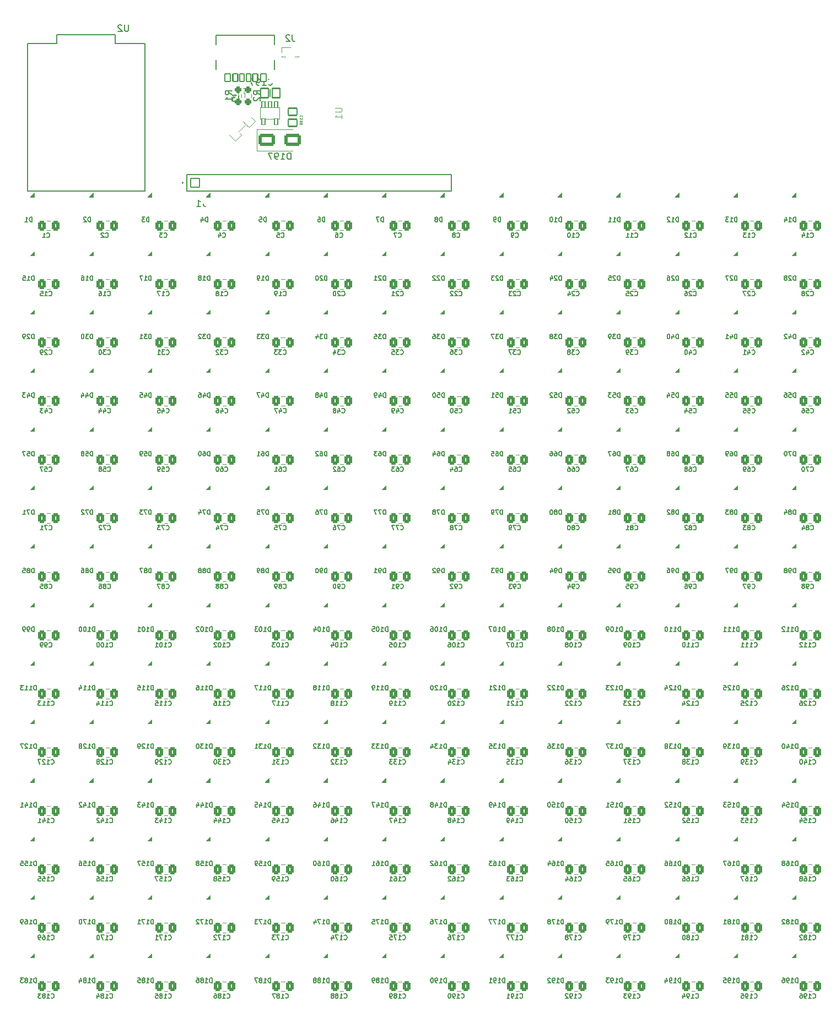
<source format=gbr>
%TF.GenerationSoftware,KiCad,Pcbnew,8.0.8*%
%TF.CreationDate,2025-04-14T17:42:09-04:00*%
%TF.ProjectId,Pixel Dust,50697865-6c20-4447-9573-742e6b696361,rev?*%
%TF.SameCoordinates,Original*%
%TF.FileFunction,Legend,Bot*%
%TF.FilePolarity,Positive*%
%FSLAX46Y46*%
G04 Gerber Fmt 4.6, Leading zero omitted, Abs format (unit mm)*
G04 Created by KiCad (PCBNEW 8.0.8) date 2025-04-14 17:42:09*
%MOMM*%
%LPD*%
G01*
G04 APERTURE LIST*
G04 Aperture macros list*
%AMRoundRect*
0 Rectangle with rounded corners*
0 $1 Rounding radius*
0 $2 $3 $4 $5 $6 $7 $8 $9 X,Y pos of 4 corners*
0 Add a 4 corners polygon primitive as box body*
4,1,4,$2,$3,$4,$5,$6,$7,$8,$9,$2,$3,0*
0 Add four circle primitives for the rounded corners*
1,1,$1+$1,$2,$3*
1,1,$1+$1,$4,$5*
1,1,$1+$1,$6,$7*
1,1,$1+$1,$8,$9*
0 Add four rect primitives between the rounded corners*
20,1,$1+$1,$2,$3,$4,$5,0*
20,1,$1+$1,$4,$5,$6,$7,0*
20,1,$1+$1,$6,$7,$8,$9,0*
20,1,$1+$1,$8,$9,$2,$3,0*%
%AMOutline5P*
0 Free polygon, 5 corners , with rotation*
0 The origin of the aperture is its center*
0 number of corners: always 5*
0 $1 to $10 corner X, Y*
0 $11 Rotation angle, in degrees counterclockwise*
0 create outline with 5 corners*
4,1,5,$1,$2,$3,$4,$5,$6,$7,$8,$9,$10,$1,$2,$11*%
%AMOutline6P*
0 Free polygon, 6 corners , with rotation*
0 The origin of the aperture is its center*
0 number of corners: always 6*
0 $1 to $12 corner X, Y*
0 $13 Rotation angle, in degrees counterclockwise*
0 create outline with 6 corners*
4,1,6,$1,$2,$3,$4,$5,$6,$7,$8,$9,$10,$11,$12,$1,$2,$13*%
%AMOutline7P*
0 Free polygon, 7 corners , with rotation*
0 The origin of the aperture is its center*
0 number of corners: always 7*
0 $1 to $14 corner X, Y*
0 $15 Rotation angle, in degrees counterclockwise*
0 create outline with 7 corners*
4,1,7,$1,$2,$3,$4,$5,$6,$7,$8,$9,$10,$11,$12,$13,$14,$1,$2,$15*%
%AMOutline8P*
0 Free polygon, 8 corners , with rotation*
0 The origin of the aperture is its center*
0 number of corners: always 8*
0 $1 to $16 corner X, Y*
0 $17 Rotation angle, in degrees counterclockwise*
0 create outline with 8 corners*
4,1,8,$1,$2,$3,$4,$5,$6,$7,$8,$9,$10,$11,$12,$13,$14,$15,$16,$1,$2,$17*%
%AMFreePoly0*
4,1,5,0.650000,-0.650000,-0.650000,-0.650000,-0.650000,0.650000,0.650000,0.650000,0.650000,-0.650000,0.650000,-0.650000,$1*%
G04 Aperture macros list end*
%ADD10C,0.150000*%
%ADD11C,0.098425*%
%ADD12C,0.100000*%
%ADD13C,0.120000*%
%ADD14C,0.200000*%
%ADD15C,0.127000*%
%ADD16R,1.800000X0.820000*%
%ADD17Outline5P,-0.900000X0.410000X0.900000X0.410000X0.900000X-0.246000X0.736000X-0.410000X-0.900000X-0.410000X180.000000*%
%ADD18RoundRect,0.250000X0.337500X0.475000X-0.337500X0.475000X-0.337500X-0.475000X0.337500X-0.475000X0*%
%ADD19RoundRect,0.250000X-1.000000X-0.650000X1.000000X-0.650000X1.000000X0.650000X-1.000000X0.650000X0*%
%ADD20RoundRect,0.102000X0.575000X0.725000X-0.575000X0.725000X-0.575000X-0.725000X0.575000X-0.725000X0*%
%ADD21C,2.109000*%
%ADD22RoundRect,0.237500X-0.237500X0.250000X-0.237500X-0.250000X0.237500X-0.250000X0.237500X0.250000X0*%
%ADD23RoundRect,0.102000X0.690000X-0.550000X0.690000X0.550000X-0.690000X0.550000X-0.690000X-0.550000X0*%
%ADD24RoundRect,0.102000X-0.350000X-0.600000X0.350000X-0.600000X0.350000X0.600000X-0.350000X0.600000X0*%
%ADD25RoundRect,0.102000X-0.380000X-0.600000X0.380000X-0.600000X0.380000X0.600000X-0.380000X0.600000X0*%
%ADD26RoundRect,0.102000X-0.400000X-0.600000X0.400000X-0.600000X0.400000X0.600000X-0.400000X0.600000X0*%
%ADD27O,1.304000X1.904000*%
%ADD28RoundRect,0.102000X-0.685000X-0.685000X0.685000X-0.685000X0.685000X0.685000X-0.685000X0.685000X0*%
%ADD29C,1.574000*%
%ADD30R,1.000000X1.000000*%
%ADD31RoundRect,0.237500X0.237500X-0.250000X0.237500X0.250000X-0.237500X0.250000X-0.237500X-0.250000X0*%
%ADD32FreePoly0,315.000000*%
%ADD33RoundRect,0.050000X-0.250000X0.500000X-0.250000X-0.500000X0.250000X-0.500000X0.250000X0.500000X0*%
G04 APERTURE END LIST*
D10*
X19250000Y-58466033D02*
X19250000Y-57766033D01*
X19250000Y-57766033D02*
X19083333Y-57766033D01*
X19083333Y-57766033D02*
X18983333Y-57799366D01*
X18983333Y-57799366D02*
X18916667Y-57866033D01*
X18916667Y-57866033D02*
X18883333Y-57932700D01*
X18883333Y-57932700D02*
X18850000Y-58066033D01*
X18850000Y-58066033D02*
X18850000Y-58166033D01*
X18850000Y-58166033D02*
X18883333Y-58299366D01*
X18883333Y-58299366D02*
X18916667Y-58366033D01*
X18916667Y-58366033D02*
X18983333Y-58432700D01*
X18983333Y-58432700D02*
X19083333Y-58466033D01*
X19083333Y-58466033D02*
X19250000Y-58466033D01*
X18450000Y-58066033D02*
X18516667Y-58032700D01*
X18516667Y-58032700D02*
X18550000Y-57999366D01*
X18550000Y-57999366D02*
X18583333Y-57932700D01*
X18583333Y-57932700D02*
X18583333Y-57899366D01*
X18583333Y-57899366D02*
X18550000Y-57832700D01*
X18550000Y-57832700D02*
X18516667Y-57799366D01*
X18516667Y-57799366D02*
X18450000Y-57766033D01*
X18450000Y-57766033D02*
X18316667Y-57766033D01*
X18316667Y-57766033D02*
X18250000Y-57799366D01*
X18250000Y-57799366D02*
X18216667Y-57832700D01*
X18216667Y-57832700D02*
X18183333Y-57899366D01*
X18183333Y-57899366D02*
X18183333Y-57932700D01*
X18183333Y-57932700D02*
X18216667Y-57999366D01*
X18216667Y-57999366D02*
X18250000Y-58032700D01*
X18250000Y-58032700D02*
X18316667Y-58066033D01*
X18316667Y-58066033D02*
X18450000Y-58066033D01*
X18450000Y-58066033D02*
X18516667Y-58099366D01*
X18516667Y-58099366D02*
X18550000Y-58132700D01*
X18550000Y-58132700D02*
X18583333Y-58199366D01*
X18583333Y-58199366D02*
X18583333Y-58332700D01*
X18583333Y-58332700D02*
X18550000Y-58399366D01*
X18550000Y-58399366D02*
X18516667Y-58432700D01*
X18516667Y-58432700D02*
X18450000Y-58466033D01*
X18450000Y-58466033D02*
X18316667Y-58466033D01*
X18316667Y-58466033D02*
X18250000Y-58432700D01*
X18250000Y-58432700D02*
X18216667Y-58399366D01*
X18216667Y-58399366D02*
X18183333Y-58332700D01*
X18183333Y-58332700D02*
X18183333Y-58199366D01*
X18183333Y-58199366D02*
X18216667Y-58132700D01*
X18216667Y-58132700D02*
X18250000Y-58099366D01*
X18250000Y-58099366D02*
X18316667Y-58066033D01*
X17950000Y-57766033D02*
X17483333Y-57766033D01*
X17483333Y-57766033D02*
X17783333Y-58466033D01*
X10250000Y-22466033D02*
X10250000Y-21766033D01*
X10250000Y-21766033D02*
X10083333Y-21766033D01*
X10083333Y-21766033D02*
X9983333Y-21799366D01*
X9983333Y-21799366D02*
X9916667Y-21866033D01*
X9916667Y-21866033D02*
X9883333Y-21932700D01*
X9883333Y-21932700D02*
X9850000Y-22066033D01*
X9850000Y-22066033D02*
X9850000Y-22166033D01*
X9850000Y-22166033D02*
X9883333Y-22299366D01*
X9883333Y-22299366D02*
X9916667Y-22366033D01*
X9916667Y-22366033D02*
X9983333Y-22432700D01*
X9983333Y-22432700D02*
X10083333Y-22466033D01*
X10083333Y-22466033D02*
X10250000Y-22466033D01*
X9616667Y-21766033D02*
X9183333Y-21766033D01*
X9183333Y-21766033D02*
X9416667Y-22032700D01*
X9416667Y-22032700D02*
X9316667Y-22032700D01*
X9316667Y-22032700D02*
X9250000Y-22066033D01*
X9250000Y-22066033D02*
X9216667Y-22099366D01*
X9216667Y-22099366D02*
X9183333Y-22166033D01*
X9183333Y-22166033D02*
X9183333Y-22332700D01*
X9183333Y-22332700D02*
X9216667Y-22399366D01*
X9216667Y-22399366D02*
X9250000Y-22432700D01*
X9250000Y-22432700D02*
X9316667Y-22466033D01*
X9316667Y-22466033D02*
X9516667Y-22466033D01*
X9516667Y-22466033D02*
X9583333Y-22432700D01*
X9583333Y-22432700D02*
X9616667Y-22399366D01*
X8750000Y-21766033D02*
X8683333Y-21766033D01*
X8683333Y-21766033D02*
X8616666Y-21799366D01*
X8616666Y-21799366D02*
X8583333Y-21832700D01*
X8583333Y-21832700D02*
X8550000Y-21899366D01*
X8550000Y-21899366D02*
X8516666Y-22032700D01*
X8516666Y-22032700D02*
X8516666Y-22199366D01*
X8516666Y-22199366D02*
X8550000Y-22332700D01*
X8550000Y-22332700D02*
X8583333Y-22399366D01*
X8583333Y-22399366D02*
X8616666Y-22432700D01*
X8616666Y-22432700D02*
X8683333Y-22466033D01*
X8683333Y-22466033D02*
X8750000Y-22466033D01*
X8750000Y-22466033D02*
X8816666Y-22432700D01*
X8816666Y-22432700D02*
X8850000Y-22399366D01*
X8850000Y-22399366D02*
X8883333Y-22332700D01*
X8883333Y-22332700D02*
X8916666Y-22199366D01*
X8916666Y-22199366D02*
X8916666Y-22032700D01*
X8916666Y-22032700D02*
X8883333Y-21899366D01*
X8883333Y-21899366D02*
X8850000Y-21832700D01*
X8850000Y-21832700D02*
X8816666Y-21799366D01*
X8816666Y-21799366D02*
X8750000Y-21766033D01*
X100250000Y-22466033D02*
X100250000Y-21766033D01*
X100250000Y-21766033D02*
X100083333Y-21766033D01*
X100083333Y-21766033D02*
X99983333Y-21799366D01*
X99983333Y-21799366D02*
X99916667Y-21866033D01*
X99916667Y-21866033D02*
X99883333Y-21932700D01*
X99883333Y-21932700D02*
X99850000Y-22066033D01*
X99850000Y-22066033D02*
X99850000Y-22166033D01*
X99850000Y-22166033D02*
X99883333Y-22299366D01*
X99883333Y-22299366D02*
X99916667Y-22366033D01*
X99916667Y-22366033D02*
X99983333Y-22432700D01*
X99983333Y-22432700D02*
X100083333Y-22466033D01*
X100083333Y-22466033D02*
X100250000Y-22466033D01*
X99250000Y-21999366D02*
X99250000Y-22466033D01*
X99416667Y-21732700D02*
X99583333Y-22232700D01*
X99583333Y-22232700D02*
X99150000Y-22232700D01*
X98750000Y-21766033D02*
X98683333Y-21766033D01*
X98683333Y-21766033D02*
X98616666Y-21799366D01*
X98616666Y-21799366D02*
X98583333Y-21832700D01*
X98583333Y-21832700D02*
X98550000Y-21899366D01*
X98550000Y-21899366D02*
X98516666Y-22032700D01*
X98516666Y-22032700D02*
X98516666Y-22199366D01*
X98516666Y-22199366D02*
X98550000Y-22332700D01*
X98550000Y-22332700D02*
X98583333Y-22399366D01*
X98583333Y-22399366D02*
X98616666Y-22432700D01*
X98616666Y-22432700D02*
X98683333Y-22466033D01*
X98683333Y-22466033D02*
X98750000Y-22466033D01*
X98750000Y-22466033D02*
X98816666Y-22432700D01*
X98816666Y-22432700D02*
X98850000Y-22399366D01*
X98850000Y-22399366D02*
X98883333Y-22332700D01*
X98883333Y-22332700D02*
X98916666Y-22199366D01*
X98916666Y-22199366D02*
X98916666Y-22032700D01*
X98916666Y-22032700D02*
X98883333Y-21899366D01*
X98883333Y-21899366D02*
X98850000Y-21832700D01*
X98850000Y-21832700D02*
X98816666Y-21799366D01*
X98816666Y-21799366D02*
X98750000Y-21766033D01*
X21883333Y-87799366D02*
X21916666Y-87832700D01*
X21916666Y-87832700D02*
X22016666Y-87866033D01*
X22016666Y-87866033D02*
X22083333Y-87866033D01*
X22083333Y-87866033D02*
X22183333Y-87832700D01*
X22183333Y-87832700D02*
X22250000Y-87766033D01*
X22250000Y-87766033D02*
X22283333Y-87699366D01*
X22283333Y-87699366D02*
X22316666Y-87566033D01*
X22316666Y-87566033D02*
X22316666Y-87466033D01*
X22316666Y-87466033D02*
X22283333Y-87332700D01*
X22283333Y-87332700D02*
X22250000Y-87266033D01*
X22250000Y-87266033D02*
X22183333Y-87199366D01*
X22183333Y-87199366D02*
X22083333Y-87166033D01*
X22083333Y-87166033D02*
X22016666Y-87166033D01*
X22016666Y-87166033D02*
X21916666Y-87199366D01*
X21916666Y-87199366D02*
X21883333Y-87232700D01*
X21216666Y-87866033D02*
X21616666Y-87866033D01*
X21416666Y-87866033D02*
X21416666Y-87166033D01*
X21416666Y-87166033D02*
X21483333Y-87266033D01*
X21483333Y-87266033D02*
X21550000Y-87332700D01*
X21550000Y-87332700D02*
X21616666Y-87366033D01*
X20949999Y-87232700D02*
X20916666Y-87199366D01*
X20916666Y-87199366D02*
X20849999Y-87166033D01*
X20849999Y-87166033D02*
X20683333Y-87166033D01*
X20683333Y-87166033D02*
X20616666Y-87199366D01*
X20616666Y-87199366D02*
X20583333Y-87232700D01*
X20583333Y-87232700D02*
X20549999Y-87299366D01*
X20549999Y-87299366D02*
X20549999Y-87366033D01*
X20549999Y-87366033D02*
X20583333Y-87466033D01*
X20583333Y-87466033D02*
X20983333Y-87866033D01*
X20983333Y-87866033D02*
X20549999Y-87866033D01*
X20216666Y-87866033D02*
X20083332Y-87866033D01*
X20083332Y-87866033D02*
X20016666Y-87832700D01*
X20016666Y-87832700D02*
X19983332Y-87799366D01*
X19983332Y-87799366D02*
X19916666Y-87699366D01*
X19916666Y-87699366D02*
X19883332Y-87566033D01*
X19883332Y-87566033D02*
X19883332Y-87299366D01*
X19883332Y-87299366D02*
X19916666Y-87232700D01*
X19916666Y-87232700D02*
X19949999Y-87199366D01*
X19949999Y-87199366D02*
X20016666Y-87166033D01*
X20016666Y-87166033D02*
X20149999Y-87166033D01*
X20149999Y-87166033D02*
X20216666Y-87199366D01*
X20216666Y-87199366D02*
X20249999Y-87232700D01*
X20249999Y-87232700D02*
X20283332Y-87299366D01*
X20283332Y-87299366D02*
X20283332Y-87466033D01*
X20283332Y-87466033D02*
X20249999Y-87532700D01*
X20249999Y-87532700D02*
X20216666Y-87566033D01*
X20216666Y-87566033D02*
X20149999Y-87599366D01*
X20149999Y-87599366D02*
X20016666Y-87599366D01*
X20016666Y-87599366D02*
X19949999Y-87566033D01*
X19949999Y-87566033D02*
X19916666Y-87532700D01*
X19916666Y-87532700D02*
X19883332Y-87466033D01*
X46583333Y-67466033D02*
X46583333Y-66766033D01*
X46583333Y-66766033D02*
X46416666Y-66766033D01*
X46416666Y-66766033D02*
X46316666Y-66799366D01*
X46316666Y-66799366D02*
X46250000Y-66866033D01*
X46250000Y-66866033D02*
X46216666Y-66932700D01*
X46216666Y-66932700D02*
X46183333Y-67066033D01*
X46183333Y-67066033D02*
X46183333Y-67166033D01*
X46183333Y-67166033D02*
X46216666Y-67299366D01*
X46216666Y-67299366D02*
X46250000Y-67366033D01*
X46250000Y-67366033D02*
X46316666Y-67432700D01*
X46316666Y-67432700D02*
X46416666Y-67466033D01*
X46416666Y-67466033D02*
X46583333Y-67466033D01*
X45516666Y-67466033D02*
X45916666Y-67466033D01*
X45716666Y-67466033D02*
X45716666Y-66766033D01*
X45716666Y-66766033D02*
X45783333Y-66866033D01*
X45783333Y-66866033D02*
X45850000Y-66932700D01*
X45850000Y-66932700D02*
X45916666Y-66966033D01*
X45083333Y-66766033D02*
X45016666Y-66766033D01*
X45016666Y-66766033D02*
X44949999Y-66799366D01*
X44949999Y-66799366D02*
X44916666Y-66832700D01*
X44916666Y-66832700D02*
X44883333Y-66899366D01*
X44883333Y-66899366D02*
X44849999Y-67032700D01*
X44849999Y-67032700D02*
X44849999Y-67199366D01*
X44849999Y-67199366D02*
X44883333Y-67332700D01*
X44883333Y-67332700D02*
X44916666Y-67399366D01*
X44916666Y-67399366D02*
X44949999Y-67432700D01*
X44949999Y-67432700D02*
X45016666Y-67466033D01*
X45016666Y-67466033D02*
X45083333Y-67466033D01*
X45083333Y-67466033D02*
X45149999Y-67432700D01*
X45149999Y-67432700D02*
X45183333Y-67399366D01*
X45183333Y-67399366D02*
X45216666Y-67332700D01*
X45216666Y-67332700D02*
X45249999Y-67199366D01*
X45249999Y-67199366D02*
X45249999Y-67032700D01*
X45249999Y-67032700D02*
X45216666Y-66899366D01*
X45216666Y-66899366D02*
X45183333Y-66832700D01*
X45183333Y-66832700D02*
X45149999Y-66799366D01*
X45149999Y-66799366D02*
X45083333Y-66766033D01*
X44249999Y-66999366D02*
X44249999Y-67466033D01*
X44416666Y-66732700D02*
X44583332Y-67232700D01*
X44583332Y-67232700D02*
X44149999Y-67232700D01*
X84550000Y-33799366D02*
X84583333Y-33832700D01*
X84583333Y-33832700D02*
X84683333Y-33866033D01*
X84683333Y-33866033D02*
X84750000Y-33866033D01*
X84750000Y-33866033D02*
X84850000Y-33832700D01*
X84850000Y-33832700D02*
X84916667Y-33766033D01*
X84916667Y-33766033D02*
X84950000Y-33699366D01*
X84950000Y-33699366D02*
X84983333Y-33566033D01*
X84983333Y-33566033D02*
X84983333Y-33466033D01*
X84983333Y-33466033D02*
X84950000Y-33332700D01*
X84950000Y-33332700D02*
X84916667Y-33266033D01*
X84916667Y-33266033D02*
X84850000Y-33199366D01*
X84850000Y-33199366D02*
X84750000Y-33166033D01*
X84750000Y-33166033D02*
X84683333Y-33166033D01*
X84683333Y-33166033D02*
X84583333Y-33199366D01*
X84583333Y-33199366D02*
X84550000Y-33232700D01*
X83916667Y-33166033D02*
X84250000Y-33166033D01*
X84250000Y-33166033D02*
X84283333Y-33499366D01*
X84283333Y-33499366D02*
X84250000Y-33466033D01*
X84250000Y-33466033D02*
X84183333Y-33432700D01*
X84183333Y-33432700D02*
X84016667Y-33432700D01*
X84016667Y-33432700D02*
X83950000Y-33466033D01*
X83950000Y-33466033D02*
X83916667Y-33499366D01*
X83916667Y-33499366D02*
X83883333Y-33566033D01*
X83883333Y-33566033D02*
X83883333Y-33732700D01*
X83883333Y-33732700D02*
X83916667Y-33799366D01*
X83916667Y-33799366D02*
X83950000Y-33832700D01*
X83950000Y-33832700D02*
X84016667Y-33866033D01*
X84016667Y-33866033D02*
X84183333Y-33866033D01*
X84183333Y-33866033D02*
X84250000Y-33832700D01*
X84250000Y-33832700D02*
X84283333Y-33799366D01*
X83616666Y-33232700D02*
X83583333Y-33199366D01*
X83583333Y-33199366D02*
X83516666Y-33166033D01*
X83516666Y-33166033D02*
X83350000Y-33166033D01*
X83350000Y-33166033D02*
X83283333Y-33199366D01*
X83283333Y-33199366D02*
X83250000Y-33232700D01*
X83250000Y-33232700D02*
X83216666Y-33299366D01*
X83216666Y-33299366D02*
X83216666Y-33366033D01*
X83216666Y-33366033D02*
X83250000Y-33466033D01*
X83250000Y-33466033D02*
X83650000Y-33866033D01*
X83650000Y-33866033D02*
X83216666Y-33866033D01*
X12883333Y-87799366D02*
X12916666Y-87832700D01*
X12916666Y-87832700D02*
X13016666Y-87866033D01*
X13016666Y-87866033D02*
X13083333Y-87866033D01*
X13083333Y-87866033D02*
X13183333Y-87832700D01*
X13183333Y-87832700D02*
X13250000Y-87766033D01*
X13250000Y-87766033D02*
X13283333Y-87699366D01*
X13283333Y-87699366D02*
X13316666Y-87566033D01*
X13316666Y-87566033D02*
X13316666Y-87466033D01*
X13316666Y-87466033D02*
X13283333Y-87332700D01*
X13283333Y-87332700D02*
X13250000Y-87266033D01*
X13250000Y-87266033D02*
X13183333Y-87199366D01*
X13183333Y-87199366D02*
X13083333Y-87166033D01*
X13083333Y-87166033D02*
X13016666Y-87166033D01*
X13016666Y-87166033D02*
X12916666Y-87199366D01*
X12916666Y-87199366D02*
X12883333Y-87232700D01*
X12216666Y-87866033D02*
X12616666Y-87866033D01*
X12416666Y-87866033D02*
X12416666Y-87166033D01*
X12416666Y-87166033D02*
X12483333Y-87266033D01*
X12483333Y-87266033D02*
X12550000Y-87332700D01*
X12550000Y-87332700D02*
X12616666Y-87366033D01*
X11949999Y-87232700D02*
X11916666Y-87199366D01*
X11916666Y-87199366D02*
X11849999Y-87166033D01*
X11849999Y-87166033D02*
X11683333Y-87166033D01*
X11683333Y-87166033D02*
X11616666Y-87199366D01*
X11616666Y-87199366D02*
X11583333Y-87232700D01*
X11583333Y-87232700D02*
X11549999Y-87299366D01*
X11549999Y-87299366D02*
X11549999Y-87366033D01*
X11549999Y-87366033D02*
X11583333Y-87466033D01*
X11583333Y-87466033D02*
X11983333Y-87866033D01*
X11983333Y-87866033D02*
X11549999Y-87866033D01*
X11149999Y-87466033D02*
X11216666Y-87432700D01*
X11216666Y-87432700D02*
X11249999Y-87399366D01*
X11249999Y-87399366D02*
X11283332Y-87332700D01*
X11283332Y-87332700D02*
X11283332Y-87299366D01*
X11283332Y-87299366D02*
X11249999Y-87232700D01*
X11249999Y-87232700D02*
X11216666Y-87199366D01*
X11216666Y-87199366D02*
X11149999Y-87166033D01*
X11149999Y-87166033D02*
X11016666Y-87166033D01*
X11016666Y-87166033D02*
X10949999Y-87199366D01*
X10949999Y-87199366D02*
X10916666Y-87232700D01*
X10916666Y-87232700D02*
X10883332Y-87299366D01*
X10883332Y-87299366D02*
X10883332Y-87332700D01*
X10883332Y-87332700D02*
X10916666Y-87399366D01*
X10916666Y-87399366D02*
X10949999Y-87432700D01*
X10949999Y-87432700D02*
X11016666Y-87466033D01*
X11016666Y-87466033D02*
X11149999Y-87466033D01*
X11149999Y-87466033D02*
X11216666Y-87499366D01*
X11216666Y-87499366D02*
X11249999Y-87532700D01*
X11249999Y-87532700D02*
X11283332Y-87599366D01*
X11283332Y-87599366D02*
X11283332Y-87732700D01*
X11283332Y-87732700D02*
X11249999Y-87799366D01*
X11249999Y-87799366D02*
X11216666Y-87832700D01*
X11216666Y-87832700D02*
X11149999Y-87866033D01*
X11149999Y-87866033D02*
X11016666Y-87866033D01*
X11016666Y-87866033D02*
X10949999Y-87832700D01*
X10949999Y-87832700D02*
X10916666Y-87799366D01*
X10916666Y-87799366D02*
X10883332Y-87732700D01*
X10883332Y-87732700D02*
X10883332Y-87599366D01*
X10883332Y-87599366D02*
X10916666Y-87532700D01*
X10916666Y-87532700D02*
X10949999Y-87499366D01*
X10949999Y-87499366D02*
X11016666Y-87466033D01*
X57216666Y-6799366D02*
X57249999Y-6832700D01*
X57249999Y-6832700D02*
X57349999Y-6866033D01*
X57349999Y-6866033D02*
X57416666Y-6866033D01*
X57416666Y-6866033D02*
X57516666Y-6832700D01*
X57516666Y-6832700D02*
X57583333Y-6766033D01*
X57583333Y-6766033D02*
X57616666Y-6699366D01*
X57616666Y-6699366D02*
X57649999Y-6566033D01*
X57649999Y-6566033D02*
X57649999Y-6466033D01*
X57649999Y-6466033D02*
X57616666Y-6332700D01*
X57616666Y-6332700D02*
X57583333Y-6266033D01*
X57583333Y-6266033D02*
X57516666Y-6199366D01*
X57516666Y-6199366D02*
X57416666Y-6166033D01*
X57416666Y-6166033D02*
X57349999Y-6166033D01*
X57349999Y-6166033D02*
X57249999Y-6199366D01*
X57249999Y-6199366D02*
X57216666Y-6232700D01*
X56983333Y-6166033D02*
X56516666Y-6166033D01*
X56516666Y-6166033D02*
X56816666Y-6866033D01*
X66883333Y-96799366D02*
X66916666Y-96832700D01*
X66916666Y-96832700D02*
X67016666Y-96866033D01*
X67016666Y-96866033D02*
X67083333Y-96866033D01*
X67083333Y-96866033D02*
X67183333Y-96832700D01*
X67183333Y-96832700D02*
X67250000Y-96766033D01*
X67250000Y-96766033D02*
X67283333Y-96699366D01*
X67283333Y-96699366D02*
X67316666Y-96566033D01*
X67316666Y-96566033D02*
X67316666Y-96466033D01*
X67316666Y-96466033D02*
X67283333Y-96332700D01*
X67283333Y-96332700D02*
X67250000Y-96266033D01*
X67250000Y-96266033D02*
X67183333Y-96199366D01*
X67183333Y-96199366D02*
X67083333Y-96166033D01*
X67083333Y-96166033D02*
X67016666Y-96166033D01*
X67016666Y-96166033D02*
X66916666Y-96199366D01*
X66916666Y-96199366D02*
X66883333Y-96232700D01*
X66216666Y-96866033D02*
X66616666Y-96866033D01*
X66416666Y-96866033D02*
X66416666Y-96166033D01*
X66416666Y-96166033D02*
X66483333Y-96266033D01*
X66483333Y-96266033D02*
X66550000Y-96332700D01*
X66550000Y-96332700D02*
X66616666Y-96366033D01*
X65616666Y-96399366D02*
X65616666Y-96866033D01*
X65783333Y-96132700D02*
X65949999Y-96632700D01*
X65949999Y-96632700D02*
X65516666Y-96632700D01*
X65149999Y-96466033D02*
X65216666Y-96432700D01*
X65216666Y-96432700D02*
X65249999Y-96399366D01*
X65249999Y-96399366D02*
X65283332Y-96332700D01*
X65283332Y-96332700D02*
X65283332Y-96299366D01*
X65283332Y-96299366D02*
X65249999Y-96232700D01*
X65249999Y-96232700D02*
X65216666Y-96199366D01*
X65216666Y-96199366D02*
X65149999Y-96166033D01*
X65149999Y-96166033D02*
X65016666Y-96166033D01*
X65016666Y-96166033D02*
X64949999Y-96199366D01*
X64949999Y-96199366D02*
X64916666Y-96232700D01*
X64916666Y-96232700D02*
X64883332Y-96299366D01*
X64883332Y-96299366D02*
X64883332Y-96332700D01*
X64883332Y-96332700D02*
X64916666Y-96399366D01*
X64916666Y-96399366D02*
X64949999Y-96432700D01*
X64949999Y-96432700D02*
X65016666Y-96466033D01*
X65016666Y-96466033D02*
X65149999Y-96466033D01*
X65149999Y-96466033D02*
X65216666Y-96499366D01*
X65216666Y-96499366D02*
X65249999Y-96532700D01*
X65249999Y-96532700D02*
X65283332Y-96599366D01*
X65283332Y-96599366D02*
X65283332Y-96732700D01*
X65283332Y-96732700D02*
X65249999Y-96799366D01*
X65249999Y-96799366D02*
X65216666Y-96832700D01*
X65216666Y-96832700D02*
X65149999Y-96866033D01*
X65149999Y-96866033D02*
X65016666Y-96866033D01*
X65016666Y-96866033D02*
X64949999Y-96832700D01*
X64949999Y-96832700D02*
X64916666Y-96799366D01*
X64916666Y-96799366D02*
X64883332Y-96732700D01*
X64883332Y-96732700D02*
X64883332Y-96599366D01*
X64883332Y-96599366D02*
X64916666Y-96532700D01*
X64916666Y-96532700D02*
X64949999Y-96499366D01*
X64949999Y-96499366D02*
X65016666Y-96466033D01*
X84883333Y-87799366D02*
X84916666Y-87832700D01*
X84916666Y-87832700D02*
X85016666Y-87866033D01*
X85016666Y-87866033D02*
X85083333Y-87866033D01*
X85083333Y-87866033D02*
X85183333Y-87832700D01*
X85183333Y-87832700D02*
X85250000Y-87766033D01*
X85250000Y-87766033D02*
X85283333Y-87699366D01*
X85283333Y-87699366D02*
X85316666Y-87566033D01*
X85316666Y-87566033D02*
X85316666Y-87466033D01*
X85316666Y-87466033D02*
X85283333Y-87332700D01*
X85283333Y-87332700D02*
X85250000Y-87266033D01*
X85250000Y-87266033D02*
X85183333Y-87199366D01*
X85183333Y-87199366D02*
X85083333Y-87166033D01*
X85083333Y-87166033D02*
X85016666Y-87166033D01*
X85016666Y-87166033D02*
X84916666Y-87199366D01*
X84916666Y-87199366D02*
X84883333Y-87232700D01*
X84216666Y-87866033D02*
X84616666Y-87866033D01*
X84416666Y-87866033D02*
X84416666Y-87166033D01*
X84416666Y-87166033D02*
X84483333Y-87266033D01*
X84483333Y-87266033D02*
X84550000Y-87332700D01*
X84550000Y-87332700D02*
X84616666Y-87366033D01*
X83983333Y-87166033D02*
X83549999Y-87166033D01*
X83549999Y-87166033D02*
X83783333Y-87432700D01*
X83783333Y-87432700D02*
X83683333Y-87432700D01*
X83683333Y-87432700D02*
X83616666Y-87466033D01*
X83616666Y-87466033D02*
X83583333Y-87499366D01*
X83583333Y-87499366D02*
X83549999Y-87566033D01*
X83549999Y-87566033D02*
X83549999Y-87732700D01*
X83549999Y-87732700D02*
X83583333Y-87799366D01*
X83583333Y-87799366D02*
X83616666Y-87832700D01*
X83616666Y-87832700D02*
X83683333Y-87866033D01*
X83683333Y-87866033D02*
X83883333Y-87866033D01*
X83883333Y-87866033D02*
X83949999Y-87832700D01*
X83949999Y-87832700D02*
X83983333Y-87799366D01*
X82949999Y-87166033D02*
X83083332Y-87166033D01*
X83083332Y-87166033D02*
X83149999Y-87199366D01*
X83149999Y-87199366D02*
X83183332Y-87232700D01*
X83183332Y-87232700D02*
X83249999Y-87332700D01*
X83249999Y-87332700D02*
X83283332Y-87466033D01*
X83283332Y-87466033D02*
X83283332Y-87732700D01*
X83283332Y-87732700D02*
X83249999Y-87799366D01*
X83249999Y-87799366D02*
X83216666Y-87832700D01*
X83216666Y-87832700D02*
X83149999Y-87866033D01*
X83149999Y-87866033D02*
X83016666Y-87866033D01*
X83016666Y-87866033D02*
X82949999Y-87832700D01*
X82949999Y-87832700D02*
X82916666Y-87799366D01*
X82916666Y-87799366D02*
X82883332Y-87732700D01*
X82883332Y-87732700D02*
X82883332Y-87566033D01*
X82883332Y-87566033D02*
X82916666Y-87499366D01*
X82916666Y-87499366D02*
X82949999Y-87466033D01*
X82949999Y-87466033D02*
X83016666Y-87432700D01*
X83016666Y-87432700D02*
X83149999Y-87432700D01*
X83149999Y-87432700D02*
X83216666Y-87466033D01*
X83216666Y-87466033D02*
X83249999Y-87499366D01*
X83249999Y-87499366D02*
X83283332Y-87566033D01*
X73583333Y-67466033D02*
X73583333Y-66766033D01*
X73583333Y-66766033D02*
X73416666Y-66766033D01*
X73416666Y-66766033D02*
X73316666Y-66799366D01*
X73316666Y-66799366D02*
X73250000Y-66866033D01*
X73250000Y-66866033D02*
X73216666Y-66932700D01*
X73216666Y-66932700D02*
X73183333Y-67066033D01*
X73183333Y-67066033D02*
X73183333Y-67166033D01*
X73183333Y-67166033D02*
X73216666Y-67299366D01*
X73216666Y-67299366D02*
X73250000Y-67366033D01*
X73250000Y-67366033D02*
X73316666Y-67432700D01*
X73316666Y-67432700D02*
X73416666Y-67466033D01*
X73416666Y-67466033D02*
X73583333Y-67466033D01*
X72516666Y-67466033D02*
X72916666Y-67466033D01*
X72716666Y-67466033D02*
X72716666Y-66766033D01*
X72716666Y-66766033D02*
X72783333Y-66866033D01*
X72783333Y-66866033D02*
X72850000Y-66932700D01*
X72850000Y-66932700D02*
X72916666Y-66966033D01*
X72083333Y-66766033D02*
X72016666Y-66766033D01*
X72016666Y-66766033D02*
X71949999Y-66799366D01*
X71949999Y-66799366D02*
X71916666Y-66832700D01*
X71916666Y-66832700D02*
X71883333Y-66899366D01*
X71883333Y-66899366D02*
X71849999Y-67032700D01*
X71849999Y-67032700D02*
X71849999Y-67199366D01*
X71849999Y-67199366D02*
X71883333Y-67332700D01*
X71883333Y-67332700D02*
X71916666Y-67399366D01*
X71916666Y-67399366D02*
X71949999Y-67432700D01*
X71949999Y-67432700D02*
X72016666Y-67466033D01*
X72016666Y-67466033D02*
X72083333Y-67466033D01*
X72083333Y-67466033D02*
X72149999Y-67432700D01*
X72149999Y-67432700D02*
X72183333Y-67399366D01*
X72183333Y-67399366D02*
X72216666Y-67332700D01*
X72216666Y-67332700D02*
X72249999Y-67199366D01*
X72249999Y-67199366D02*
X72249999Y-67032700D01*
X72249999Y-67032700D02*
X72216666Y-66899366D01*
X72216666Y-66899366D02*
X72183333Y-66832700D01*
X72183333Y-66832700D02*
X72149999Y-66799366D01*
X72149999Y-66799366D02*
X72083333Y-66766033D01*
X71616666Y-66766033D02*
X71149999Y-66766033D01*
X71149999Y-66766033D02*
X71449999Y-67466033D01*
X64250000Y-49466033D02*
X64250000Y-48766033D01*
X64250000Y-48766033D02*
X64083333Y-48766033D01*
X64083333Y-48766033D02*
X63983333Y-48799366D01*
X63983333Y-48799366D02*
X63916667Y-48866033D01*
X63916667Y-48866033D02*
X63883333Y-48932700D01*
X63883333Y-48932700D02*
X63850000Y-49066033D01*
X63850000Y-49066033D02*
X63850000Y-49166033D01*
X63850000Y-49166033D02*
X63883333Y-49299366D01*
X63883333Y-49299366D02*
X63916667Y-49366033D01*
X63916667Y-49366033D02*
X63983333Y-49432700D01*
X63983333Y-49432700D02*
X64083333Y-49466033D01*
X64083333Y-49466033D02*
X64250000Y-49466033D01*
X63616667Y-48766033D02*
X63150000Y-48766033D01*
X63150000Y-48766033D02*
X63450000Y-49466033D01*
X62783333Y-49066033D02*
X62850000Y-49032700D01*
X62850000Y-49032700D02*
X62883333Y-48999366D01*
X62883333Y-48999366D02*
X62916666Y-48932700D01*
X62916666Y-48932700D02*
X62916666Y-48899366D01*
X62916666Y-48899366D02*
X62883333Y-48832700D01*
X62883333Y-48832700D02*
X62850000Y-48799366D01*
X62850000Y-48799366D02*
X62783333Y-48766033D01*
X62783333Y-48766033D02*
X62650000Y-48766033D01*
X62650000Y-48766033D02*
X62583333Y-48799366D01*
X62583333Y-48799366D02*
X62550000Y-48832700D01*
X62550000Y-48832700D02*
X62516666Y-48899366D01*
X62516666Y-48899366D02*
X62516666Y-48932700D01*
X62516666Y-48932700D02*
X62550000Y-48999366D01*
X62550000Y-48999366D02*
X62583333Y-49032700D01*
X62583333Y-49032700D02*
X62650000Y-49066033D01*
X62650000Y-49066033D02*
X62783333Y-49066033D01*
X62783333Y-49066033D02*
X62850000Y-49099366D01*
X62850000Y-49099366D02*
X62883333Y-49132700D01*
X62883333Y-49132700D02*
X62916666Y-49199366D01*
X62916666Y-49199366D02*
X62916666Y-49332700D01*
X62916666Y-49332700D02*
X62883333Y-49399366D01*
X62883333Y-49399366D02*
X62850000Y-49432700D01*
X62850000Y-49432700D02*
X62783333Y-49466033D01*
X62783333Y-49466033D02*
X62650000Y-49466033D01*
X62650000Y-49466033D02*
X62583333Y-49432700D01*
X62583333Y-49432700D02*
X62550000Y-49399366D01*
X62550000Y-49399366D02*
X62516666Y-49332700D01*
X62516666Y-49332700D02*
X62516666Y-49199366D01*
X62516666Y-49199366D02*
X62550000Y-49132700D01*
X62550000Y-49132700D02*
X62583333Y-49099366D01*
X62583333Y-49099366D02*
X62650000Y-49066033D01*
X64583333Y-67466033D02*
X64583333Y-66766033D01*
X64583333Y-66766033D02*
X64416666Y-66766033D01*
X64416666Y-66766033D02*
X64316666Y-66799366D01*
X64316666Y-66799366D02*
X64250000Y-66866033D01*
X64250000Y-66866033D02*
X64216666Y-66932700D01*
X64216666Y-66932700D02*
X64183333Y-67066033D01*
X64183333Y-67066033D02*
X64183333Y-67166033D01*
X64183333Y-67166033D02*
X64216666Y-67299366D01*
X64216666Y-67299366D02*
X64250000Y-67366033D01*
X64250000Y-67366033D02*
X64316666Y-67432700D01*
X64316666Y-67432700D02*
X64416666Y-67466033D01*
X64416666Y-67466033D02*
X64583333Y-67466033D01*
X63516666Y-67466033D02*
X63916666Y-67466033D01*
X63716666Y-67466033D02*
X63716666Y-66766033D01*
X63716666Y-66766033D02*
X63783333Y-66866033D01*
X63783333Y-66866033D02*
X63850000Y-66932700D01*
X63850000Y-66932700D02*
X63916666Y-66966033D01*
X63083333Y-66766033D02*
X63016666Y-66766033D01*
X63016666Y-66766033D02*
X62949999Y-66799366D01*
X62949999Y-66799366D02*
X62916666Y-66832700D01*
X62916666Y-66832700D02*
X62883333Y-66899366D01*
X62883333Y-66899366D02*
X62849999Y-67032700D01*
X62849999Y-67032700D02*
X62849999Y-67199366D01*
X62849999Y-67199366D02*
X62883333Y-67332700D01*
X62883333Y-67332700D02*
X62916666Y-67399366D01*
X62916666Y-67399366D02*
X62949999Y-67432700D01*
X62949999Y-67432700D02*
X63016666Y-67466033D01*
X63016666Y-67466033D02*
X63083333Y-67466033D01*
X63083333Y-67466033D02*
X63149999Y-67432700D01*
X63149999Y-67432700D02*
X63183333Y-67399366D01*
X63183333Y-67399366D02*
X63216666Y-67332700D01*
X63216666Y-67332700D02*
X63249999Y-67199366D01*
X63249999Y-67199366D02*
X63249999Y-67032700D01*
X63249999Y-67032700D02*
X63216666Y-66899366D01*
X63216666Y-66899366D02*
X63183333Y-66832700D01*
X63183333Y-66832700D02*
X63149999Y-66799366D01*
X63149999Y-66799366D02*
X63083333Y-66766033D01*
X62249999Y-66766033D02*
X62383332Y-66766033D01*
X62383332Y-66766033D02*
X62449999Y-66799366D01*
X62449999Y-66799366D02*
X62483332Y-66832700D01*
X62483332Y-66832700D02*
X62549999Y-66932700D01*
X62549999Y-66932700D02*
X62583332Y-67066033D01*
X62583332Y-67066033D02*
X62583332Y-67332700D01*
X62583332Y-67332700D02*
X62549999Y-67399366D01*
X62549999Y-67399366D02*
X62516666Y-67432700D01*
X62516666Y-67432700D02*
X62449999Y-67466033D01*
X62449999Y-67466033D02*
X62316666Y-67466033D01*
X62316666Y-67466033D02*
X62249999Y-67432700D01*
X62249999Y-67432700D02*
X62216666Y-67399366D01*
X62216666Y-67399366D02*
X62183332Y-67332700D01*
X62183332Y-67332700D02*
X62183332Y-67166033D01*
X62183332Y-67166033D02*
X62216666Y-67099366D01*
X62216666Y-67099366D02*
X62249999Y-67066033D01*
X62249999Y-67066033D02*
X62316666Y-67032700D01*
X62316666Y-67032700D02*
X62449999Y-67032700D01*
X62449999Y-67032700D02*
X62516666Y-67066033D01*
X62516666Y-67066033D02*
X62549999Y-67099366D01*
X62549999Y-67099366D02*
X62583332Y-67166033D01*
X1583333Y-103466033D02*
X1583333Y-102766033D01*
X1583333Y-102766033D02*
X1416666Y-102766033D01*
X1416666Y-102766033D02*
X1316666Y-102799366D01*
X1316666Y-102799366D02*
X1250000Y-102866033D01*
X1250000Y-102866033D02*
X1216666Y-102932700D01*
X1216666Y-102932700D02*
X1183333Y-103066033D01*
X1183333Y-103066033D02*
X1183333Y-103166033D01*
X1183333Y-103166033D02*
X1216666Y-103299366D01*
X1216666Y-103299366D02*
X1250000Y-103366033D01*
X1250000Y-103366033D02*
X1316666Y-103432700D01*
X1316666Y-103432700D02*
X1416666Y-103466033D01*
X1416666Y-103466033D02*
X1583333Y-103466033D01*
X516666Y-103466033D02*
X916666Y-103466033D01*
X716666Y-103466033D02*
X716666Y-102766033D01*
X716666Y-102766033D02*
X783333Y-102866033D01*
X783333Y-102866033D02*
X850000Y-102932700D01*
X850000Y-102932700D02*
X916666Y-102966033D01*
X-116667Y-102766033D02*
X216666Y-102766033D01*
X216666Y-102766033D02*
X249999Y-103099366D01*
X249999Y-103099366D02*
X216666Y-103066033D01*
X216666Y-103066033D02*
X149999Y-103032700D01*
X149999Y-103032700D02*
X-16667Y-103032700D01*
X-16667Y-103032700D02*
X-83333Y-103066033D01*
X-83333Y-103066033D02*
X-116667Y-103099366D01*
X-116667Y-103099366D02*
X-150000Y-103166033D01*
X-150000Y-103166033D02*
X-150000Y-103332700D01*
X-150000Y-103332700D02*
X-116667Y-103399366D01*
X-116667Y-103399366D02*
X-83333Y-103432700D01*
X-83333Y-103432700D02*
X-16667Y-103466033D01*
X-16667Y-103466033D02*
X149999Y-103466033D01*
X149999Y-103466033D02*
X216666Y-103432700D01*
X216666Y-103432700D02*
X249999Y-103399366D01*
X-783334Y-102766033D02*
X-450000Y-102766033D01*
X-450000Y-102766033D02*
X-416667Y-103099366D01*
X-416667Y-103099366D02*
X-450000Y-103066033D01*
X-450000Y-103066033D02*
X-516667Y-103032700D01*
X-516667Y-103032700D02*
X-683334Y-103032700D01*
X-683334Y-103032700D02*
X-750000Y-103066033D01*
X-750000Y-103066033D02*
X-783334Y-103099366D01*
X-783334Y-103099366D02*
X-816667Y-103166033D01*
X-816667Y-103166033D02*
X-816667Y-103332700D01*
X-816667Y-103332700D02*
X-783334Y-103399366D01*
X-783334Y-103399366D02*
X-750000Y-103432700D01*
X-750000Y-103432700D02*
X-683334Y-103466033D01*
X-683334Y-103466033D02*
X-516667Y-103466033D01*
X-516667Y-103466033D02*
X-450000Y-103432700D01*
X-450000Y-103432700D02*
X-416667Y-103399366D01*
X66883333Y-69799366D02*
X66916666Y-69832700D01*
X66916666Y-69832700D02*
X67016666Y-69866033D01*
X67016666Y-69866033D02*
X67083333Y-69866033D01*
X67083333Y-69866033D02*
X67183333Y-69832700D01*
X67183333Y-69832700D02*
X67250000Y-69766033D01*
X67250000Y-69766033D02*
X67283333Y-69699366D01*
X67283333Y-69699366D02*
X67316666Y-69566033D01*
X67316666Y-69566033D02*
X67316666Y-69466033D01*
X67316666Y-69466033D02*
X67283333Y-69332700D01*
X67283333Y-69332700D02*
X67250000Y-69266033D01*
X67250000Y-69266033D02*
X67183333Y-69199366D01*
X67183333Y-69199366D02*
X67083333Y-69166033D01*
X67083333Y-69166033D02*
X67016666Y-69166033D01*
X67016666Y-69166033D02*
X66916666Y-69199366D01*
X66916666Y-69199366D02*
X66883333Y-69232700D01*
X66216666Y-69866033D02*
X66616666Y-69866033D01*
X66416666Y-69866033D02*
X66416666Y-69166033D01*
X66416666Y-69166033D02*
X66483333Y-69266033D01*
X66483333Y-69266033D02*
X66550000Y-69332700D01*
X66550000Y-69332700D02*
X66616666Y-69366033D01*
X65783333Y-69166033D02*
X65716666Y-69166033D01*
X65716666Y-69166033D02*
X65649999Y-69199366D01*
X65649999Y-69199366D02*
X65616666Y-69232700D01*
X65616666Y-69232700D02*
X65583333Y-69299366D01*
X65583333Y-69299366D02*
X65549999Y-69432700D01*
X65549999Y-69432700D02*
X65549999Y-69599366D01*
X65549999Y-69599366D02*
X65583333Y-69732700D01*
X65583333Y-69732700D02*
X65616666Y-69799366D01*
X65616666Y-69799366D02*
X65649999Y-69832700D01*
X65649999Y-69832700D02*
X65716666Y-69866033D01*
X65716666Y-69866033D02*
X65783333Y-69866033D01*
X65783333Y-69866033D02*
X65849999Y-69832700D01*
X65849999Y-69832700D02*
X65883333Y-69799366D01*
X65883333Y-69799366D02*
X65916666Y-69732700D01*
X65916666Y-69732700D02*
X65949999Y-69599366D01*
X65949999Y-69599366D02*
X65949999Y-69432700D01*
X65949999Y-69432700D02*
X65916666Y-69299366D01*
X65916666Y-69299366D02*
X65883333Y-69232700D01*
X65883333Y-69232700D02*
X65849999Y-69199366D01*
X65849999Y-69199366D02*
X65783333Y-69166033D01*
X64949999Y-69166033D02*
X65083332Y-69166033D01*
X65083332Y-69166033D02*
X65149999Y-69199366D01*
X65149999Y-69199366D02*
X65183332Y-69232700D01*
X65183332Y-69232700D02*
X65249999Y-69332700D01*
X65249999Y-69332700D02*
X65283332Y-69466033D01*
X65283332Y-69466033D02*
X65283332Y-69732700D01*
X65283332Y-69732700D02*
X65249999Y-69799366D01*
X65249999Y-69799366D02*
X65216666Y-69832700D01*
X65216666Y-69832700D02*
X65149999Y-69866033D01*
X65149999Y-69866033D02*
X65016666Y-69866033D01*
X65016666Y-69866033D02*
X64949999Y-69832700D01*
X64949999Y-69832700D02*
X64916666Y-69799366D01*
X64916666Y-69799366D02*
X64883332Y-69732700D01*
X64883332Y-69732700D02*
X64883332Y-69566033D01*
X64883332Y-69566033D02*
X64916666Y-69499366D01*
X64916666Y-69499366D02*
X64949999Y-69466033D01*
X64949999Y-69466033D02*
X65016666Y-69432700D01*
X65016666Y-69432700D02*
X65149999Y-69432700D01*
X65149999Y-69432700D02*
X65216666Y-69466033D01*
X65216666Y-69466033D02*
X65249999Y-69499366D01*
X65249999Y-69499366D02*
X65283332Y-69566033D01*
X3550000Y-51799366D02*
X3583333Y-51832700D01*
X3583333Y-51832700D02*
X3683333Y-51866033D01*
X3683333Y-51866033D02*
X3750000Y-51866033D01*
X3750000Y-51866033D02*
X3850000Y-51832700D01*
X3850000Y-51832700D02*
X3916667Y-51766033D01*
X3916667Y-51766033D02*
X3950000Y-51699366D01*
X3950000Y-51699366D02*
X3983333Y-51566033D01*
X3983333Y-51566033D02*
X3983333Y-51466033D01*
X3983333Y-51466033D02*
X3950000Y-51332700D01*
X3950000Y-51332700D02*
X3916667Y-51266033D01*
X3916667Y-51266033D02*
X3850000Y-51199366D01*
X3850000Y-51199366D02*
X3750000Y-51166033D01*
X3750000Y-51166033D02*
X3683333Y-51166033D01*
X3683333Y-51166033D02*
X3583333Y-51199366D01*
X3583333Y-51199366D02*
X3550000Y-51232700D01*
X3316667Y-51166033D02*
X2850000Y-51166033D01*
X2850000Y-51166033D02*
X3150000Y-51866033D01*
X2216666Y-51866033D02*
X2616666Y-51866033D01*
X2416666Y-51866033D02*
X2416666Y-51166033D01*
X2416666Y-51166033D02*
X2483333Y-51266033D01*
X2483333Y-51266033D02*
X2550000Y-51332700D01*
X2550000Y-51332700D02*
X2616666Y-51366033D01*
X40690475Y5125180D02*
X40690475Y6125180D01*
X40690475Y6125180D02*
X40452380Y6125180D01*
X40452380Y6125180D02*
X40309523Y6077561D01*
X40309523Y6077561D02*
X40214285Y5982323D01*
X40214285Y5982323D02*
X40166666Y5887085D01*
X40166666Y5887085D02*
X40119047Y5696609D01*
X40119047Y5696609D02*
X40119047Y5553752D01*
X40119047Y5553752D02*
X40166666Y5363276D01*
X40166666Y5363276D02*
X40214285Y5268038D01*
X40214285Y5268038D02*
X40309523Y5172800D01*
X40309523Y5172800D02*
X40452380Y5125180D01*
X40452380Y5125180D02*
X40690475Y5125180D01*
X39166666Y5125180D02*
X39738094Y5125180D01*
X39452380Y5125180D02*
X39452380Y6125180D01*
X39452380Y6125180D02*
X39547618Y5982323D01*
X39547618Y5982323D02*
X39642856Y5887085D01*
X39642856Y5887085D02*
X39738094Y5839466D01*
X38690475Y5125180D02*
X38499999Y5125180D01*
X38499999Y5125180D02*
X38404761Y5172800D01*
X38404761Y5172800D02*
X38357142Y5220419D01*
X38357142Y5220419D02*
X38261904Y5363276D01*
X38261904Y5363276D02*
X38214285Y5553752D01*
X38214285Y5553752D02*
X38214285Y5934704D01*
X38214285Y5934704D02*
X38261904Y6029942D01*
X38261904Y6029942D02*
X38309523Y6077561D01*
X38309523Y6077561D02*
X38404761Y6125180D01*
X38404761Y6125180D02*
X38595237Y6125180D01*
X38595237Y6125180D02*
X38690475Y6077561D01*
X38690475Y6077561D02*
X38738094Y6029942D01*
X38738094Y6029942D02*
X38785713Y5934704D01*
X38785713Y5934704D02*
X38785713Y5696609D01*
X38785713Y5696609D02*
X38738094Y5601371D01*
X38738094Y5601371D02*
X38690475Y5553752D01*
X38690475Y5553752D02*
X38595237Y5506133D01*
X38595237Y5506133D02*
X38404761Y5506133D01*
X38404761Y5506133D02*
X38309523Y5553752D01*
X38309523Y5553752D02*
X38261904Y5601371D01*
X38261904Y5601371D02*
X38214285Y5696609D01*
X37880951Y6125180D02*
X37214285Y6125180D01*
X37214285Y6125180D02*
X37642856Y5125180D01*
X109250000Y-4466033D02*
X109250000Y-3766033D01*
X109250000Y-3766033D02*
X109083333Y-3766033D01*
X109083333Y-3766033D02*
X108983333Y-3799366D01*
X108983333Y-3799366D02*
X108916667Y-3866033D01*
X108916667Y-3866033D02*
X108883333Y-3932700D01*
X108883333Y-3932700D02*
X108850000Y-4066033D01*
X108850000Y-4066033D02*
X108850000Y-4166033D01*
X108850000Y-4166033D02*
X108883333Y-4299366D01*
X108883333Y-4299366D02*
X108916667Y-4366033D01*
X108916667Y-4366033D02*
X108983333Y-4432700D01*
X108983333Y-4432700D02*
X109083333Y-4466033D01*
X109083333Y-4466033D02*
X109250000Y-4466033D01*
X108183333Y-4466033D02*
X108583333Y-4466033D01*
X108383333Y-4466033D02*
X108383333Y-3766033D01*
X108383333Y-3766033D02*
X108450000Y-3866033D01*
X108450000Y-3866033D02*
X108516667Y-3932700D01*
X108516667Y-3932700D02*
X108583333Y-3966033D01*
X107950000Y-3766033D02*
X107516666Y-3766033D01*
X107516666Y-3766033D02*
X107750000Y-4032700D01*
X107750000Y-4032700D02*
X107650000Y-4032700D01*
X107650000Y-4032700D02*
X107583333Y-4066033D01*
X107583333Y-4066033D02*
X107550000Y-4099366D01*
X107550000Y-4099366D02*
X107516666Y-4166033D01*
X107516666Y-4166033D02*
X107516666Y-4332700D01*
X107516666Y-4332700D02*
X107550000Y-4399366D01*
X107550000Y-4399366D02*
X107583333Y-4432700D01*
X107583333Y-4432700D02*
X107650000Y-4466033D01*
X107650000Y-4466033D02*
X107850000Y-4466033D01*
X107850000Y-4466033D02*
X107916666Y-4432700D01*
X107916666Y-4432700D02*
X107950000Y-4399366D01*
X28250000Y-31466033D02*
X28250000Y-30766033D01*
X28250000Y-30766033D02*
X28083333Y-30766033D01*
X28083333Y-30766033D02*
X27983333Y-30799366D01*
X27983333Y-30799366D02*
X27916667Y-30866033D01*
X27916667Y-30866033D02*
X27883333Y-30932700D01*
X27883333Y-30932700D02*
X27850000Y-31066033D01*
X27850000Y-31066033D02*
X27850000Y-31166033D01*
X27850000Y-31166033D02*
X27883333Y-31299366D01*
X27883333Y-31299366D02*
X27916667Y-31366033D01*
X27916667Y-31366033D02*
X27983333Y-31432700D01*
X27983333Y-31432700D02*
X28083333Y-31466033D01*
X28083333Y-31466033D02*
X28250000Y-31466033D01*
X27250000Y-30999366D02*
X27250000Y-31466033D01*
X27416667Y-30732700D02*
X27583333Y-31232700D01*
X27583333Y-31232700D02*
X27150000Y-31232700D01*
X26583333Y-30766033D02*
X26716666Y-30766033D01*
X26716666Y-30766033D02*
X26783333Y-30799366D01*
X26783333Y-30799366D02*
X26816666Y-30832700D01*
X26816666Y-30832700D02*
X26883333Y-30932700D01*
X26883333Y-30932700D02*
X26916666Y-31066033D01*
X26916666Y-31066033D02*
X26916666Y-31332700D01*
X26916666Y-31332700D02*
X26883333Y-31399366D01*
X26883333Y-31399366D02*
X26850000Y-31432700D01*
X26850000Y-31432700D02*
X26783333Y-31466033D01*
X26783333Y-31466033D02*
X26650000Y-31466033D01*
X26650000Y-31466033D02*
X26583333Y-31432700D01*
X26583333Y-31432700D02*
X26550000Y-31399366D01*
X26550000Y-31399366D02*
X26516666Y-31332700D01*
X26516666Y-31332700D02*
X26516666Y-31166033D01*
X26516666Y-31166033D02*
X26550000Y-31099366D01*
X26550000Y-31099366D02*
X26583333Y-31066033D01*
X26583333Y-31066033D02*
X26650000Y-31032700D01*
X26650000Y-31032700D02*
X26783333Y-31032700D01*
X26783333Y-31032700D02*
X26850000Y-31066033D01*
X26850000Y-31066033D02*
X26883333Y-31099366D01*
X26883333Y-31099366D02*
X26916666Y-31166033D01*
X64583333Y-103466033D02*
X64583333Y-102766033D01*
X64583333Y-102766033D02*
X64416666Y-102766033D01*
X64416666Y-102766033D02*
X64316666Y-102799366D01*
X64316666Y-102799366D02*
X64250000Y-102866033D01*
X64250000Y-102866033D02*
X64216666Y-102932700D01*
X64216666Y-102932700D02*
X64183333Y-103066033D01*
X64183333Y-103066033D02*
X64183333Y-103166033D01*
X64183333Y-103166033D02*
X64216666Y-103299366D01*
X64216666Y-103299366D02*
X64250000Y-103366033D01*
X64250000Y-103366033D02*
X64316666Y-103432700D01*
X64316666Y-103432700D02*
X64416666Y-103466033D01*
X64416666Y-103466033D02*
X64583333Y-103466033D01*
X63516666Y-103466033D02*
X63916666Y-103466033D01*
X63716666Y-103466033D02*
X63716666Y-102766033D01*
X63716666Y-102766033D02*
X63783333Y-102866033D01*
X63783333Y-102866033D02*
X63850000Y-102932700D01*
X63850000Y-102932700D02*
X63916666Y-102966033D01*
X62916666Y-102766033D02*
X63049999Y-102766033D01*
X63049999Y-102766033D02*
X63116666Y-102799366D01*
X63116666Y-102799366D02*
X63149999Y-102832700D01*
X63149999Y-102832700D02*
X63216666Y-102932700D01*
X63216666Y-102932700D02*
X63249999Y-103066033D01*
X63249999Y-103066033D02*
X63249999Y-103332700D01*
X63249999Y-103332700D02*
X63216666Y-103399366D01*
X63216666Y-103399366D02*
X63183333Y-103432700D01*
X63183333Y-103432700D02*
X63116666Y-103466033D01*
X63116666Y-103466033D02*
X62983333Y-103466033D01*
X62983333Y-103466033D02*
X62916666Y-103432700D01*
X62916666Y-103432700D02*
X62883333Y-103399366D01*
X62883333Y-103399366D02*
X62849999Y-103332700D01*
X62849999Y-103332700D02*
X62849999Y-103166033D01*
X62849999Y-103166033D02*
X62883333Y-103099366D01*
X62883333Y-103099366D02*
X62916666Y-103066033D01*
X62916666Y-103066033D02*
X62983333Y-103032700D01*
X62983333Y-103032700D02*
X63116666Y-103032700D01*
X63116666Y-103032700D02*
X63183333Y-103066033D01*
X63183333Y-103066033D02*
X63216666Y-103099366D01*
X63216666Y-103099366D02*
X63249999Y-103166033D01*
X62583332Y-102832700D02*
X62549999Y-102799366D01*
X62549999Y-102799366D02*
X62483332Y-102766033D01*
X62483332Y-102766033D02*
X62316666Y-102766033D01*
X62316666Y-102766033D02*
X62249999Y-102799366D01*
X62249999Y-102799366D02*
X62216666Y-102832700D01*
X62216666Y-102832700D02*
X62183332Y-102899366D01*
X62183332Y-102899366D02*
X62183332Y-102966033D01*
X62183332Y-102966033D02*
X62216666Y-103066033D01*
X62216666Y-103066033D02*
X62616666Y-103466033D01*
X62616666Y-103466033D02*
X62183332Y-103466033D01*
X1583333Y-94466033D02*
X1583333Y-93766033D01*
X1583333Y-93766033D02*
X1416666Y-93766033D01*
X1416666Y-93766033D02*
X1316666Y-93799366D01*
X1316666Y-93799366D02*
X1250000Y-93866033D01*
X1250000Y-93866033D02*
X1216666Y-93932700D01*
X1216666Y-93932700D02*
X1183333Y-94066033D01*
X1183333Y-94066033D02*
X1183333Y-94166033D01*
X1183333Y-94166033D02*
X1216666Y-94299366D01*
X1216666Y-94299366D02*
X1250000Y-94366033D01*
X1250000Y-94366033D02*
X1316666Y-94432700D01*
X1316666Y-94432700D02*
X1416666Y-94466033D01*
X1416666Y-94466033D02*
X1583333Y-94466033D01*
X516666Y-94466033D02*
X916666Y-94466033D01*
X716666Y-94466033D02*
X716666Y-93766033D01*
X716666Y-93766033D02*
X783333Y-93866033D01*
X783333Y-93866033D02*
X850000Y-93932700D01*
X850000Y-93932700D02*
X916666Y-93966033D01*
X-83333Y-93999366D02*
X-83333Y-94466033D01*
X83333Y-93732700D02*
X249999Y-94232700D01*
X249999Y-94232700D02*
X-183333Y-94232700D01*
X-816667Y-94466033D02*
X-416667Y-94466033D01*
X-616667Y-94466033D02*
X-616667Y-93766033D01*
X-616667Y-93766033D02*
X-550000Y-93866033D01*
X-550000Y-93866033D02*
X-483334Y-93932700D01*
X-483334Y-93932700D02*
X-416667Y-93966033D01*
X37583333Y-121466033D02*
X37583333Y-120766033D01*
X37583333Y-120766033D02*
X37416666Y-120766033D01*
X37416666Y-120766033D02*
X37316666Y-120799366D01*
X37316666Y-120799366D02*
X37250000Y-120866033D01*
X37250000Y-120866033D02*
X37216666Y-120932700D01*
X37216666Y-120932700D02*
X37183333Y-121066033D01*
X37183333Y-121066033D02*
X37183333Y-121166033D01*
X37183333Y-121166033D02*
X37216666Y-121299366D01*
X37216666Y-121299366D02*
X37250000Y-121366033D01*
X37250000Y-121366033D02*
X37316666Y-121432700D01*
X37316666Y-121432700D02*
X37416666Y-121466033D01*
X37416666Y-121466033D02*
X37583333Y-121466033D01*
X36516666Y-121466033D02*
X36916666Y-121466033D01*
X36716666Y-121466033D02*
X36716666Y-120766033D01*
X36716666Y-120766033D02*
X36783333Y-120866033D01*
X36783333Y-120866033D02*
X36850000Y-120932700D01*
X36850000Y-120932700D02*
X36916666Y-120966033D01*
X36116666Y-121066033D02*
X36183333Y-121032700D01*
X36183333Y-121032700D02*
X36216666Y-120999366D01*
X36216666Y-120999366D02*
X36249999Y-120932700D01*
X36249999Y-120932700D02*
X36249999Y-120899366D01*
X36249999Y-120899366D02*
X36216666Y-120832700D01*
X36216666Y-120832700D02*
X36183333Y-120799366D01*
X36183333Y-120799366D02*
X36116666Y-120766033D01*
X36116666Y-120766033D02*
X35983333Y-120766033D01*
X35983333Y-120766033D02*
X35916666Y-120799366D01*
X35916666Y-120799366D02*
X35883333Y-120832700D01*
X35883333Y-120832700D02*
X35849999Y-120899366D01*
X35849999Y-120899366D02*
X35849999Y-120932700D01*
X35849999Y-120932700D02*
X35883333Y-120999366D01*
X35883333Y-120999366D02*
X35916666Y-121032700D01*
X35916666Y-121032700D02*
X35983333Y-121066033D01*
X35983333Y-121066033D02*
X36116666Y-121066033D01*
X36116666Y-121066033D02*
X36183333Y-121099366D01*
X36183333Y-121099366D02*
X36216666Y-121132700D01*
X36216666Y-121132700D02*
X36249999Y-121199366D01*
X36249999Y-121199366D02*
X36249999Y-121332700D01*
X36249999Y-121332700D02*
X36216666Y-121399366D01*
X36216666Y-121399366D02*
X36183333Y-121432700D01*
X36183333Y-121432700D02*
X36116666Y-121466033D01*
X36116666Y-121466033D02*
X35983333Y-121466033D01*
X35983333Y-121466033D02*
X35916666Y-121432700D01*
X35916666Y-121432700D02*
X35883333Y-121399366D01*
X35883333Y-121399366D02*
X35849999Y-121332700D01*
X35849999Y-121332700D02*
X35849999Y-121199366D01*
X35849999Y-121199366D02*
X35883333Y-121132700D01*
X35883333Y-121132700D02*
X35916666Y-121099366D01*
X35916666Y-121099366D02*
X35983333Y-121066033D01*
X35616666Y-120766033D02*
X35149999Y-120766033D01*
X35149999Y-120766033D02*
X35449999Y-121466033D01*
X39883333Y-69799366D02*
X39916666Y-69832700D01*
X39916666Y-69832700D02*
X40016666Y-69866033D01*
X40016666Y-69866033D02*
X40083333Y-69866033D01*
X40083333Y-69866033D02*
X40183333Y-69832700D01*
X40183333Y-69832700D02*
X40250000Y-69766033D01*
X40250000Y-69766033D02*
X40283333Y-69699366D01*
X40283333Y-69699366D02*
X40316666Y-69566033D01*
X40316666Y-69566033D02*
X40316666Y-69466033D01*
X40316666Y-69466033D02*
X40283333Y-69332700D01*
X40283333Y-69332700D02*
X40250000Y-69266033D01*
X40250000Y-69266033D02*
X40183333Y-69199366D01*
X40183333Y-69199366D02*
X40083333Y-69166033D01*
X40083333Y-69166033D02*
X40016666Y-69166033D01*
X40016666Y-69166033D02*
X39916666Y-69199366D01*
X39916666Y-69199366D02*
X39883333Y-69232700D01*
X39216666Y-69866033D02*
X39616666Y-69866033D01*
X39416666Y-69866033D02*
X39416666Y-69166033D01*
X39416666Y-69166033D02*
X39483333Y-69266033D01*
X39483333Y-69266033D02*
X39550000Y-69332700D01*
X39550000Y-69332700D02*
X39616666Y-69366033D01*
X38783333Y-69166033D02*
X38716666Y-69166033D01*
X38716666Y-69166033D02*
X38649999Y-69199366D01*
X38649999Y-69199366D02*
X38616666Y-69232700D01*
X38616666Y-69232700D02*
X38583333Y-69299366D01*
X38583333Y-69299366D02*
X38549999Y-69432700D01*
X38549999Y-69432700D02*
X38549999Y-69599366D01*
X38549999Y-69599366D02*
X38583333Y-69732700D01*
X38583333Y-69732700D02*
X38616666Y-69799366D01*
X38616666Y-69799366D02*
X38649999Y-69832700D01*
X38649999Y-69832700D02*
X38716666Y-69866033D01*
X38716666Y-69866033D02*
X38783333Y-69866033D01*
X38783333Y-69866033D02*
X38849999Y-69832700D01*
X38849999Y-69832700D02*
X38883333Y-69799366D01*
X38883333Y-69799366D02*
X38916666Y-69732700D01*
X38916666Y-69732700D02*
X38949999Y-69599366D01*
X38949999Y-69599366D02*
X38949999Y-69432700D01*
X38949999Y-69432700D02*
X38916666Y-69299366D01*
X38916666Y-69299366D02*
X38883333Y-69232700D01*
X38883333Y-69232700D02*
X38849999Y-69199366D01*
X38849999Y-69199366D02*
X38783333Y-69166033D01*
X38316666Y-69166033D02*
X37883332Y-69166033D01*
X37883332Y-69166033D02*
X38116666Y-69432700D01*
X38116666Y-69432700D02*
X38016666Y-69432700D01*
X38016666Y-69432700D02*
X37949999Y-69466033D01*
X37949999Y-69466033D02*
X37916666Y-69499366D01*
X37916666Y-69499366D02*
X37883332Y-69566033D01*
X37883332Y-69566033D02*
X37883332Y-69732700D01*
X37883332Y-69732700D02*
X37916666Y-69799366D01*
X37916666Y-69799366D02*
X37949999Y-69832700D01*
X37949999Y-69832700D02*
X38016666Y-69866033D01*
X38016666Y-69866033D02*
X38216666Y-69866033D01*
X38216666Y-69866033D02*
X38283332Y-69832700D01*
X38283332Y-69832700D02*
X38316666Y-69799366D01*
X39216666Y-6799366D02*
X39249999Y-6832700D01*
X39249999Y-6832700D02*
X39349999Y-6866033D01*
X39349999Y-6866033D02*
X39416666Y-6866033D01*
X39416666Y-6866033D02*
X39516666Y-6832700D01*
X39516666Y-6832700D02*
X39583333Y-6766033D01*
X39583333Y-6766033D02*
X39616666Y-6699366D01*
X39616666Y-6699366D02*
X39649999Y-6566033D01*
X39649999Y-6566033D02*
X39649999Y-6466033D01*
X39649999Y-6466033D02*
X39616666Y-6332700D01*
X39616666Y-6332700D02*
X39583333Y-6266033D01*
X39583333Y-6266033D02*
X39516666Y-6199366D01*
X39516666Y-6199366D02*
X39416666Y-6166033D01*
X39416666Y-6166033D02*
X39349999Y-6166033D01*
X39349999Y-6166033D02*
X39249999Y-6199366D01*
X39249999Y-6199366D02*
X39216666Y-6232700D01*
X38583333Y-6166033D02*
X38916666Y-6166033D01*
X38916666Y-6166033D02*
X38949999Y-6499366D01*
X38949999Y-6499366D02*
X38916666Y-6466033D01*
X38916666Y-6466033D02*
X38849999Y-6432700D01*
X38849999Y-6432700D02*
X38683333Y-6432700D01*
X38683333Y-6432700D02*
X38616666Y-6466033D01*
X38616666Y-6466033D02*
X38583333Y-6499366D01*
X38583333Y-6499366D02*
X38549999Y-6566033D01*
X38549999Y-6566033D02*
X38549999Y-6732700D01*
X38549999Y-6732700D02*
X38583333Y-6799366D01*
X38583333Y-6799366D02*
X38616666Y-6832700D01*
X38616666Y-6832700D02*
X38683333Y-6866033D01*
X38683333Y-6866033D02*
X38849999Y-6866033D01*
X38849999Y-6866033D02*
X38916666Y-6832700D01*
X38916666Y-6832700D02*
X38949999Y-6799366D01*
X3883333Y-87799366D02*
X3916666Y-87832700D01*
X3916666Y-87832700D02*
X4016666Y-87866033D01*
X4016666Y-87866033D02*
X4083333Y-87866033D01*
X4083333Y-87866033D02*
X4183333Y-87832700D01*
X4183333Y-87832700D02*
X4250000Y-87766033D01*
X4250000Y-87766033D02*
X4283333Y-87699366D01*
X4283333Y-87699366D02*
X4316666Y-87566033D01*
X4316666Y-87566033D02*
X4316666Y-87466033D01*
X4316666Y-87466033D02*
X4283333Y-87332700D01*
X4283333Y-87332700D02*
X4250000Y-87266033D01*
X4250000Y-87266033D02*
X4183333Y-87199366D01*
X4183333Y-87199366D02*
X4083333Y-87166033D01*
X4083333Y-87166033D02*
X4016666Y-87166033D01*
X4016666Y-87166033D02*
X3916666Y-87199366D01*
X3916666Y-87199366D02*
X3883333Y-87232700D01*
X3216666Y-87866033D02*
X3616666Y-87866033D01*
X3416666Y-87866033D02*
X3416666Y-87166033D01*
X3416666Y-87166033D02*
X3483333Y-87266033D01*
X3483333Y-87266033D02*
X3550000Y-87332700D01*
X3550000Y-87332700D02*
X3616666Y-87366033D01*
X2949999Y-87232700D02*
X2916666Y-87199366D01*
X2916666Y-87199366D02*
X2849999Y-87166033D01*
X2849999Y-87166033D02*
X2683333Y-87166033D01*
X2683333Y-87166033D02*
X2616666Y-87199366D01*
X2616666Y-87199366D02*
X2583333Y-87232700D01*
X2583333Y-87232700D02*
X2549999Y-87299366D01*
X2549999Y-87299366D02*
X2549999Y-87366033D01*
X2549999Y-87366033D02*
X2583333Y-87466033D01*
X2583333Y-87466033D02*
X2983333Y-87866033D01*
X2983333Y-87866033D02*
X2549999Y-87866033D01*
X2316666Y-87166033D02*
X1849999Y-87166033D01*
X1849999Y-87166033D02*
X2149999Y-87866033D01*
X64583333Y-94466033D02*
X64583333Y-93766033D01*
X64583333Y-93766033D02*
X64416666Y-93766033D01*
X64416666Y-93766033D02*
X64316666Y-93799366D01*
X64316666Y-93799366D02*
X64250000Y-93866033D01*
X64250000Y-93866033D02*
X64216666Y-93932700D01*
X64216666Y-93932700D02*
X64183333Y-94066033D01*
X64183333Y-94066033D02*
X64183333Y-94166033D01*
X64183333Y-94166033D02*
X64216666Y-94299366D01*
X64216666Y-94299366D02*
X64250000Y-94366033D01*
X64250000Y-94366033D02*
X64316666Y-94432700D01*
X64316666Y-94432700D02*
X64416666Y-94466033D01*
X64416666Y-94466033D02*
X64583333Y-94466033D01*
X63516666Y-94466033D02*
X63916666Y-94466033D01*
X63716666Y-94466033D02*
X63716666Y-93766033D01*
X63716666Y-93766033D02*
X63783333Y-93866033D01*
X63783333Y-93866033D02*
X63850000Y-93932700D01*
X63850000Y-93932700D02*
X63916666Y-93966033D01*
X62916666Y-93999366D02*
X62916666Y-94466033D01*
X63083333Y-93732700D02*
X63249999Y-94232700D01*
X63249999Y-94232700D02*
X62816666Y-94232700D01*
X62449999Y-94066033D02*
X62516666Y-94032700D01*
X62516666Y-94032700D02*
X62549999Y-93999366D01*
X62549999Y-93999366D02*
X62583332Y-93932700D01*
X62583332Y-93932700D02*
X62583332Y-93899366D01*
X62583332Y-93899366D02*
X62549999Y-93832700D01*
X62549999Y-93832700D02*
X62516666Y-93799366D01*
X62516666Y-93799366D02*
X62449999Y-93766033D01*
X62449999Y-93766033D02*
X62316666Y-93766033D01*
X62316666Y-93766033D02*
X62249999Y-93799366D01*
X62249999Y-93799366D02*
X62216666Y-93832700D01*
X62216666Y-93832700D02*
X62183332Y-93899366D01*
X62183332Y-93899366D02*
X62183332Y-93932700D01*
X62183332Y-93932700D02*
X62216666Y-93999366D01*
X62216666Y-93999366D02*
X62249999Y-94032700D01*
X62249999Y-94032700D02*
X62316666Y-94066033D01*
X62316666Y-94066033D02*
X62449999Y-94066033D01*
X62449999Y-94066033D02*
X62516666Y-94099366D01*
X62516666Y-94099366D02*
X62549999Y-94132700D01*
X62549999Y-94132700D02*
X62583332Y-94199366D01*
X62583332Y-94199366D02*
X62583332Y-94332700D01*
X62583332Y-94332700D02*
X62549999Y-94399366D01*
X62549999Y-94399366D02*
X62516666Y-94432700D01*
X62516666Y-94432700D02*
X62449999Y-94466033D01*
X62449999Y-94466033D02*
X62316666Y-94466033D01*
X62316666Y-94466033D02*
X62249999Y-94432700D01*
X62249999Y-94432700D02*
X62216666Y-94399366D01*
X62216666Y-94399366D02*
X62183332Y-94332700D01*
X62183332Y-94332700D02*
X62183332Y-94199366D01*
X62183332Y-94199366D02*
X62216666Y-94132700D01*
X62216666Y-94132700D02*
X62249999Y-94099366D01*
X62249999Y-94099366D02*
X62316666Y-94066033D01*
X21883333Y-123799366D02*
X21916666Y-123832700D01*
X21916666Y-123832700D02*
X22016666Y-123866033D01*
X22016666Y-123866033D02*
X22083333Y-123866033D01*
X22083333Y-123866033D02*
X22183333Y-123832700D01*
X22183333Y-123832700D02*
X22250000Y-123766033D01*
X22250000Y-123766033D02*
X22283333Y-123699366D01*
X22283333Y-123699366D02*
X22316666Y-123566033D01*
X22316666Y-123566033D02*
X22316666Y-123466033D01*
X22316666Y-123466033D02*
X22283333Y-123332700D01*
X22283333Y-123332700D02*
X22250000Y-123266033D01*
X22250000Y-123266033D02*
X22183333Y-123199366D01*
X22183333Y-123199366D02*
X22083333Y-123166033D01*
X22083333Y-123166033D02*
X22016666Y-123166033D01*
X22016666Y-123166033D02*
X21916666Y-123199366D01*
X21916666Y-123199366D02*
X21883333Y-123232700D01*
X21216666Y-123866033D02*
X21616666Y-123866033D01*
X21416666Y-123866033D02*
X21416666Y-123166033D01*
X21416666Y-123166033D02*
X21483333Y-123266033D01*
X21483333Y-123266033D02*
X21550000Y-123332700D01*
X21550000Y-123332700D02*
X21616666Y-123366033D01*
X20816666Y-123466033D02*
X20883333Y-123432700D01*
X20883333Y-123432700D02*
X20916666Y-123399366D01*
X20916666Y-123399366D02*
X20949999Y-123332700D01*
X20949999Y-123332700D02*
X20949999Y-123299366D01*
X20949999Y-123299366D02*
X20916666Y-123232700D01*
X20916666Y-123232700D02*
X20883333Y-123199366D01*
X20883333Y-123199366D02*
X20816666Y-123166033D01*
X20816666Y-123166033D02*
X20683333Y-123166033D01*
X20683333Y-123166033D02*
X20616666Y-123199366D01*
X20616666Y-123199366D02*
X20583333Y-123232700D01*
X20583333Y-123232700D02*
X20549999Y-123299366D01*
X20549999Y-123299366D02*
X20549999Y-123332700D01*
X20549999Y-123332700D02*
X20583333Y-123399366D01*
X20583333Y-123399366D02*
X20616666Y-123432700D01*
X20616666Y-123432700D02*
X20683333Y-123466033D01*
X20683333Y-123466033D02*
X20816666Y-123466033D01*
X20816666Y-123466033D02*
X20883333Y-123499366D01*
X20883333Y-123499366D02*
X20916666Y-123532700D01*
X20916666Y-123532700D02*
X20949999Y-123599366D01*
X20949999Y-123599366D02*
X20949999Y-123732700D01*
X20949999Y-123732700D02*
X20916666Y-123799366D01*
X20916666Y-123799366D02*
X20883333Y-123832700D01*
X20883333Y-123832700D02*
X20816666Y-123866033D01*
X20816666Y-123866033D02*
X20683333Y-123866033D01*
X20683333Y-123866033D02*
X20616666Y-123832700D01*
X20616666Y-123832700D02*
X20583333Y-123799366D01*
X20583333Y-123799366D02*
X20549999Y-123732700D01*
X20549999Y-123732700D02*
X20549999Y-123599366D01*
X20549999Y-123599366D02*
X20583333Y-123532700D01*
X20583333Y-123532700D02*
X20616666Y-123499366D01*
X20616666Y-123499366D02*
X20683333Y-123466033D01*
X19916666Y-123166033D02*
X20249999Y-123166033D01*
X20249999Y-123166033D02*
X20283332Y-123499366D01*
X20283332Y-123499366D02*
X20249999Y-123466033D01*
X20249999Y-123466033D02*
X20183332Y-123432700D01*
X20183332Y-123432700D02*
X20016666Y-123432700D01*
X20016666Y-123432700D02*
X19949999Y-123466033D01*
X19949999Y-123466033D02*
X19916666Y-123499366D01*
X19916666Y-123499366D02*
X19883332Y-123566033D01*
X19883332Y-123566033D02*
X19883332Y-123732700D01*
X19883332Y-123732700D02*
X19916666Y-123799366D01*
X19916666Y-123799366D02*
X19949999Y-123832700D01*
X19949999Y-123832700D02*
X20016666Y-123866033D01*
X20016666Y-123866033D02*
X20183332Y-123866033D01*
X20183332Y-123866033D02*
X20249999Y-123832700D01*
X20249999Y-123832700D02*
X20283332Y-123799366D01*
X12216666Y-6799366D02*
X12249999Y-6832700D01*
X12249999Y-6832700D02*
X12349999Y-6866033D01*
X12349999Y-6866033D02*
X12416666Y-6866033D01*
X12416666Y-6866033D02*
X12516666Y-6832700D01*
X12516666Y-6832700D02*
X12583333Y-6766033D01*
X12583333Y-6766033D02*
X12616666Y-6699366D01*
X12616666Y-6699366D02*
X12649999Y-6566033D01*
X12649999Y-6566033D02*
X12649999Y-6466033D01*
X12649999Y-6466033D02*
X12616666Y-6332700D01*
X12616666Y-6332700D02*
X12583333Y-6266033D01*
X12583333Y-6266033D02*
X12516666Y-6199366D01*
X12516666Y-6199366D02*
X12416666Y-6166033D01*
X12416666Y-6166033D02*
X12349999Y-6166033D01*
X12349999Y-6166033D02*
X12249999Y-6199366D01*
X12249999Y-6199366D02*
X12216666Y-6232700D01*
X11949999Y-6232700D02*
X11916666Y-6199366D01*
X11916666Y-6199366D02*
X11849999Y-6166033D01*
X11849999Y-6166033D02*
X11683333Y-6166033D01*
X11683333Y-6166033D02*
X11616666Y-6199366D01*
X11616666Y-6199366D02*
X11583333Y-6232700D01*
X11583333Y-6232700D02*
X11549999Y-6299366D01*
X11549999Y-6299366D02*
X11549999Y-6366033D01*
X11549999Y-6366033D02*
X11583333Y-6466033D01*
X11583333Y-6466033D02*
X11983333Y-6866033D01*
X11983333Y-6866033D02*
X11549999Y-6866033D01*
X82250000Y-49466033D02*
X82250000Y-48766033D01*
X82250000Y-48766033D02*
X82083333Y-48766033D01*
X82083333Y-48766033D02*
X81983333Y-48799366D01*
X81983333Y-48799366D02*
X81916667Y-48866033D01*
X81916667Y-48866033D02*
X81883333Y-48932700D01*
X81883333Y-48932700D02*
X81850000Y-49066033D01*
X81850000Y-49066033D02*
X81850000Y-49166033D01*
X81850000Y-49166033D02*
X81883333Y-49299366D01*
X81883333Y-49299366D02*
X81916667Y-49366033D01*
X81916667Y-49366033D02*
X81983333Y-49432700D01*
X81983333Y-49432700D02*
X82083333Y-49466033D01*
X82083333Y-49466033D02*
X82250000Y-49466033D01*
X81450000Y-49066033D02*
X81516667Y-49032700D01*
X81516667Y-49032700D02*
X81550000Y-48999366D01*
X81550000Y-48999366D02*
X81583333Y-48932700D01*
X81583333Y-48932700D02*
X81583333Y-48899366D01*
X81583333Y-48899366D02*
X81550000Y-48832700D01*
X81550000Y-48832700D02*
X81516667Y-48799366D01*
X81516667Y-48799366D02*
X81450000Y-48766033D01*
X81450000Y-48766033D02*
X81316667Y-48766033D01*
X81316667Y-48766033D02*
X81250000Y-48799366D01*
X81250000Y-48799366D02*
X81216667Y-48832700D01*
X81216667Y-48832700D02*
X81183333Y-48899366D01*
X81183333Y-48899366D02*
X81183333Y-48932700D01*
X81183333Y-48932700D02*
X81216667Y-48999366D01*
X81216667Y-48999366D02*
X81250000Y-49032700D01*
X81250000Y-49032700D02*
X81316667Y-49066033D01*
X81316667Y-49066033D02*
X81450000Y-49066033D01*
X81450000Y-49066033D02*
X81516667Y-49099366D01*
X81516667Y-49099366D02*
X81550000Y-49132700D01*
X81550000Y-49132700D02*
X81583333Y-49199366D01*
X81583333Y-49199366D02*
X81583333Y-49332700D01*
X81583333Y-49332700D02*
X81550000Y-49399366D01*
X81550000Y-49399366D02*
X81516667Y-49432700D01*
X81516667Y-49432700D02*
X81450000Y-49466033D01*
X81450000Y-49466033D02*
X81316667Y-49466033D01*
X81316667Y-49466033D02*
X81250000Y-49432700D01*
X81250000Y-49432700D02*
X81216667Y-49399366D01*
X81216667Y-49399366D02*
X81183333Y-49332700D01*
X81183333Y-49332700D02*
X81183333Y-49199366D01*
X81183333Y-49199366D02*
X81216667Y-49132700D01*
X81216667Y-49132700D02*
X81250000Y-49099366D01*
X81250000Y-49099366D02*
X81316667Y-49066033D01*
X80750000Y-48766033D02*
X80683333Y-48766033D01*
X80683333Y-48766033D02*
X80616666Y-48799366D01*
X80616666Y-48799366D02*
X80583333Y-48832700D01*
X80583333Y-48832700D02*
X80550000Y-48899366D01*
X80550000Y-48899366D02*
X80516666Y-49032700D01*
X80516666Y-49032700D02*
X80516666Y-49199366D01*
X80516666Y-49199366D02*
X80550000Y-49332700D01*
X80550000Y-49332700D02*
X80583333Y-49399366D01*
X80583333Y-49399366D02*
X80616666Y-49432700D01*
X80616666Y-49432700D02*
X80683333Y-49466033D01*
X80683333Y-49466033D02*
X80750000Y-49466033D01*
X80750000Y-49466033D02*
X80816666Y-49432700D01*
X80816666Y-49432700D02*
X80850000Y-49399366D01*
X80850000Y-49399366D02*
X80883333Y-49332700D01*
X80883333Y-49332700D02*
X80916666Y-49199366D01*
X80916666Y-49199366D02*
X80916666Y-49032700D01*
X80916666Y-49032700D02*
X80883333Y-48899366D01*
X80883333Y-48899366D02*
X80850000Y-48832700D01*
X80850000Y-48832700D02*
X80816666Y-48799366D01*
X80816666Y-48799366D02*
X80750000Y-48766033D01*
X57883333Y-78799366D02*
X57916666Y-78832700D01*
X57916666Y-78832700D02*
X58016666Y-78866033D01*
X58016666Y-78866033D02*
X58083333Y-78866033D01*
X58083333Y-78866033D02*
X58183333Y-78832700D01*
X58183333Y-78832700D02*
X58250000Y-78766033D01*
X58250000Y-78766033D02*
X58283333Y-78699366D01*
X58283333Y-78699366D02*
X58316666Y-78566033D01*
X58316666Y-78566033D02*
X58316666Y-78466033D01*
X58316666Y-78466033D02*
X58283333Y-78332700D01*
X58283333Y-78332700D02*
X58250000Y-78266033D01*
X58250000Y-78266033D02*
X58183333Y-78199366D01*
X58183333Y-78199366D02*
X58083333Y-78166033D01*
X58083333Y-78166033D02*
X58016666Y-78166033D01*
X58016666Y-78166033D02*
X57916666Y-78199366D01*
X57916666Y-78199366D02*
X57883333Y-78232700D01*
X57216666Y-78866033D02*
X57616666Y-78866033D01*
X57416666Y-78866033D02*
X57416666Y-78166033D01*
X57416666Y-78166033D02*
X57483333Y-78266033D01*
X57483333Y-78266033D02*
X57550000Y-78332700D01*
X57550000Y-78332700D02*
X57616666Y-78366033D01*
X56549999Y-78866033D02*
X56949999Y-78866033D01*
X56749999Y-78866033D02*
X56749999Y-78166033D01*
X56749999Y-78166033D02*
X56816666Y-78266033D01*
X56816666Y-78266033D02*
X56883333Y-78332700D01*
X56883333Y-78332700D02*
X56949999Y-78366033D01*
X56216666Y-78866033D02*
X56083332Y-78866033D01*
X56083332Y-78866033D02*
X56016666Y-78832700D01*
X56016666Y-78832700D02*
X55983332Y-78799366D01*
X55983332Y-78799366D02*
X55916666Y-78699366D01*
X55916666Y-78699366D02*
X55883332Y-78566033D01*
X55883332Y-78566033D02*
X55883332Y-78299366D01*
X55883332Y-78299366D02*
X55916666Y-78232700D01*
X55916666Y-78232700D02*
X55949999Y-78199366D01*
X55949999Y-78199366D02*
X56016666Y-78166033D01*
X56016666Y-78166033D02*
X56149999Y-78166033D01*
X56149999Y-78166033D02*
X56216666Y-78199366D01*
X56216666Y-78199366D02*
X56249999Y-78232700D01*
X56249999Y-78232700D02*
X56283332Y-78299366D01*
X56283332Y-78299366D02*
X56283332Y-78466033D01*
X56283332Y-78466033D02*
X56249999Y-78532700D01*
X56249999Y-78532700D02*
X56216666Y-78566033D01*
X56216666Y-78566033D02*
X56149999Y-78599366D01*
X56149999Y-78599366D02*
X56016666Y-78599366D01*
X56016666Y-78599366D02*
X55949999Y-78566033D01*
X55949999Y-78566033D02*
X55916666Y-78532700D01*
X55916666Y-78532700D02*
X55883332Y-78466033D01*
X109583333Y-85466033D02*
X109583333Y-84766033D01*
X109583333Y-84766033D02*
X109416666Y-84766033D01*
X109416666Y-84766033D02*
X109316666Y-84799366D01*
X109316666Y-84799366D02*
X109250000Y-84866033D01*
X109250000Y-84866033D02*
X109216666Y-84932700D01*
X109216666Y-84932700D02*
X109183333Y-85066033D01*
X109183333Y-85066033D02*
X109183333Y-85166033D01*
X109183333Y-85166033D02*
X109216666Y-85299366D01*
X109216666Y-85299366D02*
X109250000Y-85366033D01*
X109250000Y-85366033D02*
X109316666Y-85432700D01*
X109316666Y-85432700D02*
X109416666Y-85466033D01*
X109416666Y-85466033D02*
X109583333Y-85466033D01*
X108516666Y-85466033D02*
X108916666Y-85466033D01*
X108716666Y-85466033D02*
X108716666Y-84766033D01*
X108716666Y-84766033D02*
X108783333Y-84866033D01*
X108783333Y-84866033D02*
X108850000Y-84932700D01*
X108850000Y-84932700D02*
X108916666Y-84966033D01*
X108283333Y-84766033D02*
X107849999Y-84766033D01*
X107849999Y-84766033D02*
X108083333Y-85032700D01*
X108083333Y-85032700D02*
X107983333Y-85032700D01*
X107983333Y-85032700D02*
X107916666Y-85066033D01*
X107916666Y-85066033D02*
X107883333Y-85099366D01*
X107883333Y-85099366D02*
X107849999Y-85166033D01*
X107849999Y-85166033D02*
X107849999Y-85332700D01*
X107849999Y-85332700D02*
X107883333Y-85399366D01*
X107883333Y-85399366D02*
X107916666Y-85432700D01*
X107916666Y-85432700D02*
X107983333Y-85466033D01*
X107983333Y-85466033D02*
X108183333Y-85466033D01*
X108183333Y-85466033D02*
X108249999Y-85432700D01*
X108249999Y-85432700D02*
X108283333Y-85399366D01*
X107516666Y-85466033D02*
X107383332Y-85466033D01*
X107383332Y-85466033D02*
X107316666Y-85432700D01*
X107316666Y-85432700D02*
X107283332Y-85399366D01*
X107283332Y-85399366D02*
X107216666Y-85299366D01*
X107216666Y-85299366D02*
X107183332Y-85166033D01*
X107183332Y-85166033D02*
X107183332Y-84899366D01*
X107183332Y-84899366D02*
X107216666Y-84832700D01*
X107216666Y-84832700D02*
X107249999Y-84799366D01*
X107249999Y-84799366D02*
X107316666Y-84766033D01*
X107316666Y-84766033D02*
X107449999Y-84766033D01*
X107449999Y-84766033D02*
X107516666Y-84799366D01*
X107516666Y-84799366D02*
X107549999Y-84832700D01*
X107549999Y-84832700D02*
X107583332Y-84899366D01*
X107583332Y-84899366D02*
X107583332Y-85066033D01*
X107583332Y-85066033D02*
X107549999Y-85132700D01*
X107549999Y-85132700D02*
X107516666Y-85166033D01*
X107516666Y-85166033D02*
X107449999Y-85199366D01*
X107449999Y-85199366D02*
X107316666Y-85199366D01*
X107316666Y-85199366D02*
X107249999Y-85166033D01*
X107249999Y-85166033D02*
X107216666Y-85132700D01*
X107216666Y-85132700D02*
X107183332Y-85066033D01*
X28250000Y-22466033D02*
X28250000Y-21766033D01*
X28250000Y-21766033D02*
X28083333Y-21766033D01*
X28083333Y-21766033D02*
X27983333Y-21799366D01*
X27983333Y-21799366D02*
X27916667Y-21866033D01*
X27916667Y-21866033D02*
X27883333Y-21932700D01*
X27883333Y-21932700D02*
X27850000Y-22066033D01*
X27850000Y-22066033D02*
X27850000Y-22166033D01*
X27850000Y-22166033D02*
X27883333Y-22299366D01*
X27883333Y-22299366D02*
X27916667Y-22366033D01*
X27916667Y-22366033D02*
X27983333Y-22432700D01*
X27983333Y-22432700D02*
X28083333Y-22466033D01*
X28083333Y-22466033D02*
X28250000Y-22466033D01*
X27616667Y-21766033D02*
X27183333Y-21766033D01*
X27183333Y-21766033D02*
X27416667Y-22032700D01*
X27416667Y-22032700D02*
X27316667Y-22032700D01*
X27316667Y-22032700D02*
X27250000Y-22066033D01*
X27250000Y-22066033D02*
X27216667Y-22099366D01*
X27216667Y-22099366D02*
X27183333Y-22166033D01*
X27183333Y-22166033D02*
X27183333Y-22332700D01*
X27183333Y-22332700D02*
X27216667Y-22399366D01*
X27216667Y-22399366D02*
X27250000Y-22432700D01*
X27250000Y-22432700D02*
X27316667Y-22466033D01*
X27316667Y-22466033D02*
X27516667Y-22466033D01*
X27516667Y-22466033D02*
X27583333Y-22432700D01*
X27583333Y-22432700D02*
X27616667Y-22399366D01*
X26916666Y-21832700D02*
X26883333Y-21799366D01*
X26883333Y-21799366D02*
X26816666Y-21766033D01*
X26816666Y-21766033D02*
X26650000Y-21766033D01*
X26650000Y-21766033D02*
X26583333Y-21799366D01*
X26583333Y-21799366D02*
X26550000Y-21832700D01*
X26550000Y-21832700D02*
X26516666Y-21899366D01*
X26516666Y-21899366D02*
X26516666Y-21966033D01*
X26516666Y-21966033D02*
X26550000Y-22066033D01*
X26550000Y-22066033D02*
X26950000Y-22466033D01*
X26950000Y-22466033D02*
X26516666Y-22466033D01*
X66550000Y-60799366D02*
X66583333Y-60832700D01*
X66583333Y-60832700D02*
X66683333Y-60866033D01*
X66683333Y-60866033D02*
X66750000Y-60866033D01*
X66750000Y-60866033D02*
X66850000Y-60832700D01*
X66850000Y-60832700D02*
X66916667Y-60766033D01*
X66916667Y-60766033D02*
X66950000Y-60699366D01*
X66950000Y-60699366D02*
X66983333Y-60566033D01*
X66983333Y-60566033D02*
X66983333Y-60466033D01*
X66983333Y-60466033D02*
X66950000Y-60332700D01*
X66950000Y-60332700D02*
X66916667Y-60266033D01*
X66916667Y-60266033D02*
X66850000Y-60199366D01*
X66850000Y-60199366D02*
X66750000Y-60166033D01*
X66750000Y-60166033D02*
X66683333Y-60166033D01*
X66683333Y-60166033D02*
X66583333Y-60199366D01*
X66583333Y-60199366D02*
X66550000Y-60232700D01*
X66216667Y-60866033D02*
X66083333Y-60866033D01*
X66083333Y-60866033D02*
X66016667Y-60832700D01*
X66016667Y-60832700D02*
X65983333Y-60799366D01*
X65983333Y-60799366D02*
X65916667Y-60699366D01*
X65916667Y-60699366D02*
X65883333Y-60566033D01*
X65883333Y-60566033D02*
X65883333Y-60299366D01*
X65883333Y-60299366D02*
X65916667Y-60232700D01*
X65916667Y-60232700D02*
X65950000Y-60199366D01*
X65950000Y-60199366D02*
X66016667Y-60166033D01*
X66016667Y-60166033D02*
X66150000Y-60166033D01*
X66150000Y-60166033D02*
X66216667Y-60199366D01*
X66216667Y-60199366D02*
X66250000Y-60232700D01*
X66250000Y-60232700D02*
X66283333Y-60299366D01*
X66283333Y-60299366D02*
X66283333Y-60466033D01*
X66283333Y-60466033D02*
X66250000Y-60532700D01*
X66250000Y-60532700D02*
X66216667Y-60566033D01*
X66216667Y-60566033D02*
X66150000Y-60599366D01*
X66150000Y-60599366D02*
X66016667Y-60599366D01*
X66016667Y-60599366D02*
X65950000Y-60566033D01*
X65950000Y-60566033D02*
X65916667Y-60532700D01*
X65916667Y-60532700D02*
X65883333Y-60466033D01*
X65616666Y-60232700D02*
X65583333Y-60199366D01*
X65583333Y-60199366D02*
X65516666Y-60166033D01*
X65516666Y-60166033D02*
X65350000Y-60166033D01*
X65350000Y-60166033D02*
X65283333Y-60199366D01*
X65283333Y-60199366D02*
X65250000Y-60232700D01*
X65250000Y-60232700D02*
X65216666Y-60299366D01*
X65216666Y-60299366D02*
X65216666Y-60366033D01*
X65216666Y-60366033D02*
X65250000Y-60466033D01*
X65250000Y-60466033D02*
X65650000Y-60866033D01*
X65650000Y-60866033D02*
X65216666Y-60866033D01*
X93550000Y-60799366D02*
X93583333Y-60832700D01*
X93583333Y-60832700D02*
X93683333Y-60866033D01*
X93683333Y-60866033D02*
X93750000Y-60866033D01*
X93750000Y-60866033D02*
X93850000Y-60832700D01*
X93850000Y-60832700D02*
X93916667Y-60766033D01*
X93916667Y-60766033D02*
X93950000Y-60699366D01*
X93950000Y-60699366D02*
X93983333Y-60566033D01*
X93983333Y-60566033D02*
X93983333Y-60466033D01*
X93983333Y-60466033D02*
X93950000Y-60332700D01*
X93950000Y-60332700D02*
X93916667Y-60266033D01*
X93916667Y-60266033D02*
X93850000Y-60199366D01*
X93850000Y-60199366D02*
X93750000Y-60166033D01*
X93750000Y-60166033D02*
X93683333Y-60166033D01*
X93683333Y-60166033D02*
X93583333Y-60199366D01*
X93583333Y-60199366D02*
X93550000Y-60232700D01*
X93216667Y-60866033D02*
X93083333Y-60866033D01*
X93083333Y-60866033D02*
X93016667Y-60832700D01*
X93016667Y-60832700D02*
X92983333Y-60799366D01*
X92983333Y-60799366D02*
X92916667Y-60699366D01*
X92916667Y-60699366D02*
X92883333Y-60566033D01*
X92883333Y-60566033D02*
X92883333Y-60299366D01*
X92883333Y-60299366D02*
X92916667Y-60232700D01*
X92916667Y-60232700D02*
X92950000Y-60199366D01*
X92950000Y-60199366D02*
X93016667Y-60166033D01*
X93016667Y-60166033D02*
X93150000Y-60166033D01*
X93150000Y-60166033D02*
X93216667Y-60199366D01*
X93216667Y-60199366D02*
X93250000Y-60232700D01*
X93250000Y-60232700D02*
X93283333Y-60299366D01*
X93283333Y-60299366D02*
X93283333Y-60466033D01*
X93283333Y-60466033D02*
X93250000Y-60532700D01*
X93250000Y-60532700D02*
X93216667Y-60566033D01*
X93216667Y-60566033D02*
X93150000Y-60599366D01*
X93150000Y-60599366D02*
X93016667Y-60599366D01*
X93016667Y-60599366D02*
X92950000Y-60566033D01*
X92950000Y-60566033D02*
X92916667Y-60532700D01*
X92916667Y-60532700D02*
X92883333Y-60466033D01*
X92250000Y-60166033D02*
X92583333Y-60166033D01*
X92583333Y-60166033D02*
X92616666Y-60499366D01*
X92616666Y-60499366D02*
X92583333Y-60466033D01*
X92583333Y-60466033D02*
X92516666Y-60432700D01*
X92516666Y-60432700D02*
X92350000Y-60432700D01*
X92350000Y-60432700D02*
X92283333Y-60466033D01*
X92283333Y-60466033D02*
X92250000Y-60499366D01*
X92250000Y-60499366D02*
X92216666Y-60566033D01*
X92216666Y-60566033D02*
X92216666Y-60732700D01*
X92216666Y-60732700D02*
X92250000Y-60799366D01*
X92250000Y-60799366D02*
X92283333Y-60832700D01*
X92283333Y-60832700D02*
X92350000Y-60866033D01*
X92350000Y-60866033D02*
X92516666Y-60866033D01*
X92516666Y-60866033D02*
X92583333Y-60832700D01*
X92583333Y-60832700D02*
X92616666Y-60799366D01*
X28250000Y-49466033D02*
X28250000Y-48766033D01*
X28250000Y-48766033D02*
X28083333Y-48766033D01*
X28083333Y-48766033D02*
X27983333Y-48799366D01*
X27983333Y-48799366D02*
X27916667Y-48866033D01*
X27916667Y-48866033D02*
X27883333Y-48932700D01*
X27883333Y-48932700D02*
X27850000Y-49066033D01*
X27850000Y-49066033D02*
X27850000Y-49166033D01*
X27850000Y-49166033D02*
X27883333Y-49299366D01*
X27883333Y-49299366D02*
X27916667Y-49366033D01*
X27916667Y-49366033D02*
X27983333Y-49432700D01*
X27983333Y-49432700D02*
X28083333Y-49466033D01*
X28083333Y-49466033D02*
X28250000Y-49466033D01*
X27616667Y-48766033D02*
X27150000Y-48766033D01*
X27150000Y-48766033D02*
X27450000Y-49466033D01*
X26583333Y-48999366D02*
X26583333Y-49466033D01*
X26750000Y-48732700D02*
X26916666Y-49232700D01*
X26916666Y-49232700D02*
X26483333Y-49232700D01*
X19583333Y-121466033D02*
X19583333Y-120766033D01*
X19583333Y-120766033D02*
X19416666Y-120766033D01*
X19416666Y-120766033D02*
X19316666Y-120799366D01*
X19316666Y-120799366D02*
X19250000Y-120866033D01*
X19250000Y-120866033D02*
X19216666Y-120932700D01*
X19216666Y-120932700D02*
X19183333Y-121066033D01*
X19183333Y-121066033D02*
X19183333Y-121166033D01*
X19183333Y-121166033D02*
X19216666Y-121299366D01*
X19216666Y-121299366D02*
X19250000Y-121366033D01*
X19250000Y-121366033D02*
X19316666Y-121432700D01*
X19316666Y-121432700D02*
X19416666Y-121466033D01*
X19416666Y-121466033D02*
X19583333Y-121466033D01*
X18516666Y-121466033D02*
X18916666Y-121466033D01*
X18716666Y-121466033D02*
X18716666Y-120766033D01*
X18716666Y-120766033D02*
X18783333Y-120866033D01*
X18783333Y-120866033D02*
X18850000Y-120932700D01*
X18850000Y-120932700D02*
X18916666Y-120966033D01*
X18116666Y-121066033D02*
X18183333Y-121032700D01*
X18183333Y-121032700D02*
X18216666Y-120999366D01*
X18216666Y-120999366D02*
X18249999Y-120932700D01*
X18249999Y-120932700D02*
X18249999Y-120899366D01*
X18249999Y-120899366D02*
X18216666Y-120832700D01*
X18216666Y-120832700D02*
X18183333Y-120799366D01*
X18183333Y-120799366D02*
X18116666Y-120766033D01*
X18116666Y-120766033D02*
X17983333Y-120766033D01*
X17983333Y-120766033D02*
X17916666Y-120799366D01*
X17916666Y-120799366D02*
X17883333Y-120832700D01*
X17883333Y-120832700D02*
X17849999Y-120899366D01*
X17849999Y-120899366D02*
X17849999Y-120932700D01*
X17849999Y-120932700D02*
X17883333Y-120999366D01*
X17883333Y-120999366D02*
X17916666Y-121032700D01*
X17916666Y-121032700D02*
X17983333Y-121066033D01*
X17983333Y-121066033D02*
X18116666Y-121066033D01*
X18116666Y-121066033D02*
X18183333Y-121099366D01*
X18183333Y-121099366D02*
X18216666Y-121132700D01*
X18216666Y-121132700D02*
X18249999Y-121199366D01*
X18249999Y-121199366D02*
X18249999Y-121332700D01*
X18249999Y-121332700D02*
X18216666Y-121399366D01*
X18216666Y-121399366D02*
X18183333Y-121432700D01*
X18183333Y-121432700D02*
X18116666Y-121466033D01*
X18116666Y-121466033D02*
X17983333Y-121466033D01*
X17983333Y-121466033D02*
X17916666Y-121432700D01*
X17916666Y-121432700D02*
X17883333Y-121399366D01*
X17883333Y-121399366D02*
X17849999Y-121332700D01*
X17849999Y-121332700D02*
X17849999Y-121199366D01*
X17849999Y-121199366D02*
X17883333Y-121132700D01*
X17883333Y-121132700D02*
X17916666Y-121099366D01*
X17916666Y-121099366D02*
X17983333Y-121066033D01*
X17216666Y-120766033D02*
X17549999Y-120766033D01*
X17549999Y-120766033D02*
X17583332Y-121099366D01*
X17583332Y-121099366D02*
X17549999Y-121066033D01*
X17549999Y-121066033D02*
X17483332Y-121032700D01*
X17483332Y-121032700D02*
X17316666Y-121032700D01*
X17316666Y-121032700D02*
X17249999Y-121066033D01*
X17249999Y-121066033D02*
X17216666Y-121099366D01*
X17216666Y-121099366D02*
X17183332Y-121166033D01*
X17183332Y-121166033D02*
X17183332Y-121332700D01*
X17183332Y-121332700D02*
X17216666Y-121399366D01*
X17216666Y-121399366D02*
X17249999Y-121432700D01*
X17249999Y-121432700D02*
X17316666Y-121466033D01*
X17316666Y-121466033D02*
X17483332Y-121466033D01*
X17483332Y-121466033D02*
X17549999Y-121432700D01*
X17549999Y-121432700D02*
X17583332Y-121399366D01*
X109583333Y-94466033D02*
X109583333Y-93766033D01*
X109583333Y-93766033D02*
X109416666Y-93766033D01*
X109416666Y-93766033D02*
X109316666Y-93799366D01*
X109316666Y-93799366D02*
X109250000Y-93866033D01*
X109250000Y-93866033D02*
X109216666Y-93932700D01*
X109216666Y-93932700D02*
X109183333Y-94066033D01*
X109183333Y-94066033D02*
X109183333Y-94166033D01*
X109183333Y-94166033D02*
X109216666Y-94299366D01*
X109216666Y-94299366D02*
X109250000Y-94366033D01*
X109250000Y-94366033D02*
X109316666Y-94432700D01*
X109316666Y-94432700D02*
X109416666Y-94466033D01*
X109416666Y-94466033D02*
X109583333Y-94466033D01*
X108516666Y-94466033D02*
X108916666Y-94466033D01*
X108716666Y-94466033D02*
X108716666Y-93766033D01*
X108716666Y-93766033D02*
X108783333Y-93866033D01*
X108783333Y-93866033D02*
X108850000Y-93932700D01*
X108850000Y-93932700D02*
X108916666Y-93966033D01*
X107883333Y-93766033D02*
X108216666Y-93766033D01*
X108216666Y-93766033D02*
X108249999Y-94099366D01*
X108249999Y-94099366D02*
X108216666Y-94066033D01*
X108216666Y-94066033D02*
X108149999Y-94032700D01*
X108149999Y-94032700D02*
X107983333Y-94032700D01*
X107983333Y-94032700D02*
X107916666Y-94066033D01*
X107916666Y-94066033D02*
X107883333Y-94099366D01*
X107883333Y-94099366D02*
X107849999Y-94166033D01*
X107849999Y-94166033D02*
X107849999Y-94332700D01*
X107849999Y-94332700D02*
X107883333Y-94399366D01*
X107883333Y-94399366D02*
X107916666Y-94432700D01*
X107916666Y-94432700D02*
X107983333Y-94466033D01*
X107983333Y-94466033D02*
X108149999Y-94466033D01*
X108149999Y-94466033D02*
X108216666Y-94432700D01*
X108216666Y-94432700D02*
X108249999Y-94399366D01*
X107616666Y-93766033D02*
X107183332Y-93766033D01*
X107183332Y-93766033D02*
X107416666Y-94032700D01*
X107416666Y-94032700D02*
X107316666Y-94032700D01*
X107316666Y-94032700D02*
X107249999Y-94066033D01*
X107249999Y-94066033D02*
X107216666Y-94099366D01*
X107216666Y-94099366D02*
X107183332Y-94166033D01*
X107183332Y-94166033D02*
X107183332Y-94332700D01*
X107183332Y-94332700D02*
X107216666Y-94399366D01*
X107216666Y-94399366D02*
X107249999Y-94432700D01*
X107249999Y-94432700D02*
X107316666Y-94466033D01*
X107316666Y-94466033D02*
X107516666Y-94466033D01*
X107516666Y-94466033D02*
X107583332Y-94432700D01*
X107583332Y-94432700D02*
X107616666Y-94399366D01*
X48883333Y-123799366D02*
X48916666Y-123832700D01*
X48916666Y-123832700D02*
X49016666Y-123866033D01*
X49016666Y-123866033D02*
X49083333Y-123866033D01*
X49083333Y-123866033D02*
X49183333Y-123832700D01*
X49183333Y-123832700D02*
X49250000Y-123766033D01*
X49250000Y-123766033D02*
X49283333Y-123699366D01*
X49283333Y-123699366D02*
X49316666Y-123566033D01*
X49316666Y-123566033D02*
X49316666Y-123466033D01*
X49316666Y-123466033D02*
X49283333Y-123332700D01*
X49283333Y-123332700D02*
X49250000Y-123266033D01*
X49250000Y-123266033D02*
X49183333Y-123199366D01*
X49183333Y-123199366D02*
X49083333Y-123166033D01*
X49083333Y-123166033D02*
X49016666Y-123166033D01*
X49016666Y-123166033D02*
X48916666Y-123199366D01*
X48916666Y-123199366D02*
X48883333Y-123232700D01*
X48216666Y-123866033D02*
X48616666Y-123866033D01*
X48416666Y-123866033D02*
X48416666Y-123166033D01*
X48416666Y-123166033D02*
X48483333Y-123266033D01*
X48483333Y-123266033D02*
X48550000Y-123332700D01*
X48550000Y-123332700D02*
X48616666Y-123366033D01*
X47816666Y-123466033D02*
X47883333Y-123432700D01*
X47883333Y-123432700D02*
X47916666Y-123399366D01*
X47916666Y-123399366D02*
X47949999Y-123332700D01*
X47949999Y-123332700D02*
X47949999Y-123299366D01*
X47949999Y-123299366D02*
X47916666Y-123232700D01*
X47916666Y-123232700D02*
X47883333Y-123199366D01*
X47883333Y-123199366D02*
X47816666Y-123166033D01*
X47816666Y-123166033D02*
X47683333Y-123166033D01*
X47683333Y-123166033D02*
X47616666Y-123199366D01*
X47616666Y-123199366D02*
X47583333Y-123232700D01*
X47583333Y-123232700D02*
X47549999Y-123299366D01*
X47549999Y-123299366D02*
X47549999Y-123332700D01*
X47549999Y-123332700D02*
X47583333Y-123399366D01*
X47583333Y-123399366D02*
X47616666Y-123432700D01*
X47616666Y-123432700D02*
X47683333Y-123466033D01*
X47683333Y-123466033D02*
X47816666Y-123466033D01*
X47816666Y-123466033D02*
X47883333Y-123499366D01*
X47883333Y-123499366D02*
X47916666Y-123532700D01*
X47916666Y-123532700D02*
X47949999Y-123599366D01*
X47949999Y-123599366D02*
X47949999Y-123732700D01*
X47949999Y-123732700D02*
X47916666Y-123799366D01*
X47916666Y-123799366D02*
X47883333Y-123832700D01*
X47883333Y-123832700D02*
X47816666Y-123866033D01*
X47816666Y-123866033D02*
X47683333Y-123866033D01*
X47683333Y-123866033D02*
X47616666Y-123832700D01*
X47616666Y-123832700D02*
X47583333Y-123799366D01*
X47583333Y-123799366D02*
X47549999Y-123732700D01*
X47549999Y-123732700D02*
X47549999Y-123599366D01*
X47549999Y-123599366D02*
X47583333Y-123532700D01*
X47583333Y-123532700D02*
X47616666Y-123499366D01*
X47616666Y-123499366D02*
X47683333Y-123466033D01*
X47149999Y-123466033D02*
X47216666Y-123432700D01*
X47216666Y-123432700D02*
X47249999Y-123399366D01*
X47249999Y-123399366D02*
X47283332Y-123332700D01*
X47283332Y-123332700D02*
X47283332Y-123299366D01*
X47283332Y-123299366D02*
X47249999Y-123232700D01*
X47249999Y-123232700D02*
X47216666Y-123199366D01*
X47216666Y-123199366D02*
X47149999Y-123166033D01*
X47149999Y-123166033D02*
X47016666Y-123166033D01*
X47016666Y-123166033D02*
X46949999Y-123199366D01*
X46949999Y-123199366D02*
X46916666Y-123232700D01*
X46916666Y-123232700D02*
X46883332Y-123299366D01*
X46883332Y-123299366D02*
X46883332Y-123332700D01*
X46883332Y-123332700D02*
X46916666Y-123399366D01*
X46916666Y-123399366D02*
X46949999Y-123432700D01*
X46949999Y-123432700D02*
X47016666Y-123466033D01*
X47016666Y-123466033D02*
X47149999Y-123466033D01*
X47149999Y-123466033D02*
X47216666Y-123499366D01*
X47216666Y-123499366D02*
X47249999Y-123532700D01*
X47249999Y-123532700D02*
X47283332Y-123599366D01*
X47283332Y-123599366D02*
X47283332Y-123732700D01*
X47283332Y-123732700D02*
X47249999Y-123799366D01*
X47249999Y-123799366D02*
X47216666Y-123832700D01*
X47216666Y-123832700D02*
X47149999Y-123866033D01*
X47149999Y-123866033D02*
X47016666Y-123866033D01*
X47016666Y-123866033D02*
X46949999Y-123832700D01*
X46949999Y-123832700D02*
X46916666Y-123799366D01*
X46916666Y-123799366D02*
X46883332Y-123732700D01*
X46883332Y-123732700D02*
X46883332Y-123599366D01*
X46883332Y-123599366D02*
X46916666Y-123532700D01*
X46916666Y-123532700D02*
X46949999Y-123499366D01*
X46949999Y-123499366D02*
X47016666Y-123466033D01*
X1250000Y-58466033D02*
X1250000Y-57766033D01*
X1250000Y-57766033D02*
X1083333Y-57766033D01*
X1083333Y-57766033D02*
X983333Y-57799366D01*
X983333Y-57799366D02*
X916667Y-57866033D01*
X916667Y-57866033D02*
X883333Y-57932700D01*
X883333Y-57932700D02*
X850000Y-58066033D01*
X850000Y-58066033D02*
X850000Y-58166033D01*
X850000Y-58166033D02*
X883333Y-58299366D01*
X883333Y-58299366D02*
X916667Y-58366033D01*
X916667Y-58366033D02*
X983333Y-58432700D01*
X983333Y-58432700D02*
X1083333Y-58466033D01*
X1083333Y-58466033D02*
X1250000Y-58466033D01*
X450000Y-58066033D02*
X516667Y-58032700D01*
X516667Y-58032700D02*
X550000Y-57999366D01*
X550000Y-57999366D02*
X583333Y-57932700D01*
X583333Y-57932700D02*
X583333Y-57899366D01*
X583333Y-57899366D02*
X550000Y-57832700D01*
X550000Y-57832700D02*
X516667Y-57799366D01*
X516667Y-57799366D02*
X450000Y-57766033D01*
X450000Y-57766033D02*
X316667Y-57766033D01*
X316667Y-57766033D02*
X250000Y-57799366D01*
X250000Y-57799366D02*
X216667Y-57832700D01*
X216667Y-57832700D02*
X183333Y-57899366D01*
X183333Y-57899366D02*
X183333Y-57932700D01*
X183333Y-57932700D02*
X216667Y-57999366D01*
X216667Y-57999366D02*
X250000Y-58032700D01*
X250000Y-58032700D02*
X316667Y-58066033D01*
X316667Y-58066033D02*
X450000Y-58066033D01*
X450000Y-58066033D02*
X516667Y-58099366D01*
X516667Y-58099366D02*
X550000Y-58132700D01*
X550000Y-58132700D02*
X583333Y-58199366D01*
X583333Y-58199366D02*
X583333Y-58332700D01*
X583333Y-58332700D02*
X550000Y-58399366D01*
X550000Y-58399366D02*
X516667Y-58432700D01*
X516667Y-58432700D02*
X450000Y-58466033D01*
X450000Y-58466033D02*
X316667Y-58466033D01*
X316667Y-58466033D02*
X250000Y-58432700D01*
X250000Y-58432700D02*
X216667Y-58399366D01*
X216667Y-58399366D02*
X183333Y-58332700D01*
X183333Y-58332700D02*
X183333Y-58199366D01*
X183333Y-58199366D02*
X216667Y-58132700D01*
X216667Y-58132700D02*
X250000Y-58099366D01*
X250000Y-58099366D02*
X316667Y-58066033D01*
X-450000Y-57766033D02*
X-116666Y-57766033D01*
X-116666Y-57766033D02*
X-83333Y-58099366D01*
X-83333Y-58099366D02*
X-116666Y-58066033D01*
X-116666Y-58066033D02*
X-183333Y-58032700D01*
X-183333Y-58032700D02*
X-350000Y-58032700D01*
X-350000Y-58032700D02*
X-416666Y-58066033D01*
X-416666Y-58066033D02*
X-450000Y-58099366D01*
X-450000Y-58099366D02*
X-483333Y-58166033D01*
X-483333Y-58166033D02*
X-483333Y-58332700D01*
X-483333Y-58332700D02*
X-450000Y-58399366D01*
X-450000Y-58399366D02*
X-416666Y-58432700D01*
X-416666Y-58432700D02*
X-350000Y-58466033D01*
X-350000Y-58466033D02*
X-183333Y-58466033D01*
X-183333Y-58466033D02*
X-116666Y-58432700D01*
X-116666Y-58432700D02*
X-83333Y-58399366D01*
X21550000Y-15799366D02*
X21583333Y-15832700D01*
X21583333Y-15832700D02*
X21683333Y-15866033D01*
X21683333Y-15866033D02*
X21750000Y-15866033D01*
X21750000Y-15866033D02*
X21850000Y-15832700D01*
X21850000Y-15832700D02*
X21916667Y-15766033D01*
X21916667Y-15766033D02*
X21950000Y-15699366D01*
X21950000Y-15699366D02*
X21983333Y-15566033D01*
X21983333Y-15566033D02*
X21983333Y-15466033D01*
X21983333Y-15466033D02*
X21950000Y-15332700D01*
X21950000Y-15332700D02*
X21916667Y-15266033D01*
X21916667Y-15266033D02*
X21850000Y-15199366D01*
X21850000Y-15199366D02*
X21750000Y-15166033D01*
X21750000Y-15166033D02*
X21683333Y-15166033D01*
X21683333Y-15166033D02*
X21583333Y-15199366D01*
X21583333Y-15199366D02*
X21550000Y-15232700D01*
X20883333Y-15866033D02*
X21283333Y-15866033D01*
X21083333Y-15866033D02*
X21083333Y-15166033D01*
X21083333Y-15166033D02*
X21150000Y-15266033D01*
X21150000Y-15266033D02*
X21216667Y-15332700D01*
X21216667Y-15332700D02*
X21283333Y-15366033D01*
X20650000Y-15166033D02*
X20183333Y-15166033D01*
X20183333Y-15166033D02*
X20483333Y-15866033D01*
X12883333Y-105799366D02*
X12916666Y-105832700D01*
X12916666Y-105832700D02*
X13016666Y-105866033D01*
X13016666Y-105866033D02*
X13083333Y-105866033D01*
X13083333Y-105866033D02*
X13183333Y-105832700D01*
X13183333Y-105832700D02*
X13250000Y-105766033D01*
X13250000Y-105766033D02*
X13283333Y-105699366D01*
X13283333Y-105699366D02*
X13316666Y-105566033D01*
X13316666Y-105566033D02*
X13316666Y-105466033D01*
X13316666Y-105466033D02*
X13283333Y-105332700D01*
X13283333Y-105332700D02*
X13250000Y-105266033D01*
X13250000Y-105266033D02*
X13183333Y-105199366D01*
X13183333Y-105199366D02*
X13083333Y-105166033D01*
X13083333Y-105166033D02*
X13016666Y-105166033D01*
X13016666Y-105166033D02*
X12916666Y-105199366D01*
X12916666Y-105199366D02*
X12883333Y-105232700D01*
X12216666Y-105866033D02*
X12616666Y-105866033D01*
X12416666Y-105866033D02*
X12416666Y-105166033D01*
X12416666Y-105166033D02*
X12483333Y-105266033D01*
X12483333Y-105266033D02*
X12550000Y-105332700D01*
X12550000Y-105332700D02*
X12616666Y-105366033D01*
X11583333Y-105166033D02*
X11916666Y-105166033D01*
X11916666Y-105166033D02*
X11949999Y-105499366D01*
X11949999Y-105499366D02*
X11916666Y-105466033D01*
X11916666Y-105466033D02*
X11849999Y-105432700D01*
X11849999Y-105432700D02*
X11683333Y-105432700D01*
X11683333Y-105432700D02*
X11616666Y-105466033D01*
X11616666Y-105466033D02*
X11583333Y-105499366D01*
X11583333Y-105499366D02*
X11549999Y-105566033D01*
X11549999Y-105566033D02*
X11549999Y-105732700D01*
X11549999Y-105732700D02*
X11583333Y-105799366D01*
X11583333Y-105799366D02*
X11616666Y-105832700D01*
X11616666Y-105832700D02*
X11683333Y-105866033D01*
X11683333Y-105866033D02*
X11849999Y-105866033D01*
X11849999Y-105866033D02*
X11916666Y-105832700D01*
X11916666Y-105832700D02*
X11949999Y-105799366D01*
X10949999Y-105166033D02*
X11083332Y-105166033D01*
X11083332Y-105166033D02*
X11149999Y-105199366D01*
X11149999Y-105199366D02*
X11183332Y-105232700D01*
X11183332Y-105232700D02*
X11249999Y-105332700D01*
X11249999Y-105332700D02*
X11283332Y-105466033D01*
X11283332Y-105466033D02*
X11283332Y-105732700D01*
X11283332Y-105732700D02*
X11249999Y-105799366D01*
X11249999Y-105799366D02*
X11216666Y-105832700D01*
X11216666Y-105832700D02*
X11149999Y-105866033D01*
X11149999Y-105866033D02*
X11016666Y-105866033D01*
X11016666Y-105866033D02*
X10949999Y-105832700D01*
X10949999Y-105832700D02*
X10916666Y-105799366D01*
X10916666Y-105799366D02*
X10883332Y-105732700D01*
X10883332Y-105732700D02*
X10883332Y-105566033D01*
X10883332Y-105566033D02*
X10916666Y-105499366D01*
X10916666Y-105499366D02*
X10949999Y-105466033D01*
X10949999Y-105466033D02*
X11016666Y-105432700D01*
X11016666Y-105432700D02*
X11149999Y-105432700D01*
X11149999Y-105432700D02*
X11216666Y-105466033D01*
X11216666Y-105466033D02*
X11249999Y-105499366D01*
X11249999Y-105499366D02*
X11283332Y-105566033D01*
X102883333Y-69799366D02*
X102916666Y-69832700D01*
X102916666Y-69832700D02*
X103016666Y-69866033D01*
X103016666Y-69866033D02*
X103083333Y-69866033D01*
X103083333Y-69866033D02*
X103183333Y-69832700D01*
X103183333Y-69832700D02*
X103250000Y-69766033D01*
X103250000Y-69766033D02*
X103283333Y-69699366D01*
X103283333Y-69699366D02*
X103316666Y-69566033D01*
X103316666Y-69566033D02*
X103316666Y-69466033D01*
X103316666Y-69466033D02*
X103283333Y-69332700D01*
X103283333Y-69332700D02*
X103250000Y-69266033D01*
X103250000Y-69266033D02*
X103183333Y-69199366D01*
X103183333Y-69199366D02*
X103083333Y-69166033D01*
X103083333Y-69166033D02*
X103016666Y-69166033D01*
X103016666Y-69166033D02*
X102916666Y-69199366D01*
X102916666Y-69199366D02*
X102883333Y-69232700D01*
X102216666Y-69866033D02*
X102616666Y-69866033D01*
X102416666Y-69866033D02*
X102416666Y-69166033D01*
X102416666Y-69166033D02*
X102483333Y-69266033D01*
X102483333Y-69266033D02*
X102550000Y-69332700D01*
X102550000Y-69332700D02*
X102616666Y-69366033D01*
X101549999Y-69866033D02*
X101949999Y-69866033D01*
X101749999Y-69866033D02*
X101749999Y-69166033D01*
X101749999Y-69166033D02*
X101816666Y-69266033D01*
X101816666Y-69266033D02*
X101883333Y-69332700D01*
X101883333Y-69332700D02*
X101949999Y-69366033D01*
X101116666Y-69166033D02*
X101049999Y-69166033D01*
X101049999Y-69166033D02*
X100983332Y-69199366D01*
X100983332Y-69199366D02*
X100949999Y-69232700D01*
X100949999Y-69232700D02*
X100916666Y-69299366D01*
X100916666Y-69299366D02*
X100883332Y-69432700D01*
X100883332Y-69432700D02*
X100883332Y-69599366D01*
X100883332Y-69599366D02*
X100916666Y-69732700D01*
X100916666Y-69732700D02*
X100949999Y-69799366D01*
X100949999Y-69799366D02*
X100983332Y-69832700D01*
X100983332Y-69832700D02*
X101049999Y-69866033D01*
X101049999Y-69866033D02*
X101116666Y-69866033D01*
X101116666Y-69866033D02*
X101183332Y-69832700D01*
X101183332Y-69832700D02*
X101216666Y-69799366D01*
X101216666Y-69799366D02*
X101249999Y-69732700D01*
X101249999Y-69732700D02*
X101283332Y-69599366D01*
X101283332Y-69599366D02*
X101283332Y-69432700D01*
X101283332Y-69432700D02*
X101249999Y-69299366D01*
X101249999Y-69299366D02*
X101216666Y-69232700D01*
X101216666Y-69232700D02*
X101183332Y-69199366D01*
X101183332Y-69199366D02*
X101116666Y-69166033D01*
X19250000Y-22466033D02*
X19250000Y-21766033D01*
X19250000Y-21766033D02*
X19083333Y-21766033D01*
X19083333Y-21766033D02*
X18983333Y-21799366D01*
X18983333Y-21799366D02*
X18916667Y-21866033D01*
X18916667Y-21866033D02*
X18883333Y-21932700D01*
X18883333Y-21932700D02*
X18850000Y-22066033D01*
X18850000Y-22066033D02*
X18850000Y-22166033D01*
X18850000Y-22166033D02*
X18883333Y-22299366D01*
X18883333Y-22299366D02*
X18916667Y-22366033D01*
X18916667Y-22366033D02*
X18983333Y-22432700D01*
X18983333Y-22432700D02*
X19083333Y-22466033D01*
X19083333Y-22466033D02*
X19250000Y-22466033D01*
X18616667Y-21766033D02*
X18183333Y-21766033D01*
X18183333Y-21766033D02*
X18416667Y-22032700D01*
X18416667Y-22032700D02*
X18316667Y-22032700D01*
X18316667Y-22032700D02*
X18250000Y-22066033D01*
X18250000Y-22066033D02*
X18216667Y-22099366D01*
X18216667Y-22099366D02*
X18183333Y-22166033D01*
X18183333Y-22166033D02*
X18183333Y-22332700D01*
X18183333Y-22332700D02*
X18216667Y-22399366D01*
X18216667Y-22399366D02*
X18250000Y-22432700D01*
X18250000Y-22432700D02*
X18316667Y-22466033D01*
X18316667Y-22466033D02*
X18516667Y-22466033D01*
X18516667Y-22466033D02*
X18583333Y-22432700D01*
X18583333Y-22432700D02*
X18616667Y-22399366D01*
X17516666Y-22466033D02*
X17916666Y-22466033D01*
X17716666Y-22466033D02*
X17716666Y-21766033D01*
X17716666Y-21766033D02*
X17783333Y-21866033D01*
X17783333Y-21866033D02*
X17850000Y-21932700D01*
X17850000Y-21932700D02*
X17916666Y-21966033D01*
X73250000Y-22466033D02*
X73250000Y-21766033D01*
X73250000Y-21766033D02*
X73083333Y-21766033D01*
X73083333Y-21766033D02*
X72983333Y-21799366D01*
X72983333Y-21799366D02*
X72916667Y-21866033D01*
X72916667Y-21866033D02*
X72883333Y-21932700D01*
X72883333Y-21932700D02*
X72850000Y-22066033D01*
X72850000Y-22066033D02*
X72850000Y-22166033D01*
X72850000Y-22166033D02*
X72883333Y-22299366D01*
X72883333Y-22299366D02*
X72916667Y-22366033D01*
X72916667Y-22366033D02*
X72983333Y-22432700D01*
X72983333Y-22432700D02*
X73083333Y-22466033D01*
X73083333Y-22466033D02*
X73250000Y-22466033D01*
X72616667Y-21766033D02*
X72183333Y-21766033D01*
X72183333Y-21766033D02*
X72416667Y-22032700D01*
X72416667Y-22032700D02*
X72316667Y-22032700D01*
X72316667Y-22032700D02*
X72250000Y-22066033D01*
X72250000Y-22066033D02*
X72216667Y-22099366D01*
X72216667Y-22099366D02*
X72183333Y-22166033D01*
X72183333Y-22166033D02*
X72183333Y-22332700D01*
X72183333Y-22332700D02*
X72216667Y-22399366D01*
X72216667Y-22399366D02*
X72250000Y-22432700D01*
X72250000Y-22432700D02*
X72316667Y-22466033D01*
X72316667Y-22466033D02*
X72516667Y-22466033D01*
X72516667Y-22466033D02*
X72583333Y-22432700D01*
X72583333Y-22432700D02*
X72616667Y-22399366D01*
X71950000Y-21766033D02*
X71483333Y-21766033D01*
X71483333Y-21766033D02*
X71783333Y-22466033D01*
X75883333Y-105799366D02*
X75916666Y-105832700D01*
X75916666Y-105832700D02*
X76016666Y-105866033D01*
X76016666Y-105866033D02*
X76083333Y-105866033D01*
X76083333Y-105866033D02*
X76183333Y-105832700D01*
X76183333Y-105832700D02*
X76250000Y-105766033D01*
X76250000Y-105766033D02*
X76283333Y-105699366D01*
X76283333Y-105699366D02*
X76316666Y-105566033D01*
X76316666Y-105566033D02*
X76316666Y-105466033D01*
X76316666Y-105466033D02*
X76283333Y-105332700D01*
X76283333Y-105332700D02*
X76250000Y-105266033D01*
X76250000Y-105266033D02*
X76183333Y-105199366D01*
X76183333Y-105199366D02*
X76083333Y-105166033D01*
X76083333Y-105166033D02*
X76016666Y-105166033D01*
X76016666Y-105166033D02*
X75916666Y-105199366D01*
X75916666Y-105199366D02*
X75883333Y-105232700D01*
X75216666Y-105866033D02*
X75616666Y-105866033D01*
X75416666Y-105866033D02*
X75416666Y-105166033D01*
X75416666Y-105166033D02*
X75483333Y-105266033D01*
X75483333Y-105266033D02*
X75550000Y-105332700D01*
X75550000Y-105332700D02*
X75616666Y-105366033D01*
X74616666Y-105166033D02*
X74749999Y-105166033D01*
X74749999Y-105166033D02*
X74816666Y-105199366D01*
X74816666Y-105199366D02*
X74849999Y-105232700D01*
X74849999Y-105232700D02*
X74916666Y-105332700D01*
X74916666Y-105332700D02*
X74949999Y-105466033D01*
X74949999Y-105466033D02*
X74949999Y-105732700D01*
X74949999Y-105732700D02*
X74916666Y-105799366D01*
X74916666Y-105799366D02*
X74883333Y-105832700D01*
X74883333Y-105832700D02*
X74816666Y-105866033D01*
X74816666Y-105866033D02*
X74683333Y-105866033D01*
X74683333Y-105866033D02*
X74616666Y-105832700D01*
X74616666Y-105832700D02*
X74583333Y-105799366D01*
X74583333Y-105799366D02*
X74549999Y-105732700D01*
X74549999Y-105732700D02*
X74549999Y-105566033D01*
X74549999Y-105566033D02*
X74583333Y-105499366D01*
X74583333Y-105499366D02*
X74616666Y-105466033D01*
X74616666Y-105466033D02*
X74683333Y-105432700D01*
X74683333Y-105432700D02*
X74816666Y-105432700D01*
X74816666Y-105432700D02*
X74883333Y-105466033D01*
X74883333Y-105466033D02*
X74916666Y-105499366D01*
X74916666Y-105499366D02*
X74949999Y-105566033D01*
X74316666Y-105166033D02*
X73883332Y-105166033D01*
X73883332Y-105166033D02*
X74116666Y-105432700D01*
X74116666Y-105432700D02*
X74016666Y-105432700D01*
X74016666Y-105432700D02*
X73949999Y-105466033D01*
X73949999Y-105466033D02*
X73916666Y-105499366D01*
X73916666Y-105499366D02*
X73883332Y-105566033D01*
X73883332Y-105566033D02*
X73883332Y-105732700D01*
X73883332Y-105732700D02*
X73916666Y-105799366D01*
X73916666Y-105799366D02*
X73949999Y-105832700D01*
X73949999Y-105832700D02*
X74016666Y-105866033D01*
X74016666Y-105866033D02*
X74216666Y-105866033D01*
X74216666Y-105866033D02*
X74283332Y-105832700D01*
X74283332Y-105832700D02*
X74316666Y-105799366D01*
X120550000Y-24799366D02*
X120583333Y-24832700D01*
X120583333Y-24832700D02*
X120683333Y-24866033D01*
X120683333Y-24866033D02*
X120750000Y-24866033D01*
X120750000Y-24866033D02*
X120850000Y-24832700D01*
X120850000Y-24832700D02*
X120916667Y-24766033D01*
X120916667Y-24766033D02*
X120950000Y-24699366D01*
X120950000Y-24699366D02*
X120983333Y-24566033D01*
X120983333Y-24566033D02*
X120983333Y-24466033D01*
X120983333Y-24466033D02*
X120950000Y-24332700D01*
X120950000Y-24332700D02*
X120916667Y-24266033D01*
X120916667Y-24266033D02*
X120850000Y-24199366D01*
X120850000Y-24199366D02*
X120750000Y-24166033D01*
X120750000Y-24166033D02*
X120683333Y-24166033D01*
X120683333Y-24166033D02*
X120583333Y-24199366D01*
X120583333Y-24199366D02*
X120550000Y-24232700D01*
X119950000Y-24399366D02*
X119950000Y-24866033D01*
X120116667Y-24132700D02*
X120283333Y-24632700D01*
X120283333Y-24632700D02*
X119850000Y-24632700D01*
X119616666Y-24232700D02*
X119583333Y-24199366D01*
X119583333Y-24199366D02*
X119516666Y-24166033D01*
X119516666Y-24166033D02*
X119350000Y-24166033D01*
X119350000Y-24166033D02*
X119283333Y-24199366D01*
X119283333Y-24199366D02*
X119250000Y-24232700D01*
X119250000Y-24232700D02*
X119216666Y-24299366D01*
X119216666Y-24299366D02*
X119216666Y-24366033D01*
X119216666Y-24366033D02*
X119250000Y-24466033D01*
X119250000Y-24466033D02*
X119650000Y-24866033D01*
X119650000Y-24866033D02*
X119216666Y-24866033D01*
X55250000Y-22466033D02*
X55250000Y-21766033D01*
X55250000Y-21766033D02*
X55083333Y-21766033D01*
X55083333Y-21766033D02*
X54983333Y-21799366D01*
X54983333Y-21799366D02*
X54916667Y-21866033D01*
X54916667Y-21866033D02*
X54883333Y-21932700D01*
X54883333Y-21932700D02*
X54850000Y-22066033D01*
X54850000Y-22066033D02*
X54850000Y-22166033D01*
X54850000Y-22166033D02*
X54883333Y-22299366D01*
X54883333Y-22299366D02*
X54916667Y-22366033D01*
X54916667Y-22366033D02*
X54983333Y-22432700D01*
X54983333Y-22432700D02*
X55083333Y-22466033D01*
X55083333Y-22466033D02*
X55250000Y-22466033D01*
X54616667Y-21766033D02*
X54183333Y-21766033D01*
X54183333Y-21766033D02*
X54416667Y-22032700D01*
X54416667Y-22032700D02*
X54316667Y-22032700D01*
X54316667Y-22032700D02*
X54250000Y-22066033D01*
X54250000Y-22066033D02*
X54216667Y-22099366D01*
X54216667Y-22099366D02*
X54183333Y-22166033D01*
X54183333Y-22166033D02*
X54183333Y-22332700D01*
X54183333Y-22332700D02*
X54216667Y-22399366D01*
X54216667Y-22399366D02*
X54250000Y-22432700D01*
X54250000Y-22432700D02*
X54316667Y-22466033D01*
X54316667Y-22466033D02*
X54516667Y-22466033D01*
X54516667Y-22466033D02*
X54583333Y-22432700D01*
X54583333Y-22432700D02*
X54616667Y-22399366D01*
X53550000Y-21766033D02*
X53883333Y-21766033D01*
X53883333Y-21766033D02*
X53916666Y-22099366D01*
X53916666Y-22099366D02*
X53883333Y-22066033D01*
X53883333Y-22066033D02*
X53816666Y-22032700D01*
X53816666Y-22032700D02*
X53650000Y-22032700D01*
X53650000Y-22032700D02*
X53583333Y-22066033D01*
X53583333Y-22066033D02*
X53550000Y-22099366D01*
X53550000Y-22099366D02*
X53516666Y-22166033D01*
X53516666Y-22166033D02*
X53516666Y-22332700D01*
X53516666Y-22332700D02*
X53550000Y-22399366D01*
X53550000Y-22399366D02*
X53583333Y-22432700D01*
X53583333Y-22432700D02*
X53650000Y-22466033D01*
X53650000Y-22466033D02*
X53816666Y-22466033D01*
X53816666Y-22466033D02*
X53883333Y-22432700D01*
X53883333Y-22432700D02*
X53916666Y-22399366D01*
X3550000Y-42799366D02*
X3583333Y-42832700D01*
X3583333Y-42832700D02*
X3683333Y-42866033D01*
X3683333Y-42866033D02*
X3750000Y-42866033D01*
X3750000Y-42866033D02*
X3850000Y-42832700D01*
X3850000Y-42832700D02*
X3916667Y-42766033D01*
X3916667Y-42766033D02*
X3950000Y-42699366D01*
X3950000Y-42699366D02*
X3983333Y-42566033D01*
X3983333Y-42566033D02*
X3983333Y-42466033D01*
X3983333Y-42466033D02*
X3950000Y-42332700D01*
X3950000Y-42332700D02*
X3916667Y-42266033D01*
X3916667Y-42266033D02*
X3850000Y-42199366D01*
X3850000Y-42199366D02*
X3750000Y-42166033D01*
X3750000Y-42166033D02*
X3683333Y-42166033D01*
X3683333Y-42166033D02*
X3583333Y-42199366D01*
X3583333Y-42199366D02*
X3550000Y-42232700D01*
X2916667Y-42166033D02*
X3250000Y-42166033D01*
X3250000Y-42166033D02*
X3283333Y-42499366D01*
X3283333Y-42499366D02*
X3250000Y-42466033D01*
X3250000Y-42466033D02*
X3183333Y-42432700D01*
X3183333Y-42432700D02*
X3016667Y-42432700D01*
X3016667Y-42432700D02*
X2950000Y-42466033D01*
X2950000Y-42466033D02*
X2916667Y-42499366D01*
X2916667Y-42499366D02*
X2883333Y-42566033D01*
X2883333Y-42566033D02*
X2883333Y-42732700D01*
X2883333Y-42732700D02*
X2916667Y-42799366D01*
X2916667Y-42799366D02*
X2950000Y-42832700D01*
X2950000Y-42832700D02*
X3016667Y-42866033D01*
X3016667Y-42866033D02*
X3183333Y-42866033D01*
X3183333Y-42866033D02*
X3250000Y-42832700D01*
X3250000Y-42832700D02*
X3283333Y-42799366D01*
X2650000Y-42166033D02*
X2183333Y-42166033D01*
X2183333Y-42166033D02*
X2483333Y-42866033D01*
X12550000Y-15799366D02*
X12583333Y-15832700D01*
X12583333Y-15832700D02*
X12683333Y-15866033D01*
X12683333Y-15866033D02*
X12750000Y-15866033D01*
X12750000Y-15866033D02*
X12850000Y-15832700D01*
X12850000Y-15832700D02*
X12916667Y-15766033D01*
X12916667Y-15766033D02*
X12950000Y-15699366D01*
X12950000Y-15699366D02*
X12983333Y-15566033D01*
X12983333Y-15566033D02*
X12983333Y-15466033D01*
X12983333Y-15466033D02*
X12950000Y-15332700D01*
X12950000Y-15332700D02*
X12916667Y-15266033D01*
X12916667Y-15266033D02*
X12850000Y-15199366D01*
X12850000Y-15199366D02*
X12750000Y-15166033D01*
X12750000Y-15166033D02*
X12683333Y-15166033D01*
X12683333Y-15166033D02*
X12583333Y-15199366D01*
X12583333Y-15199366D02*
X12550000Y-15232700D01*
X11883333Y-15866033D02*
X12283333Y-15866033D01*
X12083333Y-15866033D02*
X12083333Y-15166033D01*
X12083333Y-15166033D02*
X12150000Y-15266033D01*
X12150000Y-15266033D02*
X12216667Y-15332700D01*
X12216667Y-15332700D02*
X12283333Y-15366033D01*
X11283333Y-15166033D02*
X11416666Y-15166033D01*
X11416666Y-15166033D02*
X11483333Y-15199366D01*
X11483333Y-15199366D02*
X11516666Y-15232700D01*
X11516666Y-15232700D02*
X11583333Y-15332700D01*
X11583333Y-15332700D02*
X11616666Y-15466033D01*
X11616666Y-15466033D02*
X11616666Y-15732700D01*
X11616666Y-15732700D02*
X11583333Y-15799366D01*
X11583333Y-15799366D02*
X11550000Y-15832700D01*
X11550000Y-15832700D02*
X11483333Y-15866033D01*
X11483333Y-15866033D02*
X11350000Y-15866033D01*
X11350000Y-15866033D02*
X11283333Y-15832700D01*
X11283333Y-15832700D02*
X11250000Y-15799366D01*
X11250000Y-15799366D02*
X11216666Y-15732700D01*
X11216666Y-15732700D02*
X11216666Y-15566033D01*
X11216666Y-15566033D02*
X11250000Y-15499366D01*
X11250000Y-15499366D02*
X11283333Y-15466033D01*
X11283333Y-15466033D02*
X11350000Y-15432700D01*
X11350000Y-15432700D02*
X11483333Y-15432700D01*
X11483333Y-15432700D02*
X11550000Y-15466033D01*
X11550000Y-15466033D02*
X11583333Y-15499366D01*
X11583333Y-15499366D02*
X11616666Y-15566033D01*
X75883333Y-69799366D02*
X75916666Y-69832700D01*
X75916666Y-69832700D02*
X76016666Y-69866033D01*
X76016666Y-69866033D02*
X76083333Y-69866033D01*
X76083333Y-69866033D02*
X76183333Y-69832700D01*
X76183333Y-69832700D02*
X76250000Y-69766033D01*
X76250000Y-69766033D02*
X76283333Y-69699366D01*
X76283333Y-69699366D02*
X76316666Y-69566033D01*
X76316666Y-69566033D02*
X76316666Y-69466033D01*
X76316666Y-69466033D02*
X76283333Y-69332700D01*
X76283333Y-69332700D02*
X76250000Y-69266033D01*
X76250000Y-69266033D02*
X76183333Y-69199366D01*
X76183333Y-69199366D02*
X76083333Y-69166033D01*
X76083333Y-69166033D02*
X76016666Y-69166033D01*
X76016666Y-69166033D02*
X75916666Y-69199366D01*
X75916666Y-69199366D02*
X75883333Y-69232700D01*
X75216666Y-69866033D02*
X75616666Y-69866033D01*
X75416666Y-69866033D02*
X75416666Y-69166033D01*
X75416666Y-69166033D02*
X75483333Y-69266033D01*
X75483333Y-69266033D02*
X75550000Y-69332700D01*
X75550000Y-69332700D02*
X75616666Y-69366033D01*
X74783333Y-69166033D02*
X74716666Y-69166033D01*
X74716666Y-69166033D02*
X74649999Y-69199366D01*
X74649999Y-69199366D02*
X74616666Y-69232700D01*
X74616666Y-69232700D02*
X74583333Y-69299366D01*
X74583333Y-69299366D02*
X74549999Y-69432700D01*
X74549999Y-69432700D02*
X74549999Y-69599366D01*
X74549999Y-69599366D02*
X74583333Y-69732700D01*
X74583333Y-69732700D02*
X74616666Y-69799366D01*
X74616666Y-69799366D02*
X74649999Y-69832700D01*
X74649999Y-69832700D02*
X74716666Y-69866033D01*
X74716666Y-69866033D02*
X74783333Y-69866033D01*
X74783333Y-69866033D02*
X74849999Y-69832700D01*
X74849999Y-69832700D02*
X74883333Y-69799366D01*
X74883333Y-69799366D02*
X74916666Y-69732700D01*
X74916666Y-69732700D02*
X74949999Y-69599366D01*
X74949999Y-69599366D02*
X74949999Y-69432700D01*
X74949999Y-69432700D02*
X74916666Y-69299366D01*
X74916666Y-69299366D02*
X74883333Y-69232700D01*
X74883333Y-69232700D02*
X74849999Y-69199366D01*
X74849999Y-69199366D02*
X74783333Y-69166033D01*
X74316666Y-69166033D02*
X73849999Y-69166033D01*
X73849999Y-69166033D02*
X74149999Y-69866033D01*
X118583333Y-121466033D02*
X118583333Y-120766033D01*
X118583333Y-120766033D02*
X118416666Y-120766033D01*
X118416666Y-120766033D02*
X118316666Y-120799366D01*
X118316666Y-120799366D02*
X118250000Y-120866033D01*
X118250000Y-120866033D02*
X118216666Y-120932700D01*
X118216666Y-120932700D02*
X118183333Y-121066033D01*
X118183333Y-121066033D02*
X118183333Y-121166033D01*
X118183333Y-121166033D02*
X118216666Y-121299366D01*
X118216666Y-121299366D02*
X118250000Y-121366033D01*
X118250000Y-121366033D02*
X118316666Y-121432700D01*
X118316666Y-121432700D02*
X118416666Y-121466033D01*
X118416666Y-121466033D02*
X118583333Y-121466033D01*
X117516666Y-121466033D02*
X117916666Y-121466033D01*
X117716666Y-121466033D02*
X117716666Y-120766033D01*
X117716666Y-120766033D02*
X117783333Y-120866033D01*
X117783333Y-120866033D02*
X117850000Y-120932700D01*
X117850000Y-120932700D02*
X117916666Y-120966033D01*
X117183333Y-121466033D02*
X117049999Y-121466033D01*
X117049999Y-121466033D02*
X116983333Y-121432700D01*
X116983333Y-121432700D02*
X116949999Y-121399366D01*
X116949999Y-121399366D02*
X116883333Y-121299366D01*
X116883333Y-121299366D02*
X116849999Y-121166033D01*
X116849999Y-121166033D02*
X116849999Y-120899366D01*
X116849999Y-120899366D02*
X116883333Y-120832700D01*
X116883333Y-120832700D02*
X116916666Y-120799366D01*
X116916666Y-120799366D02*
X116983333Y-120766033D01*
X116983333Y-120766033D02*
X117116666Y-120766033D01*
X117116666Y-120766033D02*
X117183333Y-120799366D01*
X117183333Y-120799366D02*
X117216666Y-120832700D01*
X117216666Y-120832700D02*
X117249999Y-120899366D01*
X117249999Y-120899366D02*
X117249999Y-121066033D01*
X117249999Y-121066033D02*
X117216666Y-121132700D01*
X117216666Y-121132700D02*
X117183333Y-121166033D01*
X117183333Y-121166033D02*
X117116666Y-121199366D01*
X117116666Y-121199366D02*
X116983333Y-121199366D01*
X116983333Y-121199366D02*
X116916666Y-121166033D01*
X116916666Y-121166033D02*
X116883333Y-121132700D01*
X116883333Y-121132700D02*
X116849999Y-121066033D01*
X116249999Y-120766033D02*
X116383332Y-120766033D01*
X116383332Y-120766033D02*
X116449999Y-120799366D01*
X116449999Y-120799366D02*
X116483332Y-120832700D01*
X116483332Y-120832700D02*
X116549999Y-120932700D01*
X116549999Y-120932700D02*
X116583332Y-121066033D01*
X116583332Y-121066033D02*
X116583332Y-121332700D01*
X116583332Y-121332700D02*
X116549999Y-121399366D01*
X116549999Y-121399366D02*
X116516666Y-121432700D01*
X116516666Y-121432700D02*
X116449999Y-121466033D01*
X116449999Y-121466033D02*
X116316666Y-121466033D01*
X116316666Y-121466033D02*
X116249999Y-121432700D01*
X116249999Y-121432700D02*
X116216666Y-121399366D01*
X116216666Y-121399366D02*
X116183332Y-121332700D01*
X116183332Y-121332700D02*
X116183332Y-121166033D01*
X116183332Y-121166033D02*
X116216666Y-121099366D01*
X116216666Y-121099366D02*
X116249999Y-121066033D01*
X116249999Y-121066033D02*
X116316666Y-121032700D01*
X116316666Y-121032700D02*
X116449999Y-121032700D01*
X116449999Y-121032700D02*
X116516666Y-121066033D01*
X116516666Y-121066033D02*
X116549999Y-121099366D01*
X116549999Y-121099366D02*
X116583332Y-121166033D01*
X82250000Y-31466033D02*
X82250000Y-30766033D01*
X82250000Y-30766033D02*
X82083333Y-30766033D01*
X82083333Y-30766033D02*
X81983333Y-30799366D01*
X81983333Y-30799366D02*
X81916667Y-30866033D01*
X81916667Y-30866033D02*
X81883333Y-30932700D01*
X81883333Y-30932700D02*
X81850000Y-31066033D01*
X81850000Y-31066033D02*
X81850000Y-31166033D01*
X81850000Y-31166033D02*
X81883333Y-31299366D01*
X81883333Y-31299366D02*
X81916667Y-31366033D01*
X81916667Y-31366033D02*
X81983333Y-31432700D01*
X81983333Y-31432700D02*
X82083333Y-31466033D01*
X82083333Y-31466033D02*
X82250000Y-31466033D01*
X81216667Y-30766033D02*
X81550000Y-30766033D01*
X81550000Y-30766033D02*
X81583333Y-31099366D01*
X81583333Y-31099366D02*
X81550000Y-31066033D01*
X81550000Y-31066033D02*
X81483333Y-31032700D01*
X81483333Y-31032700D02*
X81316667Y-31032700D01*
X81316667Y-31032700D02*
X81250000Y-31066033D01*
X81250000Y-31066033D02*
X81216667Y-31099366D01*
X81216667Y-31099366D02*
X81183333Y-31166033D01*
X81183333Y-31166033D02*
X81183333Y-31332700D01*
X81183333Y-31332700D02*
X81216667Y-31399366D01*
X81216667Y-31399366D02*
X81250000Y-31432700D01*
X81250000Y-31432700D02*
X81316667Y-31466033D01*
X81316667Y-31466033D02*
X81483333Y-31466033D01*
X81483333Y-31466033D02*
X81550000Y-31432700D01*
X81550000Y-31432700D02*
X81583333Y-31399366D01*
X80916666Y-30832700D02*
X80883333Y-30799366D01*
X80883333Y-30799366D02*
X80816666Y-30766033D01*
X80816666Y-30766033D02*
X80650000Y-30766033D01*
X80650000Y-30766033D02*
X80583333Y-30799366D01*
X80583333Y-30799366D02*
X80550000Y-30832700D01*
X80550000Y-30832700D02*
X80516666Y-30899366D01*
X80516666Y-30899366D02*
X80516666Y-30966033D01*
X80516666Y-30966033D02*
X80550000Y-31066033D01*
X80550000Y-31066033D02*
X80950000Y-31466033D01*
X80950000Y-31466033D02*
X80516666Y-31466033D01*
X37274047Y16615419D02*
X37321666Y16567800D01*
X37321666Y16567800D02*
X37464523Y16520180D01*
X37464523Y16520180D02*
X37559761Y16520180D01*
X37559761Y16520180D02*
X37702618Y16567800D01*
X37702618Y16567800D02*
X37797856Y16663038D01*
X37797856Y16663038D02*
X37845475Y16758276D01*
X37845475Y16758276D02*
X37893094Y16948752D01*
X37893094Y16948752D02*
X37893094Y17091609D01*
X37893094Y17091609D02*
X37845475Y17282085D01*
X37845475Y17282085D02*
X37797856Y17377323D01*
X37797856Y17377323D02*
X37702618Y17472561D01*
X37702618Y17472561D02*
X37559761Y17520180D01*
X37559761Y17520180D02*
X37464523Y17520180D01*
X37464523Y17520180D02*
X37321666Y17472561D01*
X37321666Y17472561D02*
X37274047Y17424942D01*
X36321666Y16520180D02*
X36893094Y16520180D01*
X36607380Y16520180D02*
X36607380Y17520180D01*
X36607380Y17520180D02*
X36702618Y17377323D01*
X36702618Y17377323D02*
X36797856Y17282085D01*
X36797856Y17282085D02*
X36893094Y17234466D01*
X35845475Y16520180D02*
X35654999Y16520180D01*
X35654999Y16520180D02*
X35559761Y16567800D01*
X35559761Y16567800D02*
X35512142Y16615419D01*
X35512142Y16615419D02*
X35416904Y16758276D01*
X35416904Y16758276D02*
X35369285Y16948752D01*
X35369285Y16948752D02*
X35369285Y17329704D01*
X35369285Y17329704D02*
X35416904Y17424942D01*
X35416904Y17424942D02*
X35464523Y17472561D01*
X35464523Y17472561D02*
X35559761Y17520180D01*
X35559761Y17520180D02*
X35750237Y17520180D01*
X35750237Y17520180D02*
X35845475Y17472561D01*
X35845475Y17472561D02*
X35893094Y17424942D01*
X35893094Y17424942D02*
X35940713Y17329704D01*
X35940713Y17329704D02*
X35940713Y17091609D01*
X35940713Y17091609D02*
X35893094Y16996371D01*
X35893094Y16996371D02*
X35845475Y16948752D01*
X35845475Y16948752D02*
X35750237Y16901133D01*
X35750237Y16901133D02*
X35559761Y16901133D01*
X35559761Y16901133D02*
X35464523Y16948752D01*
X35464523Y16948752D02*
X35416904Y16996371D01*
X35416904Y16996371D02*
X35369285Y17091609D01*
X35035951Y17520180D02*
X34369285Y17520180D01*
X34369285Y17520180D02*
X34797856Y16520180D01*
X48883333Y-69799366D02*
X48916666Y-69832700D01*
X48916666Y-69832700D02*
X49016666Y-69866033D01*
X49016666Y-69866033D02*
X49083333Y-69866033D01*
X49083333Y-69866033D02*
X49183333Y-69832700D01*
X49183333Y-69832700D02*
X49250000Y-69766033D01*
X49250000Y-69766033D02*
X49283333Y-69699366D01*
X49283333Y-69699366D02*
X49316666Y-69566033D01*
X49316666Y-69566033D02*
X49316666Y-69466033D01*
X49316666Y-69466033D02*
X49283333Y-69332700D01*
X49283333Y-69332700D02*
X49250000Y-69266033D01*
X49250000Y-69266033D02*
X49183333Y-69199366D01*
X49183333Y-69199366D02*
X49083333Y-69166033D01*
X49083333Y-69166033D02*
X49016666Y-69166033D01*
X49016666Y-69166033D02*
X48916666Y-69199366D01*
X48916666Y-69199366D02*
X48883333Y-69232700D01*
X48216666Y-69866033D02*
X48616666Y-69866033D01*
X48416666Y-69866033D02*
X48416666Y-69166033D01*
X48416666Y-69166033D02*
X48483333Y-69266033D01*
X48483333Y-69266033D02*
X48550000Y-69332700D01*
X48550000Y-69332700D02*
X48616666Y-69366033D01*
X47783333Y-69166033D02*
X47716666Y-69166033D01*
X47716666Y-69166033D02*
X47649999Y-69199366D01*
X47649999Y-69199366D02*
X47616666Y-69232700D01*
X47616666Y-69232700D02*
X47583333Y-69299366D01*
X47583333Y-69299366D02*
X47549999Y-69432700D01*
X47549999Y-69432700D02*
X47549999Y-69599366D01*
X47549999Y-69599366D02*
X47583333Y-69732700D01*
X47583333Y-69732700D02*
X47616666Y-69799366D01*
X47616666Y-69799366D02*
X47649999Y-69832700D01*
X47649999Y-69832700D02*
X47716666Y-69866033D01*
X47716666Y-69866033D02*
X47783333Y-69866033D01*
X47783333Y-69866033D02*
X47849999Y-69832700D01*
X47849999Y-69832700D02*
X47883333Y-69799366D01*
X47883333Y-69799366D02*
X47916666Y-69732700D01*
X47916666Y-69732700D02*
X47949999Y-69599366D01*
X47949999Y-69599366D02*
X47949999Y-69432700D01*
X47949999Y-69432700D02*
X47916666Y-69299366D01*
X47916666Y-69299366D02*
X47883333Y-69232700D01*
X47883333Y-69232700D02*
X47849999Y-69199366D01*
X47849999Y-69199366D02*
X47783333Y-69166033D01*
X46949999Y-69399366D02*
X46949999Y-69866033D01*
X47116666Y-69132700D02*
X47283332Y-69632700D01*
X47283332Y-69632700D02*
X46849999Y-69632700D01*
X27916666Y-4466033D02*
X27916666Y-3766033D01*
X27916666Y-3766033D02*
X27749999Y-3766033D01*
X27749999Y-3766033D02*
X27649999Y-3799366D01*
X27649999Y-3799366D02*
X27583333Y-3866033D01*
X27583333Y-3866033D02*
X27549999Y-3932700D01*
X27549999Y-3932700D02*
X27516666Y-4066033D01*
X27516666Y-4066033D02*
X27516666Y-4166033D01*
X27516666Y-4166033D02*
X27549999Y-4299366D01*
X27549999Y-4299366D02*
X27583333Y-4366033D01*
X27583333Y-4366033D02*
X27649999Y-4432700D01*
X27649999Y-4432700D02*
X27749999Y-4466033D01*
X27749999Y-4466033D02*
X27916666Y-4466033D01*
X26916666Y-3999366D02*
X26916666Y-4466033D01*
X27083333Y-3732700D02*
X27249999Y-4232700D01*
X27249999Y-4232700D02*
X26816666Y-4232700D01*
X102550000Y-24799366D02*
X102583333Y-24832700D01*
X102583333Y-24832700D02*
X102683333Y-24866033D01*
X102683333Y-24866033D02*
X102750000Y-24866033D01*
X102750000Y-24866033D02*
X102850000Y-24832700D01*
X102850000Y-24832700D02*
X102916667Y-24766033D01*
X102916667Y-24766033D02*
X102950000Y-24699366D01*
X102950000Y-24699366D02*
X102983333Y-24566033D01*
X102983333Y-24566033D02*
X102983333Y-24466033D01*
X102983333Y-24466033D02*
X102950000Y-24332700D01*
X102950000Y-24332700D02*
X102916667Y-24266033D01*
X102916667Y-24266033D02*
X102850000Y-24199366D01*
X102850000Y-24199366D02*
X102750000Y-24166033D01*
X102750000Y-24166033D02*
X102683333Y-24166033D01*
X102683333Y-24166033D02*
X102583333Y-24199366D01*
X102583333Y-24199366D02*
X102550000Y-24232700D01*
X101950000Y-24399366D02*
X101950000Y-24866033D01*
X102116667Y-24132700D02*
X102283333Y-24632700D01*
X102283333Y-24632700D02*
X101850000Y-24632700D01*
X101450000Y-24166033D02*
X101383333Y-24166033D01*
X101383333Y-24166033D02*
X101316666Y-24199366D01*
X101316666Y-24199366D02*
X101283333Y-24232700D01*
X101283333Y-24232700D02*
X101250000Y-24299366D01*
X101250000Y-24299366D02*
X101216666Y-24432700D01*
X101216666Y-24432700D02*
X101216666Y-24599366D01*
X101216666Y-24599366D02*
X101250000Y-24732700D01*
X101250000Y-24732700D02*
X101283333Y-24799366D01*
X101283333Y-24799366D02*
X101316666Y-24832700D01*
X101316666Y-24832700D02*
X101383333Y-24866033D01*
X101383333Y-24866033D02*
X101450000Y-24866033D01*
X101450000Y-24866033D02*
X101516666Y-24832700D01*
X101516666Y-24832700D02*
X101550000Y-24799366D01*
X101550000Y-24799366D02*
X101583333Y-24732700D01*
X101583333Y-24732700D02*
X101616666Y-24599366D01*
X101616666Y-24599366D02*
X101616666Y-24432700D01*
X101616666Y-24432700D02*
X101583333Y-24299366D01*
X101583333Y-24299366D02*
X101550000Y-24232700D01*
X101550000Y-24232700D02*
X101516666Y-24199366D01*
X101516666Y-24199366D02*
X101450000Y-24166033D01*
X93883333Y-69799366D02*
X93916666Y-69832700D01*
X93916666Y-69832700D02*
X94016666Y-69866033D01*
X94016666Y-69866033D02*
X94083333Y-69866033D01*
X94083333Y-69866033D02*
X94183333Y-69832700D01*
X94183333Y-69832700D02*
X94250000Y-69766033D01*
X94250000Y-69766033D02*
X94283333Y-69699366D01*
X94283333Y-69699366D02*
X94316666Y-69566033D01*
X94316666Y-69566033D02*
X94316666Y-69466033D01*
X94316666Y-69466033D02*
X94283333Y-69332700D01*
X94283333Y-69332700D02*
X94250000Y-69266033D01*
X94250000Y-69266033D02*
X94183333Y-69199366D01*
X94183333Y-69199366D02*
X94083333Y-69166033D01*
X94083333Y-69166033D02*
X94016666Y-69166033D01*
X94016666Y-69166033D02*
X93916666Y-69199366D01*
X93916666Y-69199366D02*
X93883333Y-69232700D01*
X93216666Y-69866033D02*
X93616666Y-69866033D01*
X93416666Y-69866033D02*
X93416666Y-69166033D01*
X93416666Y-69166033D02*
X93483333Y-69266033D01*
X93483333Y-69266033D02*
X93550000Y-69332700D01*
X93550000Y-69332700D02*
X93616666Y-69366033D01*
X92783333Y-69166033D02*
X92716666Y-69166033D01*
X92716666Y-69166033D02*
X92649999Y-69199366D01*
X92649999Y-69199366D02*
X92616666Y-69232700D01*
X92616666Y-69232700D02*
X92583333Y-69299366D01*
X92583333Y-69299366D02*
X92549999Y-69432700D01*
X92549999Y-69432700D02*
X92549999Y-69599366D01*
X92549999Y-69599366D02*
X92583333Y-69732700D01*
X92583333Y-69732700D02*
X92616666Y-69799366D01*
X92616666Y-69799366D02*
X92649999Y-69832700D01*
X92649999Y-69832700D02*
X92716666Y-69866033D01*
X92716666Y-69866033D02*
X92783333Y-69866033D01*
X92783333Y-69866033D02*
X92849999Y-69832700D01*
X92849999Y-69832700D02*
X92883333Y-69799366D01*
X92883333Y-69799366D02*
X92916666Y-69732700D01*
X92916666Y-69732700D02*
X92949999Y-69599366D01*
X92949999Y-69599366D02*
X92949999Y-69432700D01*
X92949999Y-69432700D02*
X92916666Y-69299366D01*
X92916666Y-69299366D02*
X92883333Y-69232700D01*
X92883333Y-69232700D02*
X92849999Y-69199366D01*
X92849999Y-69199366D02*
X92783333Y-69166033D01*
X92216666Y-69866033D02*
X92083332Y-69866033D01*
X92083332Y-69866033D02*
X92016666Y-69832700D01*
X92016666Y-69832700D02*
X91983332Y-69799366D01*
X91983332Y-69799366D02*
X91916666Y-69699366D01*
X91916666Y-69699366D02*
X91883332Y-69566033D01*
X91883332Y-69566033D02*
X91883332Y-69299366D01*
X91883332Y-69299366D02*
X91916666Y-69232700D01*
X91916666Y-69232700D02*
X91949999Y-69199366D01*
X91949999Y-69199366D02*
X92016666Y-69166033D01*
X92016666Y-69166033D02*
X92149999Y-69166033D01*
X92149999Y-69166033D02*
X92216666Y-69199366D01*
X92216666Y-69199366D02*
X92249999Y-69232700D01*
X92249999Y-69232700D02*
X92283332Y-69299366D01*
X92283332Y-69299366D02*
X92283332Y-69466033D01*
X92283332Y-69466033D02*
X92249999Y-69532700D01*
X92249999Y-69532700D02*
X92216666Y-69566033D01*
X92216666Y-69566033D02*
X92149999Y-69599366D01*
X92149999Y-69599366D02*
X92016666Y-69599366D01*
X92016666Y-69599366D02*
X91949999Y-69566033D01*
X91949999Y-69566033D02*
X91916666Y-69532700D01*
X91916666Y-69532700D02*
X91883332Y-69466033D01*
X91583333Y-103466033D02*
X91583333Y-102766033D01*
X91583333Y-102766033D02*
X91416666Y-102766033D01*
X91416666Y-102766033D02*
X91316666Y-102799366D01*
X91316666Y-102799366D02*
X91250000Y-102866033D01*
X91250000Y-102866033D02*
X91216666Y-102932700D01*
X91216666Y-102932700D02*
X91183333Y-103066033D01*
X91183333Y-103066033D02*
X91183333Y-103166033D01*
X91183333Y-103166033D02*
X91216666Y-103299366D01*
X91216666Y-103299366D02*
X91250000Y-103366033D01*
X91250000Y-103366033D02*
X91316666Y-103432700D01*
X91316666Y-103432700D02*
X91416666Y-103466033D01*
X91416666Y-103466033D02*
X91583333Y-103466033D01*
X90516666Y-103466033D02*
X90916666Y-103466033D01*
X90716666Y-103466033D02*
X90716666Y-102766033D01*
X90716666Y-102766033D02*
X90783333Y-102866033D01*
X90783333Y-102866033D02*
X90850000Y-102932700D01*
X90850000Y-102932700D02*
X90916666Y-102966033D01*
X89916666Y-102766033D02*
X90049999Y-102766033D01*
X90049999Y-102766033D02*
X90116666Y-102799366D01*
X90116666Y-102799366D02*
X90149999Y-102832700D01*
X90149999Y-102832700D02*
X90216666Y-102932700D01*
X90216666Y-102932700D02*
X90249999Y-103066033D01*
X90249999Y-103066033D02*
X90249999Y-103332700D01*
X90249999Y-103332700D02*
X90216666Y-103399366D01*
X90216666Y-103399366D02*
X90183333Y-103432700D01*
X90183333Y-103432700D02*
X90116666Y-103466033D01*
X90116666Y-103466033D02*
X89983333Y-103466033D01*
X89983333Y-103466033D02*
X89916666Y-103432700D01*
X89916666Y-103432700D02*
X89883333Y-103399366D01*
X89883333Y-103399366D02*
X89849999Y-103332700D01*
X89849999Y-103332700D02*
X89849999Y-103166033D01*
X89849999Y-103166033D02*
X89883333Y-103099366D01*
X89883333Y-103099366D02*
X89916666Y-103066033D01*
X89916666Y-103066033D02*
X89983333Y-103032700D01*
X89983333Y-103032700D02*
X90116666Y-103032700D01*
X90116666Y-103032700D02*
X90183333Y-103066033D01*
X90183333Y-103066033D02*
X90216666Y-103099366D01*
X90216666Y-103099366D02*
X90249999Y-103166033D01*
X89216666Y-102766033D02*
X89549999Y-102766033D01*
X89549999Y-102766033D02*
X89583332Y-103099366D01*
X89583332Y-103099366D02*
X89549999Y-103066033D01*
X89549999Y-103066033D02*
X89483332Y-103032700D01*
X89483332Y-103032700D02*
X89316666Y-103032700D01*
X89316666Y-103032700D02*
X89249999Y-103066033D01*
X89249999Y-103066033D02*
X89216666Y-103099366D01*
X89216666Y-103099366D02*
X89183332Y-103166033D01*
X89183332Y-103166033D02*
X89183332Y-103332700D01*
X89183332Y-103332700D02*
X89216666Y-103399366D01*
X89216666Y-103399366D02*
X89249999Y-103432700D01*
X89249999Y-103432700D02*
X89316666Y-103466033D01*
X89316666Y-103466033D02*
X89483332Y-103466033D01*
X89483332Y-103466033D02*
X89549999Y-103432700D01*
X89549999Y-103432700D02*
X89583332Y-103399366D01*
X109250000Y-22466033D02*
X109250000Y-21766033D01*
X109250000Y-21766033D02*
X109083333Y-21766033D01*
X109083333Y-21766033D02*
X108983333Y-21799366D01*
X108983333Y-21799366D02*
X108916667Y-21866033D01*
X108916667Y-21866033D02*
X108883333Y-21932700D01*
X108883333Y-21932700D02*
X108850000Y-22066033D01*
X108850000Y-22066033D02*
X108850000Y-22166033D01*
X108850000Y-22166033D02*
X108883333Y-22299366D01*
X108883333Y-22299366D02*
X108916667Y-22366033D01*
X108916667Y-22366033D02*
X108983333Y-22432700D01*
X108983333Y-22432700D02*
X109083333Y-22466033D01*
X109083333Y-22466033D02*
X109250000Y-22466033D01*
X108250000Y-21999366D02*
X108250000Y-22466033D01*
X108416667Y-21732700D02*
X108583333Y-22232700D01*
X108583333Y-22232700D02*
X108150000Y-22232700D01*
X107516666Y-22466033D02*
X107916666Y-22466033D01*
X107716666Y-22466033D02*
X107716666Y-21766033D01*
X107716666Y-21766033D02*
X107783333Y-21866033D01*
X107783333Y-21866033D02*
X107850000Y-21932700D01*
X107850000Y-21932700D02*
X107916666Y-21966033D01*
X84550000Y-60799366D02*
X84583333Y-60832700D01*
X84583333Y-60832700D02*
X84683333Y-60866033D01*
X84683333Y-60866033D02*
X84750000Y-60866033D01*
X84750000Y-60866033D02*
X84850000Y-60832700D01*
X84850000Y-60832700D02*
X84916667Y-60766033D01*
X84916667Y-60766033D02*
X84950000Y-60699366D01*
X84950000Y-60699366D02*
X84983333Y-60566033D01*
X84983333Y-60566033D02*
X84983333Y-60466033D01*
X84983333Y-60466033D02*
X84950000Y-60332700D01*
X84950000Y-60332700D02*
X84916667Y-60266033D01*
X84916667Y-60266033D02*
X84850000Y-60199366D01*
X84850000Y-60199366D02*
X84750000Y-60166033D01*
X84750000Y-60166033D02*
X84683333Y-60166033D01*
X84683333Y-60166033D02*
X84583333Y-60199366D01*
X84583333Y-60199366D02*
X84550000Y-60232700D01*
X84216667Y-60866033D02*
X84083333Y-60866033D01*
X84083333Y-60866033D02*
X84016667Y-60832700D01*
X84016667Y-60832700D02*
X83983333Y-60799366D01*
X83983333Y-60799366D02*
X83916667Y-60699366D01*
X83916667Y-60699366D02*
X83883333Y-60566033D01*
X83883333Y-60566033D02*
X83883333Y-60299366D01*
X83883333Y-60299366D02*
X83916667Y-60232700D01*
X83916667Y-60232700D02*
X83950000Y-60199366D01*
X83950000Y-60199366D02*
X84016667Y-60166033D01*
X84016667Y-60166033D02*
X84150000Y-60166033D01*
X84150000Y-60166033D02*
X84216667Y-60199366D01*
X84216667Y-60199366D02*
X84250000Y-60232700D01*
X84250000Y-60232700D02*
X84283333Y-60299366D01*
X84283333Y-60299366D02*
X84283333Y-60466033D01*
X84283333Y-60466033D02*
X84250000Y-60532700D01*
X84250000Y-60532700D02*
X84216667Y-60566033D01*
X84216667Y-60566033D02*
X84150000Y-60599366D01*
X84150000Y-60599366D02*
X84016667Y-60599366D01*
X84016667Y-60599366D02*
X83950000Y-60566033D01*
X83950000Y-60566033D02*
X83916667Y-60532700D01*
X83916667Y-60532700D02*
X83883333Y-60466033D01*
X83283333Y-60399366D02*
X83283333Y-60866033D01*
X83450000Y-60132700D02*
X83616666Y-60632700D01*
X83616666Y-60632700D02*
X83183333Y-60632700D01*
X48550000Y-60799366D02*
X48583333Y-60832700D01*
X48583333Y-60832700D02*
X48683333Y-60866033D01*
X48683333Y-60866033D02*
X48750000Y-60866033D01*
X48750000Y-60866033D02*
X48850000Y-60832700D01*
X48850000Y-60832700D02*
X48916667Y-60766033D01*
X48916667Y-60766033D02*
X48950000Y-60699366D01*
X48950000Y-60699366D02*
X48983333Y-60566033D01*
X48983333Y-60566033D02*
X48983333Y-60466033D01*
X48983333Y-60466033D02*
X48950000Y-60332700D01*
X48950000Y-60332700D02*
X48916667Y-60266033D01*
X48916667Y-60266033D02*
X48850000Y-60199366D01*
X48850000Y-60199366D02*
X48750000Y-60166033D01*
X48750000Y-60166033D02*
X48683333Y-60166033D01*
X48683333Y-60166033D02*
X48583333Y-60199366D01*
X48583333Y-60199366D02*
X48550000Y-60232700D01*
X48216667Y-60866033D02*
X48083333Y-60866033D01*
X48083333Y-60866033D02*
X48016667Y-60832700D01*
X48016667Y-60832700D02*
X47983333Y-60799366D01*
X47983333Y-60799366D02*
X47916667Y-60699366D01*
X47916667Y-60699366D02*
X47883333Y-60566033D01*
X47883333Y-60566033D02*
X47883333Y-60299366D01*
X47883333Y-60299366D02*
X47916667Y-60232700D01*
X47916667Y-60232700D02*
X47950000Y-60199366D01*
X47950000Y-60199366D02*
X48016667Y-60166033D01*
X48016667Y-60166033D02*
X48150000Y-60166033D01*
X48150000Y-60166033D02*
X48216667Y-60199366D01*
X48216667Y-60199366D02*
X48250000Y-60232700D01*
X48250000Y-60232700D02*
X48283333Y-60299366D01*
X48283333Y-60299366D02*
X48283333Y-60466033D01*
X48283333Y-60466033D02*
X48250000Y-60532700D01*
X48250000Y-60532700D02*
X48216667Y-60566033D01*
X48216667Y-60566033D02*
X48150000Y-60599366D01*
X48150000Y-60599366D02*
X48016667Y-60599366D01*
X48016667Y-60599366D02*
X47950000Y-60566033D01*
X47950000Y-60566033D02*
X47916667Y-60532700D01*
X47916667Y-60532700D02*
X47883333Y-60466033D01*
X47450000Y-60166033D02*
X47383333Y-60166033D01*
X47383333Y-60166033D02*
X47316666Y-60199366D01*
X47316666Y-60199366D02*
X47283333Y-60232700D01*
X47283333Y-60232700D02*
X47250000Y-60299366D01*
X47250000Y-60299366D02*
X47216666Y-60432700D01*
X47216666Y-60432700D02*
X47216666Y-60599366D01*
X47216666Y-60599366D02*
X47250000Y-60732700D01*
X47250000Y-60732700D02*
X47283333Y-60799366D01*
X47283333Y-60799366D02*
X47316666Y-60832700D01*
X47316666Y-60832700D02*
X47383333Y-60866033D01*
X47383333Y-60866033D02*
X47450000Y-60866033D01*
X47450000Y-60866033D02*
X47516666Y-60832700D01*
X47516666Y-60832700D02*
X47550000Y-60799366D01*
X47550000Y-60799366D02*
X47583333Y-60732700D01*
X47583333Y-60732700D02*
X47616666Y-60599366D01*
X47616666Y-60599366D02*
X47616666Y-60432700D01*
X47616666Y-60432700D02*
X47583333Y-60299366D01*
X47583333Y-60299366D02*
X47550000Y-60232700D01*
X47550000Y-60232700D02*
X47516666Y-60199366D01*
X47516666Y-60199366D02*
X47450000Y-60166033D01*
X28583333Y-85466033D02*
X28583333Y-84766033D01*
X28583333Y-84766033D02*
X28416666Y-84766033D01*
X28416666Y-84766033D02*
X28316666Y-84799366D01*
X28316666Y-84799366D02*
X28250000Y-84866033D01*
X28250000Y-84866033D02*
X28216666Y-84932700D01*
X28216666Y-84932700D02*
X28183333Y-85066033D01*
X28183333Y-85066033D02*
X28183333Y-85166033D01*
X28183333Y-85166033D02*
X28216666Y-85299366D01*
X28216666Y-85299366D02*
X28250000Y-85366033D01*
X28250000Y-85366033D02*
X28316666Y-85432700D01*
X28316666Y-85432700D02*
X28416666Y-85466033D01*
X28416666Y-85466033D02*
X28583333Y-85466033D01*
X27516666Y-85466033D02*
X27916666Y-85466033D01*
X27716666Y-85466033D02*
X27716666Y-84766033D01*
X27716666Y-84766033D02*
X27783333Y-84866033D01*
X27783333Y-84866033D02*
X27850000Y-84932700D01*
X27850000Y-84932700D02*
X27916666Y-84966033D01*
X27283333Y-84766033D02*
X26849999Y-84766033D01*
X26849999Y-84766033D02*
X27083333Y-85032700D01*
X27083333Y-85032700D02*
X26983333Y-85032700D01*
X26983333Y-85032700D02*
X26916666Y-85066033D01*
X26916666Y-85066033D02*
X26883333Y-85099366D01*
X26883333Y-85099366D02*
X26849999Y-85166033D01*
X26849999Y-85166033D02*
X26849999Y-85332700D01*
X26849999Y-85332700D02*
X26883333Y-85399366D01*
X26883333Y-85399366D02*
X26916666Y-85432700D01*
X26916666Y-85432700D02*
X26983333Y-85466033D01*
X26983333Y-85466033D02*
X27183333Y-85466033D01*
X27183333Y-85466033D02*
X27249999Y-85432700D01*
X27249999Y-85432700D02*
X27283333Y-85399366D01*
X26416666Y-84766033D02*
X26349999Y-84766033D01*
X26349999Y-84766033D02*
X26283332Y-84799366D01*
X26283332Y-84799366D02*
X26249999Y-84832700D01*
X26249999Y-84832700D02*
X26216666Y-84899366D01*
X26216666Y-84899366D02*
X26183332Y-85032700D01*
X26183332Y-85032700D02*
X26183332Y-85199366D01*
X26183332Y-85199366D02*
X26216666Y-85332700D01*
X26216666Y-85332700D02*
X26249999Y-85399366D01*
X26249999Y-85399366D02*
X26283332Y-85432700D01*
X26283332Y-85432700D02*
X26349999Y-85466033D01*
X26349999Y-85466033D02*
X26416666Y-85466033D01*
X26416666Y-85466033D02*
X26483332Y-85432700D01*
X26483332Y-85432700D02*
X26516666Y-85399366D01*
X26516666Y-85399366D02*
X26549999Y-85332700D01*
X26549999Y-85332700D02*
X26583332Y-85199366D01*
X26583332Y-85199366D02*
X26583332Y-85032700D01*
X26583332Y-85032700D02*
X26549999Y-84899366D01*
X26549999Y-84899366D02*
X26516666Y-84832700D01*
X26516666Y-84832700D02*
X26483332Y-84799366D01*
X26483332Y-84799366D02*
X26416666Y-84766033D01*
X10583333Y-94466033D02*
X10583333Y-93766033D01*
X10583333Y-93766033D02*
X10416666Y-93766033D01*
X10416666Y-93766033D02*
X10316666Y-93799366D01*
X10316666Y-93799366D02*
X10250000Y-93866033D01*
X10250000Y-93866033D02*
X10216666Y-93932700D01*
X10216666Y-93932700D02*
X10183333Y-94066033D01*
X10183333Y-94066033D02*
X10183333Y-94166033D01*
X10183333Y-94166033D02*
X10216666Y-94299366D01*
X10216666Y-94299366D02*
X10250000Y-94366033D01*
X10250000Y-94366033D02*
X10316666Y-94432700D01*
X10316666Y-94432700D02*
X10416666Y-94466033D01*
X10416666Y-94466033D02*
X10583333Y-94466033D01*
X9516666Y-94466033D02*
X9916666Y-94466033D01*
X9716666Y-94466033D02*
X9716666Y-93766033D01*
X9716666Y-93766033D02*
X9783333Y-93866033D01*
X9783333Y-93866033D02*
X9850000Y-93932700D01*
X9850000Y-93932700D02*
X9916666Y-93966033D01*
X8916666Y-93999366D02*
X8916666Y-94466033D01*
X9083333Y-93732700D02*
X9249999Y-94232700D01*
X9249999Y-94232700D02*
X8816666Y-94232700D01*
X8583332Y-93832700D02*
X8549999Y-93799366D01*
X8549999Y-93799366D02*
X8483332Y-93766033D01*
X8483332Y-93766033D02*
X8316666Y-93766033D01*
X8316666Y-93766033D02*
X8249999Y-93799366D01*
X8249999Y-93799366D02*
X8216666Y-93832700D01*
X8216666Y-93832700D02*
X8183332Y-93899366D01*
X8183332Y-93899366D02*
X8183332Y-93966033D01*
X8183332Y-93966033D02*
X8216666Y-94066033D01*
X8216666Y-94066033D02*
X8616666Y-94466033D01*
X8616666Y-94466033D02*
X8183332Y-94466033D01*
X63916666Y-4466033D02*
X63916666Y-3766033D01*
X63916666Y-3766033D02*
X63749999Y-3766033D01*
X63749999Y-3766033D02*
X63649999Y-3799366D01*
X63649999Y-3799366D02*
X63583333Y-3866033D01*
X63583333Y-3866033D02*
X63549999Y-3932700D01*
X63549999Y-3932700D02*
X63516666Y-4066033D01*
X63516666Y-4066033D02*
X63516666Y-4166033D01*
X63516666Y-4166033D02*
X63549999Y-4299366D01*
X63549999Y-4299366D02*
X63583333Y-4366033D01*
X63583333Y-4366033D02*
X63649999Y-4432700D01*
X63649999Y-4432700D02*
X63749999Y-4466033D01*
X63749999Y-4466033D02*
X63916666Y-4466033D01*
X63116666Y-4066033D02*
X63183333Y-4032700D01*
X63183333Y-4032700D02*
X63216666Y-3999366D01*
X63216666Y-3999366D02*
X63249999Y-3932700D01*
X63249999Y-3932700D02*
X63249999Y-3899366D01*
X63249999Y-3899366D02*
X63216666Y-3832700D01*
X63216666Y-3832700D02*
X63183333Y-3799366D01*
X63183333Y-3799366D02*
X63116666Y-3766033D01*
X63116666Y-3766033D02*
X62983333Y-3766033D01*
X62983333Y-3766033D02*
X62916666Y-3799366D01*
X62916666Y-3799366D02*
X62883333Y-3832700D01*
X62883333Y-3832700D02*
X62849999Y-3899366D01*
X62849999Y-3899366D02*
X62849999Y-3932700D01*
X62849999Y-3932700D02*
X62883333Y-3999366D01*
X62883333Y-3999366D02*
X62916666Y-4032700D01*
X62916666Y-4032700D02*
X62983333Y-4066033D01*
X62983333Y-4066033D02*
X63116666Y-4066033D01*
X63116666Y-4066033D02*
X63183333Y-4099366D01*
X63183333Y-4099366D02*
X63216666Y-4132700D01*
X63216666Y-4132700D02*
X63249999Y-4199366D01*
X63249999Y-4199366D02*
X63249999Y-4332700D01*
X63249999Y-4332700D02*
X63216666Y-4399366D01*
X63216666Y-4399366D02*
X63183333Y-4432700D01*
X63183333Y-4432700D02*
X63116666Y-4466033D01*
X63116666Y-4466033D02*
X62983333Y-4466033D01*
X62983333Y-4466033D02*
X62916666Y-4432700D01*
X62916666Y-4432700D02*
X62883333Y-4399366D01*
X62883333Y-4399366D02*
X62849999Y-4332700D01*
X62849999Y-4332700D02*
X62849999Y-4199366D01*
X62849999Y-4199366D02*
X62883333Y-4132700D01*
X62883333Y-4132700D02*
X62916666Y-4099366D01*
X62916666Y-4099366D02*
X62983333Y-4066033D01*
X102550000Y-42799366D02*
X102583333Y-42832700D01*
X102583333Y-42832700D02*
X102683333Y-42866033D01*
X102683333Y-42866033D02*
X102750000Y-42866033D01*
X102750000Y-42866033D02*
X102850000Y-42832700D01*
X102850000Y-42832700D02*
X102916667Y-42766033D01*
X102916667Y-42766033D02*
X102950000Y-42699366D01*
X102950000Y-42699366D02*
X102983333Y-42566033D01*
X102983333Y-42566033D02*
X102983333Y-42466033D01*
X102983333Y-42466033D02*
X102950000Y-42332700D01*
X102950000Y-42332700D02*
X102916667Y-42266033D01*
X102916667Y-42266033D02*
X102850000Y-42199366D01*
X102850000Y-42199366D02*
X102750000Y-42166033D01*
X102750000Y-42166033D02*
X102683333Y-42166033D01*
X102683333Y-42166033D02*
X102583333Y-42199366D01*
X102583333Y-42199366D02*
X102550000Y-42232700D01*
X101950000Y-42166033D02*
X102083333Y-42166033D01*
X102083333Y-42166033D02*
X102150000Y-42199366D01*
X102150000Y-42199366D02*
X102183333Y-42232700D01*
X102183333Y-42232700D02*
X102250000Y-42332700D01*
X102250000Y-42332700D02*
X102283333Y-42466033D01*
X102283333Y-42466033D02*
X102283333Y-42732700D01*
X102283333Y-42732700D02*
X102250000Y-42799366D01*
X102250000Y-42799366D02*
X102216667Y-42832700D01*
X102216667Y-42832700D02*
X102150000Y-42866033D01*
X102150000Y-42866033D02*
X102016667Y-42866033D01*
X102016667Y-42866033D02*
X101950000Y-42832700D01*
X101950000Y-42832700D02*
X101916667Y-42799366D01*
X101916667Y-42799366D02*
X101883333Y-42732700D01*
X101883333Y-42732700D02*
X101883333Y-42566033D01*
X101883333Y-42566033D02*
X101916667Y-42499366D01*
X101916667Y-42499366D02*
X101950000Y-42466033D01*
X101950000Y-42466033D02*
X102016667Y-42432700D01*
X102016667Y-42432700D02*
X102150000Y-42432700D01*
X102150000Y-42432700D02*
X102216667Y-42466033D01*
X102216667Y-42466033D02*
X102250000Y-42499366D01*
X102250000Y-42499366D02*
X102283333Y-42566033D01*
X101483333Y-42466033D02*
X101550000Y-42432700D01*
X101550000Y-42432700D02*
X101583333Y-42399366D01*
X101583333Y-42399366D02*
X101616666Y-42332700D01*
X101616666Y-42332700D02*
X101616666Y-42299366D01*
X101616666Y-42299366D02*
X101583333Y-42232700D01*
X101583333Y-42232700D02*
X101550000Y-42199366D01*
X101550000Y-42199366D02*
X101483333Y-42166033D01*
X101483333Y-42166033D02*
X101350000Y-42166033D01*
X101350000Y-42166033D02*
X101283333Y-42199366D01*
X101283333Y-42199366D02*
X101250000Y-42232700D01*
X101250000Y-42232700D02*
X101216666Y-42299366D01*
X101216666Y-42299366D02*
X101216666Y-42332700D01*
X101216666Y-42332700D02*
X101250000Y-42399366D01*
X101250000Y-42399366D02*
X101283333Y-42432700D01*
X101283333Y-42432700D02*
X101350000Y-42466033D01*
X101350000Y-42466033D02*
X101483333Y-42466033D01*
X101483333Y-42466033D02*
X101550000Y-42499366D01*
X101550000Y-42499366D02*
X101583333Y-42532700D01*
X101583333Y-42532700D02*
X101616666Y-42599366D01*
X101616666Y-42599366D02*
X101616666Y-42732700D01*
X101616666Y-42732700D02*
X101583333Y-42799366D01*
X101583333Y-42799366D02*
X101550000Y-42832700D01*
X101550000Y-42832700D02*
X101483333Y-42866033D01*
X101483333Y-42866033D02*
X101350000Y-42866033D01*
X101350000Y-42866033D02*
X101283333Y-42832700D01*
X101283333Y-42832700D02*
X101250000Y-42799366D01*
X101250000Y-42799366D02*
X101216666Y-42732700D01*
X101216666Y-42732700D02*
X101216666Y-42599366D01*
X101216666Y-42599366D02*
X101250000Y-42532700D01*
X101250000Y-42532700D02*
X101283333Y-42499366D01*
X101283333Y-42499366D02*
X101350000Y-42466033D01*
X102883333Y-87799366D02*
X102916666Y-87832700D01*
X102916666Y-87832700D02*
X103016666Y-87866033D01*
X103016666Y-87866033D02*
X103083333Y-87866033D01*
X103083333Y-87866033D02*
X103183333Y-87832700D01*
X103183333Y-87832700D02*
X103250000Y-87766033D01*
X103250000Y-87766033D02*
X103283333Y-87699366D01*
X103283333Y-87699366D02*
X103316666Y-87566033D01*
X103316666Y-87566033D02*
X103316666Y-87466033D01*
X103316666Y-87466033D02*
X103283333Y-87332700D01*
X103283333Y-87332700D02*
X103250000Y-87266033D01*
X103250000Y-87266033D02*
X103183333Y-87199366D01*
X103183333Y-87199366D02*
X103083333Y-87166033D01*
X103083333Y-87166033D02*
X103016666Y-87166033D01*
X103016666Y-87166033D02*
X102916666Y-87199366D01*
X102916666Y-87199366D02*
X102883333Y-87232700D01*
X102216666Y-87866033D02*
X102616666Y-87866033D01*
X102416666Y-87866033D02*
X102416666Y-87166033D01*
X102416666Y-87166033D02*
X102483333Y-87266033D01*
X102483333Y-87266033D02*
X102550000Y-87332700D01*
X102550000Y-87332700D02*
X102616666Y-87366033D01*
X101983333Y-87166033D02*
X101549999Y-87166033D01*
X101549999Y-87166033D02*
X101783333Y-87432700D01*
X101783333Y-87432700D02*
X101683333Y-87432700D01*
X101683333Y-87432700D02*
X101616666Y-87466033D01*
X101616666Y-87466033D02*
X101583333Y-87499366D01*
X101583333Y-87499366D02*
X101549999Y-87566033D01*
X101549999Y-87566033D02*
X101549999Y-87732700D01*
X101549999Y-87732700D02*
X101583333Y-87799366D01*
X101583333Y-87799366D02*
X101616666Y-87832700D01*
X101616666Y-87832700D02*
X101683333Y-87866033D01*
X101683333Y-87866033D02*
X101883333Y-87866033D01*
X101883333Y-87866033D02*
X101949999Y-87832700D01*
X101949999Y-87832700D02*
X101983333Y-87799366D01*
X101149999Y-87466033D02*
X101216666Y-87432700D01*
X101216666Y-87432700D02*
X101249999Y-87399366D01*
X101249999Y-87399366D02*
X101283332Y-87332700D01*
X101283332Y-87332700D02*
X101283332Y-87299366D01*
X101283332Y-87299366D02*
X101249999Y-87232700D01*
X101249999Y-87232700D02*
X101216666Y-87199366D01*
X101216666Y-87199366D02*
X101149999Y-87166033D01*
X101149999Y-87166033D02*
X101016666Y-87166033D01*
X101016666Y-87166033D02*
X100949999Y-87199366D01*
X100949999Y-87199366D02*
X100916666Y-87232700D01*
X100916666Y-87232700D02*
X100883332Y-87299366D01*
X100883332Y-87299366D02*
X100883332Y-87332700D01*
X100883332Y-87332700D02*
X100916666Y-87399366D01*
X100916666Y-87399366D02*
X100949999Y-87432700D01*
X100949999Y-87432700D02*
X101016666Y-87466033D01*
X101016666Y-87466033D02*
X101149999Y-87466033D01*
X101149999Y-87466033D02*
X101216666Y-87499366D01*
X101216666Y-87499366D02*
X101249999Y-87532700D01*
X101249999Y-87532700D02*
X101283332Y-87599366D01*
X101283332Y-87599366D02*
X101283332Y-87732700D01*
X101283332Y-87732700D02*
X101249999Y-87799366D01*
X101249999Y-87799366D02*
X101216666Y-87832700D01*
X101216666Y-87832700D02*
X101149999Y-87866033D01*
X101149999Y-87866033D02*
X101016666Y-87866033D01*
X101016666Y-87866033D02*
X100949999Y-87832700D01*
X100949999Y-87832700D02*
X100916666Y-87799366D01*
X100916666Y-87799366D02*
X100883332Y-87732700D01*
X100883332Y-87732700D02*
X100883332Y-87599366D01*
X100883332Y-87599366D02*
X100916666Y-87532700D01*
X100916666Y-87532700D02*
X100949999Y-87499366D01*
X100949999Y-87499366D02*
X101016666Y-87466033D01*
X21550000Y-24799366D02*
X21583333Y-24832700D01*
X21583333Y-24832700D02*
X21683333Y-24866033D01*
X21683333Y-24866033D02*
X21750000Y-24866033D01*
X21750000Y-24866033D02*
X21850000Y-24832700D01*
X21850000Y-24832700D02*
X21916667Y-24766033D01*
X21916667Y-24766033D02*
X21950000Y-24699366D01*
X21950000Y-24699366D02*
X21983333Y-24566033D01*
X21983333Y-24566033D02*
X21983333Y-24466033D01*
X21983333Y-24466033D02*
X21950000Y-24332700D01*
X21950000Y-24332700D02*
X21916667Y-24266033D01*
X21916667Y-24266033D02*
X21850000Y-24199366D01*
X21850000Y-24199366D02*
X21750000Y-24166033D01*
X21750000Y-24166033D02*
X21683333Y-24166033D01*
X21683333Y-24166033D02*
X21583333Y-24199366D01*
X21583333Y-24199366D02*
X21550000Y-24232700D01*
X21316667Y-24166033D02*
X20883333Y-24166033D01*
X20883333Y-24166033D02*
X21116667Y-24432700D01*
X21116667Y-24432700D02*
X21016667Y-24432700D01*
X21016667Y-24432700D02*
X20950000Y-24466033D01*
X20950000Y-24466033D02*
X20916667Y-24499366D01*
X20916667Y-24499366D02*
X20883333Y-24566033D01*
X20883333Y-24566033D02*
X20883333Y-24732700D01*
X20883333Y-24732700D02*
X20916667Y-24799366D01*
X20916667Y-24799366D02*
X20950000Y-24832700D01*
X20950000Y-24832700D02*
X21016667Y-24866033D01*
X21016667Y-24866033D02*
X21216667Y-24866033D01*
X21216667Y-24866033D02*
X21283333Y-24832700D01*
X21283333Y-24832700D02*
X21316667Y-24799366D01*
X20216666Y-24866033D02*
X20616666Y-24866033D01*
X20416666Y-24866033D02*
X20416666Y-24166033D01*
X20416666Y-24166033D02*
X20483333Y-24266033D01*
X20483333Y-24266033D02*
X20550000Y-24332700D01*
X20550000Y-24332700D02*
X20616666Y-24366033D01*
X118583333Y-112466033D02*
X118583333Y-111766033D01*
X118583333Y-111766033D02*
X118416666Y-111766033D01*
X118416666Y-111766033D02*
X118316666Y-111799366D01*
X118316666Y-111799366D02*
X118250000Y-111866033D01*
X118250000Y-111866033D02*
X118216666Y-111932700D01*
X118216666Y-111932700D02*
X118183333Y-112066033D01*
X118183333Y-112066033D02*
X118183333Y-112166033D01*
X118183333Y-112166033D02*
X118216666Y-112299366D01*
X118216666Y-112299366D02*
X118250000Y-112366033D01*
X118250000Y-112366033D02*
X118316666Y-112432700D01*
X118316666Y-112432700D02*
X118416666Y-112466033D01*
X118416666Y-112466033D02*
X118583333Y-112466033D01*
X117516666Y-112466033D02*
X117916666Y-112466033D01*
X117716666Y-112466033D02*
X117716666Y-111766033D01*
X117716666Y-111766033D02*
X117783333Y-111866033D01*
X117783333Y-111866033D02*
X117850000Y-111932700D01*
X117850000Y-111932700D02*
X117916666Y-111966033D01*
X117116666Y-112066033D02*
X117183333Y-112032700D01*
X117183333Y-112032700D02*
X117216666Y-111999366D01*
X117216666Y-111999366D02*
X117249999Y-111932700D01*
X117249999Y-111932700D02*
X117249999Y-111899366D01*
X117249999Y-111899366D02*
X117216666Y-111832700D01*
X117216666Y-111832700D02*
X117183333Y-111799366D01*
X117183333Y-111799366D02*
X117116666Y-111766033D01*
X117116666Y-111766033D02*
X116983333Y-111766033D01*
X116983333Y-111766033D02*
X116916666Y-111799366D01*
X116916666Y-111799366D02*
X116883333Y-111832700D01*
X116883333Y-111832700D02*
X116849999Y-111899366D01*
X116849999Y-111899366D02*
X116849999Y-111932700D01*
X116849999Y-111932700D02*
X116883333Y-111999366D01*
X116883333Y-111999366D02*
X116916666Y-112032700D01*
X116916666Y-112032700D02*
X116983333Y-112066033D01*
X116983333Y-112066033D02*
X117116666Y-112066033D01*
X117116666Y-112066033D02*
X117183333Y-112099366D01*
X117183333Y-112099366D02*
X117216666Y-112132700D01*
X117216666Y-112132700D02*
X117249999Y-112199366D01*
X117249999Y-112199366D02*
X117249999Y-112332700D01*
X117249999Y-112332700D02*
X117216666Y-112399366D01*
X117216666Y-112399366D02*
X117183333Y-112432700D01*
X117183333Y-112432700D02*
X117116666Y-112466033D01*
X117116666Y-112466033D02*
X116983333Y-112466033D01*
X116983333Y-112466033D02*
X116916666Y-112432700D01*
X116916666Y-112432700D02*
X116883333Y-112399366D01*
X116883333Y-112399366D02*
X116849999Y-112332700D01*
X116849999Y-112332700D02*
X116849999Y-112199366D01*
X116849999Y-112199366D02*
X116883333Y-112132700D01*
X116883333Y-112132700D02*
X116916666Y-112099366D01*
X116916666Y-112099366D02*
X116983333Y-112066033D01*
X116583332Y-111832700D02*
X116549999Y-111799366D01*
X116549999Y-111799366D02*
X116483332Y-111766033D01*
X116483332Y-111766033D02*
X116316666Y-111766033D01*
X116316666Y-111766033D02*
X116249999Y-111799366D01*
X116249999Y-111799366D02*
X116216666Y-111832700D01*
X116216666Y-111832700D02*
X116183332Y-111899366D01*
X116183332Y-111899366D02*
X116183332Y-111966033D01*
X116183332Y-111966033D02*
X116216666Y-112066033D01*
X116216666Y-112066033D02*
X116616666Y-112466033D01*
X116616666Y-112466033D02*
X116183332Y-112466033D01*
X15726904Y25797680D02*
X15726904Y24988157D01*
X15726904Y24988157D02*
X15679285Y24892919D01*
X15679285Y24892919D02*
X15631666Y24845300D01*
X15631666Y24845300D02*
X15536428Y24797680D01*
X15536428Y24797680D02*
X15345952Y24797680D01*
X15345952Y24797680D02*
X15250714Y24845300D01*
X15250714Y24845300D02*
X15203095Y24892919D01*
X15203095Y24892919D02*
X15155476Y24988157D01*
X15155476Y24988157D02*
X15155476Y25797680D01*
X14726904Y25702442D02*
X14679285Y25750061D01*
X14679285Y25750061D02*
X14584047Y25797680D01*
X14584047Y25797680D02*
X14345952Y25797680D01*
X14345952Y25797680D02*
X14250714Y25750061D01*
X14250714Y25750061D02*
X14203095Y25702442D01*
X14203095Y25702442D02*
X14155476Y25607204D01*
X14155476Y25607204D02*
X14155476Y25511966D01*
X14155476Y25511966D02*
X14203095Y25369109D01*
X14203095Y25369109D02*
X14774523Y24797680D01*
X14774523Y24797680D02*
X14155476Y24797680D01*
X37583333Y-85466033D02*
X37583333Y-84766033D01*
X37583333Y-84766033D02*
X37416666Y-84766033D01*
X37416666Y-84766033D02*
X37316666Y-84799366D01*
X37316666Y-84799366D02*
X37250000Y-84866033D01*
X37250000Y-84866033D02*
X37216666Y-84932700D01*
X37216666Y-84932700D02*
X37183333Y-85066033D01*
X37183333Y-85066033D02*
X37183333Y-85166033D01*
X37183333Y-85166033D02*
X37216666Y-85299366D01*
X37216666Y-85299366D02*
X37250000Y-85366033D01*
X37250000Y-85366033D02*
X37316666Y-85432700D01*
X37316666Y-85432700D02*
X37416666Y-85466033D01*
X37416666Y-85466033D02*
X37583333Y-85466033D01*
X36516666Y-85466033D02*
X36916666Y-85466033D01*
X36716666Y-85466033D02*
X36716666Y-84766033D01*
X36716666Y-84766033D02*
X36783333Y-84866033D01*
X36783333Y-84866033D02*
X36850000Y-84932700D01*
X36850000Y-84932700D02*
X36916666Y-84966033D01*
X36283333Y-84766033D02*
X35849999Y-84766033D01*
X35849999Y-84766033D02*
X36083333Y-85032700D01*
X36083333Y-85032700D02*
X35983333Y-85032700D01*
X35983333Y-85032700D02*
X35916666Y-85066033D01*
X35916666Y-85066033D02*
X35883333Y-85099366D01*
X35883333Y-85099366D02*
X35849999Y-85166033D01*
X35849999Y-85166033D02*
X35849999Y-85332700D01*
X35849999Y-85332700D02*
X35883333Y-85399366D01*
X35883333Y-85399366D02*
X35916666Y-85432700D01*
X35916666Y-85432700D02*
X35983333Y-85466033D01*
X35983333Y-85466033D02*
X36183333Y-85466033D01*
X36183333Y-85466033D02*
X36249999Y-85432700D01*
X36249999Y-85432700D02*
X36283333Y-85399366D01*
X35183332Y-85466033D02*
X35583332Y-85466033D01*
X35383332Y-85466033D02*
X35383332Y-84766033D01*
X35383332Y-84766033D02*
X35449999Y-84866033D01*
X35449999Y-84866033D02*
X35516666Y-84932700D01*
X35516666Y-84932700D02*
X35583332Y-84966033D01*
X48883333Y-105799366D02*
X48916666Y-105832700D01*
X48916666Y-105832700D02*
X49016666Y-105866033D01*
X49016666Y-105866033D02*
X49083333Y-105866033D01*
X49083333Y-105866033D02*
X49183333Y-105832700D01*
X49183333Y-105832700D02*
X49250000Y-105766033D01*
X49250000Y-105766033D02*
X49283333Y-105699366D01*
X49283333Y-105699366D02*
X49316666Y-105566033D01*
X49316666Y-105566033D02*
X49316666Y-105466033D01*
X49316666Y-105466033D02*
X49283333Y-105332700D01*
X49283333Y-105332700D02*
X49250000Y-105266033D01*
X49250000Y-105266033D02*
X49183333Y-105199366D01*
X49183333Y-105199366D02*
X49083333Y-105166033D01*
X49083333Y-105166033D02*
X49016666Y-105166033D01*
X49016666Y-105166033D02*
X48916666Y-105199366D01*
X48916666Y-105199366D02*
X48883333Y-105232700D01*
X48216666Y-105866033D02*
X48616666Y-105866033D01*
X48416666Y-105866033D02*
X48416666Y-105166033D01*
X48416666Y-105166033D02*
X48483333Y-105266033D01*
X48483333Y-105266033D02*
X48550000Y-105332700D01*
X48550000Y-105332700D02*
X48616666Y-105366033D01*
X47616666Y-105166033D02*
X47749999Y-105166033D01*
X47749999Y-105166033D02*
X47816666Y-105199366D01*
X47816666Y-105199366D02*
X47849999Y-105232700D01*
X47849999Y-105232700D02*
X47916666Y-105332700D01*
X47916666Y-105332700D02*
X47949999Y-105466033D01*
X47949999Y-105466033D02*
X47949999Y-105732700D01*
X47949999Y-105732700D02*
X47916666Y-105799366D01*
X47916666Y-105799366D02*
X47883333Y-105832700D01*
X47883333Y-105832700D02*
X47816666Y-105866033D01*
X47816666Y-105866033D02*
X47683333Y-105866033D01*
X47683333Y-105866033D02*
X47616666Y-105832700D01*
X47616666Y-105832700D02*
X47583333Y-105799366D01*
X47583333Y-105799366D02*
X47549999Y-105732700D01*
X47549999Y-105732700D02*
X47549999Y-105566033D01*
X47549999Y-105566033D02*
X47583333Y-105499366D01*
X47583333Y-105499366D02*
X47616666Y-105466033D01*
X47616666Y-105466033D02*
X47683333Y-105432700D01*
X47683333Y-105432700D02*
X47816666Y-105432700D01*
X47816666Y-105432700D02*
X47883333Y-105466033D01*
X47883333Y-105466033D02*
X47916666Y-105499366D01*
X47916666Y-105499366D02*
X47949999Y-105566033D01*
X47116666Y-105166033D02*
X47049999Y-105166033D01*
X47049999Y-105166033D02*
X46983332Y-105199366D01*
X46983332Y-105199366D02*
X46949999Y-105232700D01*
X46949999Y-105232700D02*
X46916666Y-105299366D01*
X46916666Y-105299366D02*
X46883332Y-105432700D01*
X46883332Y-105432700D02*
X46883332Y-105599366D01*
X46883332Y-105599366D02*
X46916666Y-105732700D01*
X46916666Y-105732700D02*
X46949999Y-105799366D01*
X46949999Y-105799366D02*
X46983332Y-105832700D01*
X46983332Y-105832700D02*
X47049999Y-105866033D01*
X47049999Y-105866033D02*
X47116666Y-105866033D01*
X47116666Y-105866033D02*
X47183332Y-105832700D01*
X47183332Y-105832700D02*
X47216666Y-105799366D01*
X47216666Y-105799366D02*
X47249999Y-105732700D01*
X47249999Y-105732700D02*
X47283332Y-105599366D01*
X47283332Y-105599366D02*
X47283332Y-105432700D01*
X47283332Y-105432700D02*
X47249999Y-105299366D01*
X47249999Y-105299366D02*
X47216666Y-105232700D01*
X47216666Y-105232700D02*
X47183332Y-105199366D01*
X47183332Y-105199366D02*
X47116666Y-105166033D01*
X118583333Y-94466033D02*
X118583333Y-93766033D01*
X118583333Y-93766033D02*
X118416666Y-93766033D01*
X118416666Y-93766033D02*
X118316666Y-93799366D01*
X118316666Y-93799366D02*
X118250000Y-93866033D01*
X118250000Y-93866033D02*
X118216666Y-93932700D01*
X118216666Y-93932700D02*
X118183333Y-94066033D01*
X118183333Y-94066033D02*
X118183333Y-94166033D01*
X118183333Y-94166033D02*
X118216666Y-94299366D01*
X118216666Y-94299366D02*
X118250000Y-94366033D01*
X118250000Y-94366033D02*
X118316666Y-94432700D01*
X118316666Y-94432700D02*
X118416666Y-94466033D01*
X118416666Y-94466033D02*
X118583333Y-94466033D01*
X117516666Y-94466033D02*
X117916666Y-94466033D01*
X117716666Y-94466033D02*
X117716666Y-93766033D01*
X117716666Y-93766033D02*
X117783333Y-93866033D01*
X117783333Y-93866033D02*
X117850000Y-93932700D01*
X117850000Y-93932700D02*
X117916666Y-93966033D01*
X116883333Y-93766033D02*
X117216666Y-93766033D01*
X117216666Y-93766033D02*
X117249999Y-94099366D01*
X117249999Y-94099366D02*
X117216666Y-94066033D01*
X117216666Y-94066033D02*
X117149999Y-94032700D01*
X117149999Y-94032700D02*
X116983333Y-94032700D01*
X116983333Y-94032700D02*
X116916666Y-94066033D01*
X116916666Y-94066033D02*
X116883333Y-94099366D01*
X116883333Y-94099366D02*
X116849999Y-94166033D01*
X116849999Y-94166033D02*
X116849999Y-94332700D01*
X116849999Y-94332700D02*
X116883333Y-94399366D01*
X116883333Y-94399366D02*
X116916666Y-94432700D01*
X116916666Y-94432700D02*
X116983333Y-94466033D01*
X116983333Y-94466033D02*
X117149999Y-94466033D01*
X117149999Y-94466033D02*
X117216666Y-94432700D01*
X117216666Y-94432700D02*
X117249999Y-94399366D01*
X116249999Y-93999366D02*
X116249999Y-94466033D01*
X116416666Y-93732700D02*
X116583332Y-94232700D01*
X116583332Y-94232700D02*
X116149999Y-94232700D01*
X64250000Y-58466033D02*
X64250000Y-57766033D01*
X64250000Y-57766033D02*
X64083333Y-57766033D01*
X64083333Y-57766033D02*
X63983333Y-57799366D01*
X63983333Y-57799366D02*
X63916667Y-57866033D01*
X63916667Y-57866033D02*
X63883333Y-57932700D01*
X63883333Y-57932700D02*
X63850000Y-58066033D01*
X63850000Y-58066033D02*
X63850000Y-58166033D01*
X63850000Y-58166033D02*
X63883333Y-58299366D01*
X63883333Y-58299366D02*
X63916667Y-58366033D01*
X63916667Y-58366033D02*
X63983333Y-58432700D01*
X63983333Y-58432700D02*
X64083333Y-58466033D01*
X64083333Y-58466033D02*
X64250000Y-58466033D01*
X63516667Y-58466033D02*
X63383333Y-58466033D01*
X63383333Y-58466033D02*
X63316667Y-58432700D01*
X63316667Y-58432700D02*
X63283333Y-58399366D01*
X63283333Y-58399366D02*
X63216667Y-58299366D01*
X63216667Y-58299366D02*
X63183333Y-58166033D01*
X63183333Y-58166033D02*
X63183333Y-57899366D01*
X63183333Y-57899366D02*
X63216667Y-57832700D01*
X63216667Y-57832700D02*
X63250000Y-57799366D01*
X63250000Y-57799366D02*
X63316667Y-57766033D01*
X63316667Y-57766033D02*
X63450000Y-57766033D01*
X63450000Y-57766033D02*
X63516667Y-57799366D01*
X63516667Y-57799366D02*
X63550000Y-57832700D01*
X63550000Y-57832700D02*
X63583333Y-57899366D01*
X63583333Y-57899366D02*
X63583333Y-58066033D01*
X63583333Y-58066033D02*
X63550000Y-58132700D01*
X63550000Y-58132700D02*
X63516667Y-58166033D01*
X63516667Y-58166033D02*
X63450000Y-58199366D01*
X63450000Y-58199366D02*
X63316667Y-58199366D01*
X63316667Y-58199366D02*
X63250000Y-58166033D01*
X63250000Y-58166033D02*
X63216667Y-58132700D01*
X63216667Y-58132700D02*
X63183333Y-58066033D01*
X62916666Y-57832700D02*
X62883333Y-57799366D01*
X62883333Y-57799366D02*
X62816666Y-57766033D01*
X62816666Y-57766033D02*
X62650000Y-57766033D01*
X62650000Y-57766033D02*
X62583333Y-57799366D01*
X62583333Y-57799366D02*
X62550000Y-57832700D01*
X62550000Y-57832700D02*
X62516666Y-57899366D01*
X62516666Y-57899366D02*
X62516666Y-57966033D01*
X62516666Y-57966033D02*
X62550000Y-58066033D01*
X62550000Y-58066033D02*
X62950000Y-58466033D01*
X62950000Y-58466033D02*
X62516666Y-58466033D01*
X9916666Y-4466033D02*
X9916666Y-3766033D01*
X9916666Y-3766033D02*
X9749999Y-3766033D01*
X9749999Y-3766033D02*
X9649999Y-3799366D01*
X9649999Y-3799366D02*
X9583333Y-3866033D01*
X9583333Y-3866033D02*
X9549999Y-3932700D01*
X9549999Y-3932700D02*
X9516666Y-4066033D01*
X9516666Y-4066033D02*
X9516666Y-4166033D01*
X9516666Y-4166033D02*
X9549999Y-4299366D01*
X9549999Y-4299366D02*
X9583333Y-4366033D01*
X9583333Y-4366033D02*
X9649999Y-4432700D01*
X9649999Y-4432700D02*
X9749999Y-4466033D01*
X9749999Y-4466033D02*
X9916666Y-4466033D01*
X9249999Y-3832700D02*
X9216666Y-3799366D01*
X9216666Y-3799366D02*
X9149999Y-3766033D01*
X9149999Y-3766033D02*
X8983333Y-3766033D01*
X8983333Y-3766033D02*
X8916666Y-3799366D01*
X8916666Y-3799366D02*
X8883333Y-3832700D01*
X8883333Y-3832700D02*
X8849999Y-3899366D01*
X8849999Y-3899366D02*
X8849999Y-3966033D01*
X8849999Y-3966033D02*
X8883333Y-4066033D01*
X8883333Y-4066033D02*
X9283333Y-4466033D01*
X9283333Y-4466033D02*
X8849999Y-4466033D01*
X46250000Y-13466033D02*
X46250000Y-12766033D01*
X46250000Y-12766033D02*
X46083333Y-12766033D01*
X46083333Y-12766033D02*
X45983333Y-12799366D01*
X45983333Y-12799366D02*
X45916667Y-12866033D01*
X45916667Y-12866033D02*
X45883333Y-12932700D01*
X45883333Y-12932700D02*
X45850000Y-13066033D01*
X45850000Y-13066033D02*
X45850000Y-13166033D01*
X45850000Y-13166033D02*
X45883333Y-13299366D01*
X45883333Y-13299366D02*
X45916667Y-13366033D01*
X45916667Y-13366033D02*
X45983333Y-13432700D01*
X45983333Y-13432700D02*
X46083333Y-13466033D01*
X46083333Y-13466033D02*
X46250000Y-13466033D01*
X45583333Y-12832700D02*
X45550000Y-12799366D01*
X45550000Y-12799366D02*
X45483333Y-12766033D01*
X45483333Y-12766033D02*
X45316667Y-12766033D01*
X45316667Y-12766033D02*
X45250000Y-12799366D01*
X45250000Y-12799366D02*
X45216667Y-12832700D01*
X45216667Y-12832700D02*
X45183333Y-12899366D01*
X45183333Y-12899366D02*
X45183333Y-12966033D01*
X45183333Y-12966033D02*
X45216667Y-13066033D01*
X45216667Y-13066033D02*
X45616667Y-13466033D01*
X45616667Y-13466033D02*
X45183333Y-13466033D01*
X44750000Y-12766033D02*
X44683333Y-12766033D01*
X44683333Y-12766033D02*
X44616666Y-12799366D01*
X44616666Y-12799366D02*
X44583333Y-12832700D01*
X44583333Y-12832700D02*
X44550000Y-12899366D01*
X44550000Y-12899366D02*
X44516666Y-13032700D01*
X44516666Y-13032700D02*
X44516666Y-13199366D01*
X44516666Y-13199366D02*
X44550000Y-13332700D01*
X44550000Y-13332700D02*
X44583333Y-13399366D01*
X44583333Y-13399366D02*
X44616666Y-13432700D01*
X44616666Y-13432700D02*
X44683333Y-13466033D01*
X44683333Y-13466033D02*
X44750000Y-13466033D01*
X44750000Y-13466033D02*
X44816666Y-13432700D01*
X44816666Y-13432700D02*
X44850000Y-13399366D01*
X44850000Y-13399366D02*
X44883333Y-13332700D01*
X44883333Y-13332700D02*
X44916666Y-13199366D01*
X44916666Y-13199366D02*
X44916666Y-13032700D01*
X44916666Y-13032700D02*
X44883333Y-12899366D01*
X44883333Y-12899366D02*
X44850000Y-12832700D01*
X44850000Y-12832700D02*
X44816666Y-12799366D01*
X44816666Y-12799366D02*
X44750000Y-12766033D01*
X100583333Y-103466033D02*
X100583333Y-102766033D01*
X100583333Y-102766033D02*
X100416666Y-102766033D01*
X100416666Y-102766033D02*
X100316666Y-102799366D01*
X100316666Y-102799366D02*
X100250000Y-102866033D01*
X100250000Y-102866033D02*
X100216666Y-102932700D01*
X100216666Y-102932700D02*
X100183333Y-103066033D01*
X100183333Y-103066033D02*
X100183333Y-103166033D01*
X100183333Y-103166033D02*
X100216666Y-103299366D01*
X100216666Y-103299366D02*
X100250000Y-103366033D01*
X100250000Y-103366033D02*
X100316666Y-103432700D01*
X100316666Y-103432700D02*
X100416666Y-103466033D01*
X100416666Y-103466033D02*
X100583333Y-103466033D01*
X99516666Y-103466033D02*
X99916666Y-103466033D01*
X99716666Y-103466033D02*
X99716666Y-102766033D01*
X99716666Y-102766033D02*
X99783333Y-102866033D01*
X99783333Y-102866033D02*
X99850000Y-102932700D01*
X99850000Y-102932700D02*
X99916666Y-102966033D01*
X98916666Y-102766033D02*
X99049999Y-102766033D01*
X99049999Y-102766033D02*
X99116666Y-102799366D01*
X99116666Y-102799366D02*
X99149999Y-102832700D01*
X99149999Y-102832700D02*
X99216666Y-102932700D01*
X99216666Y-102932700D02*
X99249999Y-103066033D01*
X99249999Y-103066033D02*
X99249999Y-103332700D01*
X99249999Y-103332700D02*
X99216666Y-103399366D01*
X99216666Y-103399366D02*
X99183333Y-103432700D01*
X99183333Y-103432700D02*
X99116666Y-103466033D01*
X99116666Y-103466033D02*
X98983333Y-103466033D01*
X98983333Y-103466033D02*
X98916666Y-103432700D01*
X98916666Y-103432700D02*
X98883333Y-103399366D01*
X98883333Y-103399366D02*
X98849999Y-103332700D01*
X98849999Y-103332700D02*
X98849999Y-103166033D01*
X98849999Y-103166033D02*
X98883333Y-103099366D01*
X98883333Y-103099366D02*
X98916666Y-103066033D01*
X98916666Y-103066033D02*
X98983333Y-103032700D01*
X98983333Y-103032700D02*
X99116666Y-103032700D01*
X99116666Y-103032700D02*
X99183333Y-103066033D01*
X99183333Y-103066033D02*
X99216666Y-103099366D01*
X99216666Y-103099366D02*
X99249999Y-103166033D01*
X98249999Y-102766033D02*
X98383332Y-102766033D01*
X98383332Y-102766033D02*
X98449999Y-102799366D01*
X98449999Y-102799366D02*
X98483332Y-102832700D01*
X98483332Y-102832700D02*
X98549999Y-102932700D01*
X98549999Y-102932700D02*
X98583332Y-103066033D01*
X98583332Y-103066033D02*
X98583332Y-103332700D01*
X98583332Y-103332700D02*
X98549999Y-103399366D01*
X98549999Y-103399366D02*
X98516666Y-103432700D01*
X98516666Y-103432700D02*
X98449999Y-103466033D01*
X98449999Y-103466033D02*
X98316666Y-103466033D01*
X98316666Y-103466033D02*
X98249999Y-103432700D01*
X98249999Y-103432700D02*
X98216666Y-103399366D01*
X98216666Y-103399366D02*
X98183332Y-103332700D01*
X98183332Y-103332700D02*
X98183332Y-103166033D01*
X98183332Y-103166033D02*
X98216666Y-103099366D01*
X98216666Y-103099366D02*
X98249999Y-103066033D01*
X98249999Y-103066033D02*
X98316666Y-103032700D01*
X98316666Y-103032700D02*
X98449999Y-103032700D01*
X98449999Y-103032700D02*
X98516666Y-103066033D01*
X98516666Y-103066033D02*
X98549999Y-103099366D01*
X98549999Y-103099366D02*
X98583332Y-103166033D01*
X39883333Y-123799366D02*
X39916666Y-123832700D01*
X39916666Y-123832700D02*
X40016666Y-123866033D01*
X40016666Y-123866033D02*
X40083333Y-123866033D01*
X40083333Y-123866033D02*
X40183333Y-123832700D01*
X40183333Y-123832700D02*
X40250000Y-123766033D01*
X40250000Y-123766033D02*
X40283333Y-123699366D01*
X40283333Y-123699366D02*
X40316666Y-123566033D01*
X40316666Y-123566033D02*
X40316666Y-123466033D01*
X40316666Y-123466033D02*
X40283333Y-123332700D01*
X40283333Y-123332700D02*
X40250000Y-123266033D01*
X40250000Y-123266033D02*
X40183333Y-123199366D01*
X40183333Y-123199366D02*
X40083333Y-123166033D01*
X40083333Y-123166033D02*
X40016666Y-123166033D01*
X40016666Y-123166033D02*
X39916666Y-123199366D01*
X39916666Y-123199366D02*
X39883333Y-123232700D01*
X39216666Y-123866033D02*
X39616666Y-123866033D01*
X39416666Y-123866033D02*
X39416666Y-123166033D01*
X39416666Y-123166033D02*
X39483333Y-123266033D01*
X39483333Y-123266033D02*
X39550000Y-123332700D01*
X39550000Y-123332700D02*
X39616666Y-123366033D01*
X38816666Y-123466033D02*
X38883333Y-123432700D01*
X38883333Y-123432700D02*
X38916666Y-123399366D01*
X38916666Y-123399366D02*
X38949999Y-123332700D01*
X38949999Y-123332700D02*
X38949999Y-123299366D01*
X38949999Y-123299366D02*
X38916666Y-123232700D01*
X38916666Y-123232700D02*
X38883333Y-123199366D01*
X38883333Y-123199366D02*
X38816666Y-123166033D01*
X38816666Y-123166033D02*
X38683333Y-123166033D01*
X38683333Y-123166033D02*
X38616666Y-123199366D01*
X38616666Y-123199366D02*
X38583333Y-123232700D01*
X38583333Y-123232700D02*
X38549999Y-123299366D01*
X38549999Y-123299366D02*
X38549999Y-123332700D01*
X38549999Y-123332700D02*
X38583333Y-123399366D01*
X38583333Y-123399366D02*
X38616666Y-123432700D01*
X38616666Y-123432700D02*
X38683333Y-123466033D01*
X38683333Y-123466033D02*
X38816666Y-123466033D01*
X38816666Y-123466033D02*
X38883333Y-123499366D01*
X38883333Y-123499366D02*
X38916666Y-123532700D01*
X38916666Y-123532700D02*
X38949999Y-123599366D01*
X38949999Y-123599366D02*
X38949999Y-123732700D01*
X38949999Y-123732700D02*
X38916666Y-123799366D01*
X38916666Y-123799366D02*
X38883333Y-123832700D01*
X38883333Y-123832700D02*
X38816666Y-123866033D01*
X38816666Y-123866033D02*
X38683333Y-123866033D01*
X38683333Y-123866033D02*
X38616666Y-123832700D01*
X38616666Y-123832700D02*
X38583333Y-123799366D01*
X38583333Y-123799366D02*
X38549999Y-123732700D01*
X38549999Y-123732700D02*
X38549999Y-123599366D01*
X38549999Y-123599366D02*
X38583333Y-123532700D01*
X38583333Y-123532700D02*
X38616666Y-123499366D01*
X38616666Y-123499366D02*
X38683333Y-123466033D01*
X38316666Y-123166033D02*
X37849999Y-123166033D01*
X37849999Y-123166033D02*
X38149999Y-123866033D01*
X1250000Y-22466033D02*
X1250000Y-21766033D01*
X1250000Y-21766033D02*
X1083333Y-21766033D01*
X1083333Y-21766033D02*
X983333Y-21799366D01*
X983333Y-21799366D02*
X916667Y-21866033D01*
X916667Y-21866033D02*
X883333Y-21932700D01*
X883333Y-21932700D02*
X850000Y-22066033D01*
X850000Y-22066033D02*
X850000Y-22166033D01*
X850000Y-22166033D02*
X883333Y-22299366D01*
X883333Y-22299366D02*
X916667Y-22366033D01*
X916667Y-22366033D02*
X983333Y-22432700D01*
X983333Y-22432700D02*
X1083333Y-22466033D01*
X1083333Y-22466033D02*
X1250000Y-22466033D01*
X583333Y-21832700D02*
X550000Y-21799366D01*
X550000Y-21799366D02*
X483333Y-21766033D01*
X483333Y-21766033D02*
X316667Y-21766033D01*
X316667Y-21766033D02*
X250000Y-21799366D01*
X250000Y-21799366D02*
X216667Y-21832700D01*
X216667Y-21832700D02*
X183333Y-21899366D01*
X183333Y-21899366D02*
X183333Y-21966033D01*
X183333Y-21966033D02*
X216667Y-22066033D01*
X216667Y-22066033D02*
X616667Y-22466033D01*
X616667Y-22466033D02*
X183333Y-22466033D01*
X-150000Y-22466033D02*
X-283333Y-22466033D01*
X-283333Y-22466033D02*
X-350000Y-22432700D01*
X-350000Y-22432700D02*
X-383333Y-22399366D01*
X-383333Y-22399366D02*
X-450000Y-22299366D01*
X-450000Y-22299366D02*
X-483333Y-22166033D01*
X-483333Y-22166033D02*
X-483333Y-21899366D01*
X-483333Y-21899366D02*
X-450000Y-21832700D01*
X-450000Y-21832700D02*
X-416666Y-21799366D01*
X-416666Y-21799366D02*
X-350000Y-21766033D01*
X-350000Y-21766033D02*
X-216666Y-21766033D01*
X-216666Y-21766033D02*
X-150000Y-21799366D01*
X-150000Y-21799366D02*
X-116666Y-21832700D01*
X-116666Y-21832700D02*
X-83333Y-21899366D01*
X-83333Y-21899366D02*
X-83333Y-22066033D01*
X-83333Y-22066033D02*
X-116666Y-22132700D01*
X-116666Y-22132700D02*
X-150000Y-22166033D01*
X-150000Y-22166033D02*
X-216666Y-22199366D01*
X-216666Y-22199366D02*
X-350000Y-22199366D01*
X-350000Y-22199366D02*
X-416666Y-22166033D01*
X-416666Y-22166033D02*
X-450000Y-22132700D01*
X-450000Y-22132700D02*
X-483333Y-22066033D01*
X12883333Y-69799366D02*
X12916666Y-69832700D01*
X12916666Y-69832700D02*
X13016666Y-69866033D01*
X13016666Y-69866033D02*
X13083333Y-69866033D01*
X13083333Y-69866033D02*
X13183333Y-69832700D01*
X13183333Y-69832700D02*
X13250000Y-69766033D01*
X13250000Y-69766033D02*
X13283333Y-69699366D01*
X13283333Y-69699366D02*
X13316666Y-69566033D01*
X13316666Y-69566033D02*
X13316666Y-69466033D01*
X13316666Y-69466033D02*
X13283333Y-69332700D01*
X13283333Y-69332700D02*
X13250000Y-69266033D01*
X13250000Y-69266033D02*
X13183333Y-69199366D01*
X13183333Y-69199366D02*
X13083333Y-69166033D01*
X13083333Y-69166033D02*
X13016666Y-69166033D01*
X13016666Y-69166033D02*
X12916666Y-69199366D01*
X12916666Y-69199366D02*
X12883333Y-69232700D01*
X12216666Y-69866033D02*
X12616666Y-69866033D01*
X12416666Y-69866033D02*
X12416666Y-69166033D01*
X12416666Y-69166033D02*
X12483333Y-69266033D01*
X12483333Y-69266033D02*
X12550000Y-69332700D01*
X12550000Y-69332700D02*
X12616666Y-69366033D01*
X11783333Y-69166033D02*
X11716666Y-69166033D01*
X11716666Y-69166033D02*
X11649999Y-69199366D01*
X11649999Y-69199366D02*
X11616666Y-69232700D01*
X11616666Y-69232700D02*
X11583333Y-69299366D01*
X11583333Y-69299366D02*
X11549999Y-69432700D01*
X11549999Y-69432700D02*
X11549999Y-69599366D01*
X11549999Y-69599366D02*
X11583333Y-69732700D01*
X11583333Y-69732700D02*
X11616666Y-69799366D01*
X11616666Y-69799366D02*
X11649999Y-69832700D01*
X11649999Y-69832700D02*
X11716666Y-69866033D01*
X11716666Y-69866033D02*
X11783333Y-69866033D01*
X11783333Y-69866033D02*
X11849999Y-69832700D01*
X11849999Y-69832700D02*
X11883333Y-69799366D01*
X11883333Y-69799366D02*
X11916666Y-69732700D01*
X11916666Y-69732700D02*
X11949999Y-69599366D01*
X11949999Y-69599366D02*
X11949999Y-69432700D01*
X11949999Y-69432700D02*
X11916666Y-69299366D01*
X11916666Y-69299366D02*
X11883333Y-69232700D01*
X11883333Y-69232700D02*
X11849999Y-69199366D01*
X11849999Y-69199366D02*
X11783333Y-69166033D01*
X11116666Y-69166033D02*
X11049999Y-69166033D01*
X11049999Y-69166033D02*
X10983332Y-69199366D01*
X10983332Y-69199366D02*
X10949999Y-69232700D01*
X10949999Y-69232700D02*
X10916666Y-69299366D01*
X10916666Y-69299366D02*
X10883332Y-69432700D01*
X10883332Y-69432700D02*
X10883332Y-69599366D01*
X10883332Y-69599366D02*
X10916666Y-69732700D01*
X10916666Y-69732700D02*
X10949999Y-69799366D01*
X10949999Y-69799366D02*
X10983332Y-69832700D01*
X10983332Y-69832700D02*
X11049999Y-69866033D01*
X11049999Y-69866033D02*
X11116666Y-69866033D01*
X11116666Y-69866033D02*
X11183332Y-69832700D01*
X11183332Y-69832700D02*
X11216666Y-69799366D01*
X11216666Y-69799366D02*
X11249999Y-69732700D01*
X11249999Y-69732700D02*
X11283332Y-69599366D01*
X11283332Y-69599366D02*
X11283332Y-69432700D01*
X11283332Y-69432700D02*
X11249999Y-69299366D01*
X11249999Y-69299366D02*
X11216666Y-69232700D01*
X11216666Y-69232700D02*
X11183332Y-69199366D01*
X11183332Y-69199366D02*
X11116666Y-69166033D01*
X30883333Y-123799366D02*
X30916666Y-123832700D01*
X30916666Y-123832700D02*
X31016666Y-123866033D01*
X31016666Y-123866033D02*
X31083333Y-123866033D01*
X31083333Y-123866033D02*
X31183333Y-123832700D01*
X31183333Y-123832700D02*
X31250000Y-123766033D01*
X31250000Y-123766033D02*
X31283333Y-123699366D01*
X31283333Y-123699366D02*
X31316666Y-123566033D01*
X31316666Y-123566033D02*
X31316666Y-123466033D01*
X31316666Y-123466033D02*
X31283333Y-123332700D01*
X31283333Y-123332700D02*
X31250000Y-123266033D01*
X31250000Y-123266033D02*
X31183333Y-123199366D01*
X31183333Y-123199366D02*
X31083333Y-123166033D01*
X31083333Y-123166033D02*
X31016666Y-123166033D01*
X31016666Y-123166033D02*
X30916666Y-123199366D01*
X30916666Y-123199366D02*
X30883333Y-123232700D01*
X30216666Y-123866033D02*
X30616666Y-123866033D01*
X30416666Y-123866033D02*
X30416666Y-123166033D01*
X30416666Y-123166033D02*
X30483333Y-123266033D01*
X30483333Y-123266033D02*
X30550000Y-123332700D01*
X30550000Y-123332700D02*
X30616666Y-123366033D01*
X29816666Y-123466033D02*
X29883333Y-123432700D01*
X29883333Y-123432700D02*
X29916666Y-123399366D01*
X29916666Y-123399366D02*
X29949999Y-123332700D01*
X29949999Y-123332700D02*
X29949999Y-123299366D01*
X29949999Y-123299366D02*
X29916666Y-123232700D01*
X29916666Y-123232700D02*
X29883333Y-123199366D01*
X29883333Y-123199366D02*
X29816666Y-123166033D01*
X29816666Y-123166033D02*
X29683333Y-123166033D01*
X29683333Y-123166033D02*
X29616666Y-123199366D01*
X29616666Y-123199366D02*
X29583333Y-123232700D01*
X29583333Y-123232700D02*
X29549999Y-123299366D01*
X29549999Y-123299366D02*
X29549999Y-123332700D01*
X29549999Y-123332700D02*
X29583333Y-123399366D01*
X29583333Y-123399366D02*
X29616666Y-123432700D01*
X29616666Y-123432700D02*
X29683333Y-123466033D01*
X29683333Y-123466033D02*
X29816666Y-123466033D01*
X29816666Y-123466033D02*
X29883333Y-123499366D01*
X29883333Y-123499366D02*
X29916666Y-123532700D01*
X29916666Y-123532700D02*
X29949999Y-123599366D01*
X29949999Y-123599366D02*
X29949999Y-123732700D01*
X29949999Y-123732700D02*
X29916666Y-123799366D01*
X29916666Y-123799366D02*
X29883333Y-123832700D01*
X29883333Y-123832700D02*
X29816666Y-123866033D01*
X29816666Y-123866033D02*
X29683333Y-123866033D01*
X29683333Y-123866033D02*
X29616666Y-123832700D01*
X29616666Y-123832700D02*
X29583333Y-123799366D01*
X29583333Y-123799366D02*
X29549999Y-123732700D01*
X29549999Y-123732700D02*
X29549999Y-123599366D01*
X29549999Y-123599366D02*
X29583333Y-123532700D01*
X29583333Y-123532700D02*
X29616666Y-123499366D01*
X29616666Y-123499366D02*
X29683333Y-123466033D01*
X28949999Y-123166033D02*
X29083332Y-123166033D01*
X29083332Y-123166033D02*
X29149999Y-123199366D01*
X29149999Y-123199366D02*
X29183332Y-123232700D01*
X29183332Y-123232700D02*
X29249999Y-123332700D01*
X29249999Y-123332700D02*
X29283332Y-123466033D01*
X29283332Y-123466033D02*
X29283332Y-123732700D01*
X29283332Y-123732700D02*
X29249999Y-123799366D01*
X29249999Y-123799366D02*
X29216666Y-123832700D01*
X29216666Y-123832700D02*
X29149999Y-123866033D01*
X29149999Y-123866033D02*
X29016666Y-123866033D01*
X29016666Y-123866033D02*
X28949999Y-123832700D01*
X28949999Y-123832700D02*
X28916666Y-123799366D01*
X28916666Y-123799366D02*
X28883332Y-123732700D01*
X28883332Y-123732700D02*
X28883332Y-123566033D01*
X28883332Y-123566033D02*
X28916666Y-123499366D01*
X28916666Y-123499366D02*
X28949999Y-123466033D01*
X28949999Y-123466033D02*
X29016666Y-123432700D01*
X29016666Y-123432700D02*
X29149999Y-123432700D01*
X29149999Y-123432700D02*
X29216666Y-123466033D01*
X29216666Y-123466033D02*
X29249999Y-123499366D01*
X29249999Y-123499366D02*
X29283332Y-123566033D01*
X100250000Y-49466033D02*
X100250000Y-48766033D01*
X100250000Y-48766033D02*
X100083333Y-48766033D01*
X100083333Y-48766033D02*
X99983333Y-48799366D01*
X99983333Y-48799366D02*
X99916667Y-48866033D01*
X99916667Y-48866033D02*
X99883333Y-48932700D01*
X99883333Y-48932700D02*
X99850000Y-49066033D01*
X99850000Y-49066033D02*
X99850000Y-49166033D01*
X99850000Y-49166033D02*
X99883333Y-49299366D01*
X99883333Y-49299366D02*
X99916667Y-49366033D01*
X99916667Y-49366033D02*
X99983333Y-49432700D01*
X99983333Y-49432700D02*
X100083333Y-49466033D01*
X100083333Y-49466033D02*
X100250000Y-49466033D01*
X99450000Y-49066033D02*
X99516667Y-49032700D01*
X99516667Y-49032700D02*
X99550000Y-48999366D01*
X99550000Y-48999366D02*
X99583333Y-48932700D01*
X99583333Y-48932700D02*
X99583333Y-48899366D01*
X99583333Y-48899366D02*
X99550000Y-48832700D01*
X99550000Y-48832700D02*
X99516667Y-48799366D01*
X99516667Y-48799366D02*
X99450000Y-48766033D01*
X99450000Y-48766033D02*
X99316667Y-48766033D01*
X99316667Y-48766033D02*
X99250000Y-48799366D01*
X99250000Y-48799366D02*
X99216667Y-48832700D01*
X99216667Y-48832700D02*
X99183333Y-48899366D01*
X99183333Y-48899366D02*
X99183333Y-48932700D01*
X99183333Y-48932700D02*
X99216667Y-48999366D01*
X99216667Y-48999366D02*
X99250000Y-49032700D01*
X99250000Y-49032700D02*
X99316667Y-49066033D01*
X99316667Y-49066033D02*
X99450000Y-49066033D01*
X99450000Y-49066033D02*
X99516667Y-49099366D01*
X99516667Y-49099366D02*
X99550000Y-49132700D01*
X99550000Y-49132700D02*
X99583333Y-49199366D01*
X99583333Y-49199366D02*
X99583333Y-49332700D01*
X99583333Y-49332700D02*
X99550000Y-49399366D01*
X99550000Y-49399366D02*
X99516667Y-49432700D01*
X99516667Y-49432700D02*
X99450000Y-49466033D01*
X99450000Y-49466033D02*
X99316667Y-49466033D01*
X99316667Y-49466033D02*
X99250000Y-49432700D01*
X99250000Y-49432700D02*
X99216667Y-49399366D01*
X99216667Y-49399366D02*
X99183333Y-49332700D01*
X99183333Y-49332700D02*
X99183333Y-49199366D01*
X99183333Y-49199366D02*
X99216667Y-49132700D01*
X99216667Y-49132700D02*
X99250000Y-49099366D01*
X99250000Y-49099366D02*
X99316667Y-49066033D01*
X98916666Y-48832700D02*
X98883333Y-48799366D01*
X98883333Y-48799366D02*
X98816666Y-48766033D01*
X98816666Y-48766033D02*
X98650000Y-48766033D01*
X98650000Y-48766033D02*
X98583333Y-48799366D01*
X98583333Y-48799366D02*
X98550000Y-48832700D01*
X98550000Y-48832700D02*
X98516666Y-48899366D01*
X98516666Y-48899366D02*
X98516666Y-48966033D01*
X98516666Y-48966033D02*
X98550000Y-49066033D01*
X98550000Y-49066033D02*
X98950000Y-49466033D01*
X98950000Y-49466033D02*
X98516666Y-49466033D01*
X57883333Y-105799366D02*
X57916666Y-105832700D01*
X57916666Y-105832700D02*
X58016666Y-105866033D01*
X58016666Y-105866033D02*
X58083333Y-105866033D01*
X58083333Y-105866033D02*
X58183333Y-105832700D01*
X58183333Y-105832700D02*
X58250000Y-105766033D01*
X58250000Y-105766033D02*
X58283333Y-105699366D01*
X58283333Y-105699366D02*
X58316666Y-105566033D01*
X58316666Y-105566033D02*
X58316666Y-105466033D01*
X58316666Y-105466033D02*
X58283333Y-105332700D01*
X58283333Y-105332700D02*
X58250000Y-105266033D01*
X58250000Y-105266033D02*
X58183333Y-105199366D01*
X58183333Y-105199366D02*
X58083333Y-105166033D01*
X58083333Y-105166033D02*
X58016666Y-105166033D01*
X58016666Y-105166033D02*
X57916666Y-105199366D01*
X57916666Y-105199366D02*
X57883333Y-105232700D01*
X57216666Y-105866033D02*
X57616666Y-105866033D01*
X57416666Y-105866033D02*
X57416666Y-105166033D01*
X57416666Y-105166033D02*
X57483333Y-105266033D01*
X57483333Y-105266033D02*
X57550000Y-105332700D01*
X57550000Y-105332700D02*
X57616666Y-105366033D01*
X56616666Y-105166033D02*
X56749999Y-105166033D01*
X56749999Y-105166033D02*
X56816666Y-105199366D01*
X56816666Y-105199366D02*
X56849999Y-105232700D01*
X56849999Y-105232700D02*
X56916666Y-105332700D01*
X56916666Y-105332700D02*
X56949999Y-105466033D01*
X56949999Y-105466033D02*
X56949999Y-105732700D01*
X56949999Y-105732700D02*
X56916666Y-105799366D01*
X56916666Y-105799366D02*
X56883333Y-105832700D01*
X56883333Y-105832700D02*
X56816666Y-105866033D01*
X56816666Y-105866033D02*
X56683333Y-105866033D01*
X56683333Y-105866033D02*
X56616666Y-105832700D01*
X56616666Y-105832700D02*
X56583333Y-105799366D01*
X56583333Y-105799366D02*
X56549999Y-105732700D01*
X56549999Y-105732700D02*
X56549999Y-105566033D01*
X56549999Y-105566033D02*
X56583333Y-105499366D01*
X56583333Y-105499366D02*
X56616666Y-105466033D01*
X56616666Y-105466033D02*
X56683333Y-105432700D01*
X56683333Y-105432700D02*
X56816666Y-105432700D01*
X56816666Y-105432700D02*
X56883333Y-105466033D01*
X56883333Y-105466033D02*
X56916666Y-105499366D01*
X56916666Y-105499366D02*
X56949999Y-105566033D01*
X55883332Y-105866033D02*
X56283332Y-105866033D01*
X56083332Y-105866033D02*
X56083332Y-105166033D01*
X56083332Y-105166033D02*
X56149999Y-105266033D01*
X56149999Y-105266033D02*
X56216666Y-105332700D01*
X56216666Y-105332700D02*
X56283332Y-105366033D01*
X21550000Y-33799366D02*
X21583333Y-33832700D01*
X21583333Y-33832700D02*
X21683333Y-33866033D01*
X21683333Y-33866033D02*
X21750000Y-33866033D01*
X21750000Y-33866033D02*
X21850000Y-33832700D01*
X21850000Y-33832700D02*
X21916667Y-33766033D01*
X21916667Y-33766033D02*
X21950000Y-33699366D01*
X21950000Y-33699366D02*
X21983333Y-33566033D01*
X21983333Y-33566033D02*
X21983333Y-33466033D01*
X21983333Y-33466033D02*
X21950000Y-33332700D01*
X21950000Y-33332700D02*
X21916667Y-33266033D01*
X21916667Y-33266033D02*
X21850000Y-33199366D01*
X21850000Y-33199366D02*
X21750000Y-33166033D01*
X21750000Y-33166033D02*
X21683333Y-33166033D01*
X21683333Y-33166033D02*
X21583333Y-33199366D01*
X21583333Y-33199366D02*
X21550000Y-33232700D01*
X20950000Y-33399366D02*
X20950000Y-33866033D01*
X21116667Y-33132700D02*
X21283333Y-33632700D01*
X21283333Y-33632700D02*
X20850000Y-33632700D01*
X20250000Y-33166033D02*
X20583333Y-33166033D01*
X20583333Y-33166033D02*
X20616666Y-33499366D01*
X20616666Y-33499366D02*
X20583333Y-33466033D01*
X20583333Y-33466033D02*
X20516666Y-33432700D01*
X20516666Y-33432700D02*
X20350000Y-33432700D01*
X20350000Y-33432700D02*
X20283333Y-33466033D01*
X20283333Y-33466033D02*
X20250000Y-33499366D01*
X20250000Y-33499366D02*
X20216666Y-33566033D01*
X20216666Y-33566033D02*
X20216666Y-33732700D01*
X20216666Y-33732700D02*
X20250000Y-33799366D01*
X20250000Y-33799366D02*
X20283333Y-33832700D01*
X20283333Y-33832700D02*
X20350000Y-33866033D01*
X20350000Y-33866033D02*
X20516666Y-33866033D01*
X20516666Y-33866033D02*
X20583333Y-33832700D01*
X20583333Y-33832700D02*
X20616666Y-33799366D01*
X28583333Y-112466033D02*
X28583333Y-111766033D01*
X28583333Y-111766033D02*
X28416666Y-111766033D01*
X28416666Y-111766033D02*
X28316666Y-111799366D01*
X28316666Y-111799366D02*
X28250000Y-111866033D01*
X28250000Y-111866033D02*
X28216666Y-111932700D01*
X28216666Y-111932700D02*
X28183333Y-112066033D01*
X28183333Y-112066033D02*
X28183333Y-112166033D01*
X28183333Y-112166033D02*
X28216666Y-112299366D01*
X28216666Y-112299366D02*
X28250000Y-112366033D01*
X28250000Y-112366033D02*
X28316666Y-112432700D01*
X28316666Y-112432700D02*
X28416666Y-112466033D01*
X28416666Y-112466033D02*
X28583333Y-112466033D01*
X27516666Y-112466033D02*
X27916666Y-112466033D01*
X27716666Y-112466033D02*
X27716666Y-111766033D01*
X27716666Y-111766033D02*
X27783333Y-111866033D01*
X27783333Y-111866033D02*
X27850000Y-111932700D01*
X27850000Y-111932700D02*
X27916666Y-111966033D01*
X27283333Y-111766033D02*
X26816666Y-111766033D01*
X26816666Y-111766033D02*
X27116666Y-112466033D01*
X26583332Y-111832700D02*
X26549999Y-111799366D01*
X26549999Y-111799366D02*
X26483332Y-111766033D01*
X26483332Y-111766033D02*
X26316666Y-111766033D01*
X26316666Y-111766033D02*
X26249999Y-111799366D01*
X26249999Y-111799366D02*
X26216666Y-111832700D01*
X26216666Y-111832700D02*
X26183332Y-111899366D01*
X26183332Y-111899366D02*
X26183332Y-111966033D01*
X26183332Y-111966033D02*
X26216666Y-112066033D01*
X26216666Y-112066033D02*
X26616666Y-112466033D01*
X26616666Y-112466033D02*
X26183332Y-112466033D01*
X57883333Y-123799366D02*
X57916666Y-123832700D01*
X57916666Y-123832700D02*
X58016666Y-123866033D01*
X58016666Y-123866033D02*
X58083333Y-123866033D01*
X58083333Y-123866033D02*
X58183333Y-123832700D01*
X58183333Y-123832700D02*
X58250000Y-123766033D01*
X58250000Y-123766033D02*
X58283333Y-123699366D01*
X58283333Y-123699366D02*
X58316666Y-123566033D01*
X58316666Y-123566033D02*
X58316666Y-123466033D01*
X58316666Y-123466033D02*
X58283333Y-123332700D01*
X58283333Y-123332700D02*
X58250000Y-123266033D01*
X58250000Y-123266033D02*
X58183333Y-123199366D01*
X58183333Y-123199366D02*
X58083333Y-123166033D01*
X58083333Y-123166033D02*
X58016666Y-123166033D01*
X58016666Y-123166033D02*
X57916666Y-123199366D01*
X57916666Y-123199366D02*
X57883333Y-123232700D01*
X57216666Y-123866033D02*
X57616666Y-123866033D01*
X57416666Y-123866033D02*
X57416666Y-123166033D01*
X57416666Y-123166033D02*
X57483333Y-123266033D01*
X57483333Y-123266033D02*
X57550000Y-123332700D01*
X57550000Y-123332700D02*
X57616666Y-123366033D01*
X56816666Y-123466033D02*
X56883333Y-123432700D01*
X56883333Y-123432700D02*
X56916666Y-123399366D01*
X56916666Y-123399366D02*
X56949999Y-123332700D01*
X56949999Y-123332700D02*
X56949999Y-123299366D01*
X56949999Y-123299366D02*
X56916666Y-123232700D01*
X56916666Y-123232700D02*
X56883333Y-123199366D01*
X56883333Y-123199366D02*
X56816666Y-123166033D01*
X56816666Y-123166033D02*
X56683333Y-123166033D01*
X56683333Y-123166033D02*
X56616666Y-123199366D01*
X56616666Y-123199366D02*
X56583333Y-123232700D01*
X56583333Y-123232700D02*
X56549999Y-123299366D01*
X56549999Y-123299366D02*
X56549999Y-123332700D01*
X56549999Y-123332700D02*
X56583333Y-123399366D01*
X56583333Y-123399366D02*
X56616666Y-123432700D01*
X56616666Y-123432700D02*
X56683333Y-123466033D01*
X56683333Y-123466033D02*
X56816666Y-123466033D01*
X56816666Y-123466033D02*
X56883333Y-123499366D01*
X56883333Y-123499366D02*
X56916666Y-123532700D01*
X56916666Y-123532700D02*
X56949999Y-123599366D01*
X56949999Y-123599366D02*
X56949999Y-123732700D01*
X56949999Y-123732700D02*
X56916666Y-123799366D01*
X56916666Y-123799366D02*
X56883333Y-123832700D01*
X56883333Y-123832700D02*
X56816666Y-123866033D01*
X56816666Y-123866033D02*
X56683333Y-123866033D01*
X56683333Y-123866033D02*
X56616666Y-123832700D01*
X56616666Y-123832700D02*
X56583333Y-123799366D01*
X56583333Y-123799366D02*
X56549999Y-123732700D01*
X56549999Y-123732700D02*
X56549999Y-123599366D01*
X56549999Y-123599366D02*
X56583333Y-123532700D01*
X56583333Y-123532700D02*
X56616666Y-123499366D01*
X56616666Y-123499366D02*
X56683333Y-123466033D01*
X56216666Y-123866033D02*
X56083332Y-123866033D01*
X56083332Y-123866033D02*
X56016666Y-123832700D01*
X56016666Y-123832700D02*
X55983332Y-123799366D01*
X55983332Y-123799366D02*
X55916666Y-123699366D01*
X55916666Y-123699366D02*
X55883332Y-123566033D01*
X55883332Y-123566033D02*
X55883332Y-123299366D01*
X55883332Y-123299366D02*
X55916666Y-123232700D01*
X55916666Y-123232700D02*
X55949999Y-123199366D01*
X55949999Y-123199366D02*
X56016666Y-123166033D01*
X56016666Y-123166033D02*
X56149999Y-123166033D01*
X56149999Y-123166033D02*
X56216666Y-123199366D01*
X56216666Y-123199366D02*
X56249999Y-123232700D01*
X56249999Y-123232700D02*
X56283332Y-123299366D01*
X56283332Y-123299366D02*
X56283332Y-123466033D01*
X56283332Y-123466033D02*
X56249999Y-123532700D01*
X56249999Y-123532700D02*
X56216666Y-123566033D01*
X56216666Y-123566033D02*
X56149999Y-123599366D01*
X56149999Y-123599366D02*
X56016666Y-123599366D01*
X56016666Y-123599366D02*
X55949999Y-123566033D01*
X55949999Y-123566033D02*
X55916666Y-123532700D01*
X55916666Y-123532700D02*
X55883332Y-123466033D01*
X93550000Y-24799366D02*
X93583333Y-24832700D01*
X93583333Y-24832700D02*
X93683333Y-24866033D01*
X93683333Y-24866033D02*
X93750000Y-24866033D01*
X93750000Y-24866033D02*
X93850000Y-24832700D01*
X93850000Y-24832700D02*
X93916667Y-24766033D01*
X93916667Y-24766033D02*
X93950000Y-24699366D01*
X93950000Y-24699366D02*
X93983333Y-24566033D01*
X93983333Y-24566033D02*
X93983333Y-24466033D01*
X93983333Y-24466033D02*
X93950000Y-24332700D01*
X93950000Y-24332700D02*
X93916667Y-24266033D01*
X93916667Y-24266033D02*
X93850000Y-24199366D01*
X93850000Y-24199366D02*
X93750000Y-24166033D01*
X93750000Y-24166033D02*
X93683333Y-24166033D01*
X93683333Y-24166033D02*
X93583333Y-24199366D01*
X93583333Y-24199366D02*
X93550000Y-24232700D01*
X93316667Y-24166033D02*
X92883333Y-24166033D01*
X92883333Y-24166033D02*
X93116667Y-24432700D01*
X93116667Y-24432700D02*
X93016667Y-24432700D01*
X93016667Y-24432700D02*
X92950000Y-24466033D01*
X92950000Y-24466033D02*
X92916667Y-24499366D01*
X92916667Y-24499366D02*
X92883333Y-24566033D01*
X92883333Y-24566033D02*
X92883333Y-24732700D01*
X92883333Y-24732700D02*
X92916667Y-24799366D01*
X92916667Y-24799366D02*
X92950000Y-24832700D01*
X92950000Y-24832700D02*
X93016667Y-24866033D01*
X93016667Y-24866033D02*
X93216667Y-24866033D01*
X93216667Y-24866033D02*
X93283333Y-24832700D01*
X93283333Y-24832700D02*
X93316667Y-24799366D01*
X92550000Y-24866033D02*
X92416666Y-24866033D01*
X92416666Y-24866033D02*
X92350000Y-24832700D01*
X92350000Y-24832700D02*
X92316666Y-24799366D01*
X92316666Y-24799366D02*
X92250000Y-24699366D01*
X92250000Y-24699366D02*
X92216666Y-24566033D01*
X92216666Y-24566033D02*
X92216666Y-24299366D01*
X92216666Y-24299366D02*
X92250000Y-24232700D01*
X92250000Y-24232700D02*
X92283333Y-24199366D01*
X92283333Y-24199366D02*
X92350000Y-24166033D01*
X92350000Y-24166033D02*
X92483333Y-24166033D01*
X92483333Y-24166033D02*
X92550000Y-24199366D01*
X92550000Y-24199366D02*
X92583333Y-24232700D01*
X92583333Y-24232700D02*
X92616666Y-24299366D01*
X92616666Y-24299366D02*
X92616666Y-24466033D01*
X92616666Y-24466033D02*
X92583333Y-24532700D01*
X92583333Y-24532700D02*
X92550000Y-24566033D01*
X92550000Y-24566033D02*
X92483333Y-24599366D01*
X92483333Y-24599366D02*
X92350000Y-24599366D01*
X92350000Y-24599366D02*
X92283333Y-24566033D01*
X92283333Y-24566033D02*
X92250000Y-24532700D01*
X92250000Y-24532700D02*
X92216666Y-24466033D01*
X73250000Y-40466033D02*
X73250000Y-39766033D01*
X73250000Y-39766033D02*
X73083333Y-39766033D01*
X73083333Y-39766033D02*
X72983333Y-39799366D01*
X72983333Y-39799366D02*
X72916667Y-39866033D01*
X72916667Y-39866033D02*
X72883333Y-39932700D01*
X72883333Y-39932700D02*
X72850000Y-40066033D01*
X72850000Y-40066033D02*
X72850000Y-40166033D01*
X72850000Y-40166033D02*
X72883333Y-40299366D01*
X72883333Y-40299366D02*
X72916667Y-40366033D01*
X72916667Y-40366033D02*
X72983333Y-40432700D01*
X72983333Y-40432700D02*
X73083333Y-40466033D01*
X73083333Y-40466033D02*
X73250000Y-40466033D01*
X72250000Y-39766033D02*
X72383333Y-39766033D01*
X72383333Y-39766033D02*
X72450000Y-39799366D01*
X72450000Y-39799366D02*
X72483333Y-39832700D01*
X72483333Y-39832700D02*
X72550000Y-39932700D01*
X72550000Y-39932700D02*
X72583333Y-40066033D01*
X72583333Y-40066033D02*
X72583333Y-40332700D01*
X72583333Y-40332700D02*
X72550000Y-40399366D01*
X72550000Y-40399366D02*
X72516667Y-40432700D01*
X72516667Y-40432700D02*
X72450000Y-40466033D01*
X72450000Y-40466033D02*
X72316667Y-40466033D01*
X72316667Y-40466033D02*
X72250000Y-40432700D01*
X72250000Y-40432700D02*
X72216667Y-40399366D01*
X72216667Y-40399366D02*
X72183333Y-40332700D01*
X72183333Y-40332700D02*
X72183333Y-40166033D01*
X72183333Y-40166033D02*
X72216667Y-40099366D01*
X72216667Y-40099366D02*
X72250000Y-40066033D01*
X72250000Y-40066033D02*
X72316667Y-40032700D01*
X72316667Y-40032700D02*
X72450000Y-40032700D01*
X72450000Y-40032700D02*
X72516667Y-40066033D01*
X72516667Y-40066033D02*
X72550000Y-40099366D01*
X72550000Y-40099366D02*
X72583333Y-40166033D01*
X71550000Y-39766033D02*
X71883333Y-39766033D01*
X71883333Y-39766033D02*
X71916666Y-40099366D01*
X71916666Y-40099366D02*
X71883333Y-40066033D01*
X71883333Y-40066033D02*
X71816666Y-40032700D01*
X71816666Y-40032700D02*
X71650000Y-40032700D01*
X71650000Y-40032700D02*
X71583333Y-40066033D01*
X71583333Y-40066033D02*
X71550000Y-40099366D01*
X71550000Y-40099366D02*
X71516666Y-40166033D01*
X71516666Y-40166033D02*
X71516666Y-40332700D01*
X71516666Y-40332700D02*
X71550000Y-40399366D01*
X71550000Y-40399366D02*
X71583333Y-40432700D01*
X71583333Y-40432700D02*
X71650000Y-40466033D01*
X71650000Y-40466033D02*
X71816666Y-40466033D01*
X71816666Y-40466033D02*
X71883333Y-40432700D01*
X71883333Y-40432700D02*
X71916666Y-40399366D01*
X30883333Y-114799366D02*
X30916666Y-114832700D01*
X30916666Y-114832700D02*
X31016666Y-114866033D01*
X31016666Y-114866033D02*
X31083333Y-114866033D01*
X31083333Y-114866033D02*
X31183333Y-114832700D01*
X31183333Y-114832700D02*
X31250000Y-114766033D01*
X31250000Y-114766033D02*
X31283333Y-114699366D01*
X31283333Y-114699366D02*
X31316666Y-114566033D01*
X31316666Y-114566033D02*
X31316666Y-114466033D01*
X31316666Y-114466033D02*
X31283333Y-114332700D01*
X31283333Y-114332700D02*
X31250000Y-114266033D01*
X31250000Y-114266033D02*
X31183333Y-114199366D01*
X31183333Y-114199366D02*
X31083333Y-114166033D01*
X31083333Y-114166033D02*
X31016666Y-114166033D01*
X31016666Y-114166033D02*
X30916666Y-114199366D01*
X30916666Y-114199366D02*
X30883333Y-114232700D01*
X30216666Y-114866033D02*
X30616666Y-114866033D01*
X30416666Y-114866033D02*
X30416666Y-114166033D01*
X30416666Y-114166033D02*
X30483333Y-114266033D01*
X30483333Y-114266033D02*
X30550000Y-114332700D01*
X30550000Y-114332700D02*
X30616666Y-114366033D01*
X29983333Y-114166033D02*
X29516666Y-114166033D01*
X29516666Y-114166033D02*
X29816666Y-114866033D01*
X29283332Y-114232700D02*
X29249999Y-114199366D01*
X29249999Y-114199366D02*
X29183332Y-114166033D01*
X29183332Y-114166033D02*
X29016666Y-114166033D01*
X29016666Y-114166033D02*
X28949999Y-114199366D01*
X28949999Y-114199366D02*
X28916666Y-114232700D01*
X28916666Y-114232700D02*
X28883332Y-114299366D01*
X28883332Y-114299366D02*
X28883332Y-114366033D01*
X28883332Y-114366033D02*
X28916666Y-114466033D01*
X28916666Y-114466033D02*
X29316666Y-114866033D01*
X29316666Y-114866033D02*
X28883332Y-114866033D01*
X109250000Y-31466033D02*
X109250000Y-30766033D01*
X109250000Y-30766033D02*
X109083333Y-30766033D01*
X109083333Y-30766033D02*
X108983333Y-30799366D01*
X108983333Y-30799366D02*
X108916667Y-30866033D01*
X108916667Y-30866033D02*
X108883333Y-30932700D01*
X108883333Y-30932700D02*
X108850000Y-31066033D01*
X108850000Y-31066033D02*
X108850000Y-31166033D01*
X108850000Y-31166033D02*
X108883333Y-31299366D01*
X108883333Y-31299366D02*
X108916667Y-31366033D01*
X108916667Y-31366033D02*
X108983333Y-31432700D01*
X108983333Y-31432700D02*
X109083333Y-31466033D01*
X109083333Y-31466033D02*
X109250000Y-31466033D01*
X108216667Y-30766033D02*
X108550000Y-30766033D01*
X108550000Y-30766033D02*
X108583333Y-31099366D01*
X108583333Y-31099366D02*
X108550000Y-31066033D01*
X108550000Y-31066033D02*
X108483333Y-31032700D01*
X108483333Y-31032700D02*
X108316667Y-31032700D01*
X108316667Y-31032700D02*
X108250000Y-31066033D01*
X108250000Y-31066033D02*
X108216667Y-31099366D01*
X108216667Y-31099366D02*
X108183333Y-31166033D01*
X108183333Y-31166033D02*
X108183333Y-31332700D01*
X108183333Y-31332700D02*
X108216667Y-31399366D01*
X108216667Y-31399366D02*
X108250000Y-31432700D01*
X108250000Y-31432700D02*
X108316667Y-31466033D01*
X108316667Y-31466033D02*
X108483333Y-31466033D01*
X108483333Y-31466033D02*
X108550000Y-31432700D01*
X108550000Y-31432700D02*
X108583333Y-31399366D01*
X107550000Y-30766033D02*
X107883333Y-30766033D01*
X107883333Y-30766033D02*
X107916666Y-31099366D01*
X107916666Y-31099366D02*
X107883333Y-31066033D01*
X107883333Y-31066033D02*
X107816666Y-31032700D01*
X107816666Y-31032700D02*
X107650000Y-31032700D01*
X107650000Y-31032700D02*
X107583333Y-31066033D01*
X107583333Y-31066033D02*
X107550000Y-31099366D01*
X107550000Y-31099366D02*
X107516666Y-31166033D01*
X107516666Y-31166033D02*
X107516666Y-31332700D01*
X107516666Y-31332700D02*
X107550000Y-31399366D01*
X107550000Y-31399366D02*
X107583333Y-31432700D01*
X107583333Y-31432700D02*
X107650000Y-31466033D01*
X107650000Y-31466033D02*
X107816666Y-31466033D01*
X107816666Y-31466033D02*
X107883333Y-31432700D01*
X107883333Y-31432700D02*
X107916666Y-31399366D01*
X1583333Y-85466033D02*
X1583333Y-84766033D01*
X1583333Y-84766033D02*
X1416666Y-84766033D01*
X1416666Y-84766033D02*
X1316666Y-84799366D01*
X1316666Y-84799366D02*
X1250000Y-84866033D01*
X1250000Y-84866033D02*
X1216666Y-84932700D01*
X1216666Y-84932700D02*
X1183333Y-85066033D01*
X1183333Y-85066033D02*
X1183333Y-85166033D01*
X1183333Y-85166033D02*
X1216666Y-85299366D01*
X1216666Y-85299366D02*
X1250000Y-85366033D01*
X1250000Y-85366033D02*
X1316666Y-85432700D01*
X1316666Y-85432700D02*
X1416666Y-85466033D01*
X1416666Y-85466033D02*
X1583333Y-85466033D01*
X516666Y-85466033D02*
X916666Y-85466033D01*
X716666Y-85466033D02*
X716666Y-84766033D01*
X716666Y-84766033D02*
X783333Y-84866033D01*
X783333Y-84866033D02*
X850000Y-84932700D01*
X850000Y-84932700D02*
X916666Y-84966033D01*
X249999Y-84832700D02*
X216666Y-84799366D01*
X216666Y-84799366D02*
X149999Y-84766033D01*
X149999Y-84766033D02*
X-16667Y-84766033D01*
X-16667Y-84766033D02*
X-83333Y-84799366D01*
X-83333Y-84799366D02*
X-116667Y-84832700D01*
X-116667Y-84832700D02*
X-150000Y-84899366D01*
X-150000Y-84899366D02*
X-150000Y-84966033D01*
X-150000Y-84966033D02*
X-116667Y-85066033D01*
X-116667Y-85066033D02*
X283333Y-85466033D01*
X283333Y-85466033D02*
X-150000Y-85466033D01*
X-383334Y-84766033D02*
X-850000Y-84766033D01*
X-850000Y-84766033D02*
X-550000Y-85466033D01*
X19250000Y-13466033D02*
X19250000Y-12766033D01*
X19250000Y-12766033D02*
X19083333Y-12766033D01*
X19083333Y-12766033D02*
X18983333Y-12799366D01*
X18983333Y-12799366D02*
X18916667Y-12866033D01*
X18916667Y-12866033D02*
X18883333Y-12932700D01*
X18883333Y-12932700D02*
X18850000Y-13066033D01*
X18850000Y-13066033D02*
X18850000Y-13166033D01*
X18850000Y-13166033D02*
X18883333Y-13299366D01*
X18883333Y-13299366D02*
X18916667Y-13366033D01*
X18916667Y-13366033D02*
X18983333Y-13432700D01*
X18983333Y-13432700D02*
X19083333Y-13466033D01*
X19083333Y-13466033D02*
X19250000Y-13466033D01*
X18183333Y-13466033D02*
X18583333Y-13466033D01*
X18383333Y-13466033D02*
X18383333Y-12766033D01*
X18383333Y-12766033D02*
X18450000Y-12866033D01*
X18450000Y-12866033D02*
X18516667Y-12932700D01*
X18516667Y-12932700D02*
X18583333Y-12966033D01*
X17950000Y-12766033D02*
X17483333Y-12766033D01*
X17483333Y-12766033D02*
X17783333Y-13466033D01*
X84550000Y-15799366D02*
X84583333Y-15832700D01*
X84583333Y-15832700D02*
X84683333Y-15866033D01*
X84683333Y-15866033D02*
X84750000Y-15866033D01*
X84750000Y-15866033D02*
X84850000Y-15832700D01*
X84850000Y-15832700D02*
X84916667Y-15766033D01*
X84916667Y-15766033D02*
X84950000Y-15699366D01*
X84950000Y-15699366D02*
X84983333Y-15566033D01*
X84983333Y-15566033D02*
X84983333Y-15466033D01*
X84983333Y-15466033D02*
X84950000Y-15332700D01*
X84950000Y-15332700D02*
X84916667Y-15266033D01*
X84916667Y-15266033D02*
X84850000Y-15199366D01*
X84850000Y-15199366D02*
X84750000Y-15166033D01*
X84750000Y-15166033D02*
X84683333Y-15166033D01*
X84683333Y-15166033D02*
X84583333Y-15199366D01*
X84583333Y-15199366D02*
X84550000Y-15232700D01*
X84283333Y-15232700D02*
X84250000Y-15199366D01*
X84250000Y-15199366D02*
X84183333Y-15166033D01*
X84183333Y-15166033D02*
X84016667Y-15166033D01*
X84016667Y-15166033D02*
X83950000Y-15199366D01*
X83950000Y-15199366D02*
X83916667Y-15232700D01*
X83916667Y-15232700D02*
X83883333Y-15299366D01*
X83883333Y-15299366D02*
X83883333Y-15366033D01*
X83883333Y-15366033D02*
X83916667Y-15466033D01*
X83916667Y-15466033D02*
X84316667Y-15866033D01*
X84316667Y-15866033D02*
X83883333Y-15866033D01*
X83283333Y-15399366D02*
X83283333Y-15866033D01*
X83450000Y-15132700D02*
X83616666Y-15632700D01*
X83616666Y-15632700D02*
X83183333Y-15632700D01*
X84883333Y-123799366D02*
X84916666Y-123832700D01*
X84916666Y-123832700D02*
X85016666Y-123866033D01*
X85016666Y-123866033D02*
X85083333Y-123866033D01*
X85083333Y-123866033D02*
X85183333Y-123832700D01*
X85183333Y-123832700D02*
X85250000Y-123766033D01*
X85250000Y-123766033D02*
X85283333Y-123699366D01*
X85283333Y-123699366D02*
X85316666Y-123566033D01*
X85316666Y-123566033D02*
X85316666Y-123466033D01*
X85316666Y-123466033D02*
X85283333Y-123332700D01*
X85283333Y-123332700D02*
X85250000Y-123266033D01*
X85250000Y-123266033D02*
X85183333Y-123199366D01*
X85183333Y-123199366D02*
X85083333Y-123166033D01*
X85083333Y-123166033D02*
X85016666Y-123166033D01*
X85016666Y-123166033D02*
X84916666Y-123199366D01*
X84916666Y-123199366D02*
X84883333Y-123232700D01*
X84216666Y-123866033D02*
X84616666Y-123866033D01*
X84416666Y-123866033D02*
X84416666Y-123166033D01*
X84416666Y-123166033D02*
X84483333Y-123266033D01*
X84483333Y-123266033D02*
X84550000Y-123332700D01*
X84550000Y-123332700D02*
X84616666Y-123366033D01*
X83883333Y-123866033D02*
X83749999Y-123866033D01*
X83749999Y-123866033D02*
X83683333Y-123832700D01*
X83683333Y-123832700D02*
X83649999Y-123799366D01*
X83649999Y-123799366D02*
X83583333Y-123699366D01*
X83583333Y-123699366D02*
X83549999Y-123566033D01*
X83549999Y-123566033D02*
X83549999Y-123299366D01*
X83549999Y-123299366D02*
X83583333Y-123232700D01*
X83583333Y-123232700D02*
X83616666Y-123199366D01*
X83616666Y-123199366D02*
X83683333Y-123166033D01*
X83683333Y-123166033D02*
X83816666Y-123166033D01*
X83816666Y-123166033D02*
X83883333Y-123199366D01*
X83883333Y-123199366D02*
X83916666Y-123232700D01*
X83916666Y-123232700D02*
X83949999Y-123299366D01*
X83949999Y-123299366D02*
X83949999Y-123466033D01*
X83949999Y-123466033D02*
X83916666Y-123532700D01*
X83916666Y-123532700D02*
X83883333Y-123566033D01*
X83883333Y-123566033D02*
X83816666Y-123599366D01*
X83816666Y-123599366D02*
X83683333Y-123599366D01*
X83683333Y-123599366D02*
X83616666Y-123566033D01*
X83616666Y-123566033D02*
X83583333Y-123532700D01*
X83583333Y-123532700D02*

... [744355 chars truncated]
</source>
